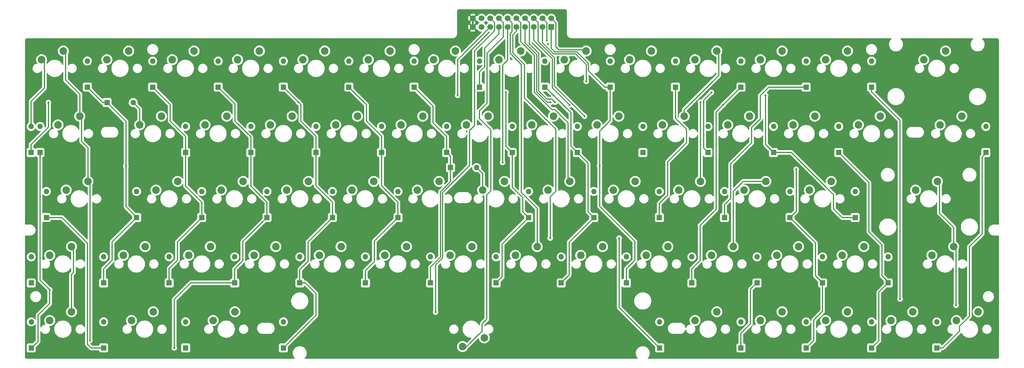
<source format=gbl>
G04 #@! TF.GenerationSoftware,KiCad,Pcbnew,(6.0.7)*
G04 #@! TF.CreationDate,2022-11-29T19:45:25-05:00*
G04 #@! TF.ProjectId,Part 7 - Keyboard Basic,50617274-2037-4202-9d20-4b6579626f61,rev?*
G04 #@! TF.SameCoordinates,Original*
G04 #@! TF.FileFunction,Copper,L2,Bot*
G04 #@! TF.FilePolarity,Positive*
%FSLAX46Y46*%
G04 Gerber Fmt 4.6, Leading zero omitted, Abs format (unit mm)*
G04 Created by KiCad (PCBNEW (6.0.7)) date 2022-11-29 19:45:25*
%MOMM*%
%LPD*%
G01*
G04 APERTURE LIST*
G04 Aperture macros list*
%AMRoundRect*
0 Rectangle with rounded corners*
0 $1 Rounding radius*
0 $2 $3 $4 $5 $6 $7 $8 $9 X,Y pos of 4 corners*
0 Add a 4 corners polygon primitive as box body*
4,1,4,$2,$3,$4,$5,$6,$7,$8,$9,$2,$3,0*
0 Add four circle primitives for the rounded corners*
1,1,$1+$1,$2,$3*
1,1,$1+$1,$4,$5*
1,1,$1+$1,$6,$7*
1,1,$1+$1,$8,$9*
0 Add four rect primitives between the rounded corners*
20,1,$1+$1,$2,$3,$4,$5,0*
20,1,$1+$1,$4,$5,$6,$7,0*
20,1,$1+$1,$6,$7,$8,$9,0*
20,1,$1+$1,$8,$9,$2,$3,0*%
G04 Aperture macros list end*
G04 #@! TA.AperFunction,ComponentPad*
%ADD10R,1.600000X1.600000*%
G04 #@! TD*
G04 #@! TA.AperFunction,ComponentPad*
%ADD11O,1.600000X1.600000*%
G04 #@! TD*
G04 #@! TA.AperFunction,ComponentPad*
%ADD12C,2.200000*%
G04 #@! TD*
G04 #@! TA.AperFunction,ComponentPad*
%ADD13RoundRect,0.250000X0.600000X-0.600000X0.600000X0.600000X-0.600000X0.600000X-0.600000X-0.600000X0*%
G04 #@! TD*
G04 #@! TA.AperFunction,ComponentPad*
%ADD14C,1.700000*%
G04 #@! TD*
G04 #@! TA.AperFunction,ViaPad*
%ADD15C,0.600000*%
G04 #@! TD*
G04 #@! TA.AperFunction,Conductor*
%ADD16C,0.330000*%
G04 #@! TD*
G04 #@! TA.AperFunction,Conductor*
%ADD17C,0.500000*%
G04 #@! TD*
G04 #@! TA.AperFunction,Conductor*
%ADD18C,0.333000*%
G04 #@! TD*
G04 APERTURE END LIST*
D10*
X137750000Y-122957107D03*
D11*
X137750000Y-115337107D03*
D12*
X87815000Y-55202107D03*
X81465000Y-57742107D03*
X197352500Y-93302107D03*
X191002500Y-95842107D03*
X278315000Y-55202107D03*
X271965000Y-57742107D03*
D10*
X247250000Y-65767107D03*
D11*
X247250000Y-58147107D03*
D10*
X247250000Y-141967107D03*
D11*
X247250000Y-134347107D03*
D12*
X211640000Y-74252107D03*
X205290000Y-76792107D03*
X52096250Y-112352107D03*
X45746250Y-114892107D03*
X202115000Y-55202107D03*
X195765000Y-57742107D03*
X92577000Y-112352200D03*
X86227000Y-114892200D03*
D10*
X190050000Y-65767107D03*
D11*
X190050000Y-58147107D03*
D10*
X194850000Y-122967107D03*
D11*
X194850000Y-115347107D03*
D10*
X180550000Y-84867107D03*
D11*
X180550000Y-77247107D03*
D10*
X94850000Y-65757107D03*
D11*
X94850000Y-58137107D03*
D10*
X256750000Y-84867107D03*
D11*
X256750000Y-77247107D03*
D10*
X113850000Y-141957107D03*
D11*
X113850000Y-134337107D03*
D12*
X52096250Y-131402107D03*
X45746250Y-133942107D03*
D10*
X271050000Y-122967107D03*
D11*
X271050000Y-115347107D03*
D12*
X244977000Y-112352200D03*
X238627000Y-114892200D03*
X216402500Y-93302107D03*
X210052500Y-95842107D03*
X230690000Y-74252300D03*
X224340000Y-76792300D03*
X97340000Y-74252107D03*
X90990000Y-76792107D03*
D10*
X161450000Y-84867107D03*
D11*
X161450000Y-77247107D03*
D10*
X251950000Y-122957107D03*
D11*
X251950000Y-115337107D03*
D10*
X99650000Y-122967107D03*
D11*
X99650000Y-115347107D03*
D12*
X106865000Y-55202107D03*
X100515000Y-57742107D03*
D10*
X42900000Y-84857107D03*
D11*
X42900000Y-77237107D03*
D10*
X40350000Y-122967107D03*
D11*
X40350000Y-115347107D03*
D10*
X62440000Y-70257107D03*
D11*
X70060000Y-70257107D03*
D10*
X61450000Y-122957107D03*
D11*
X61450000Y-115337107D03*
D10*
X113850000Y-65767107D03*
D11*
X113850000Y-58147107D03*
D10*
X40350000Y-141967107D03*
D11*
X40350000Y-134347107D03*
D12*
X149727000Y-112352200D03*
X143377000Y-114892200D03*
D10*
X185350000Y-103867107D03*
D11*
X185350000Y-96247107D03*
D12*
X144965000Y-55202107D03*
X138615000Y-57742107D03*
D10*
X142450000Y-84867107D03*
D11*
X142450000Y-77247107D03*
D12*
X154490000Y-74252107D03*
X148140000Y-76792107D03*
D10*
X128150000Y-103857107D03*
D11*
X128150000Y-96237107D03*
D10*
X56700000Y-65757107D03*
D11*
X56700000Y-58137107D03*
D12*
X235452500Y-93302107D03*
X229102500Y-95842107D03*
D10*
X85350000Y-141957107D03*
D11*
X85350000Y-134337107D03*
D10*
X85350000Y-84867107D03*
D11*
X85350000Y-77247107D03*
D10*
X290150000Y-122957107D03*
D11*
X290150000Y-115337107D03*
D10*
X261550000Y-103867107D03*
D11*
X261550000Y-96247107D03*
D10*
X285350000Y-65767107D03*
D11*
X285350000Y-58147107D03*
D10*
X123350000Y-84867107D03*
D11*
X123350000Y-77247107D03*
D12*
X249740000Y-74252000D03*
X243390000Y-76792000D03*
D10*
X199550000Y-84867107D03*
D11*
X199550000Y-77247107D03*
D10*
X104350000Y-84867107D03*
D11*
X104350000Y-77247107D03*
D10*
X118650000Y-122957107D03*
D11*
X118650000Y-115337107D03*
D10*
X280550000Y-103867107D03*
D11*
X280550000Y-96247107D03*
D12*
X49715000Y-55202107D03*
X43365000Y-57742107D03*
D10*
X285350000Y-141967107D03*
D11*
X285350000Y-134347107D03*
D12*
X311652500Y-74252000D03*
X305302500Y-76792000D03*
X297365000Y-131402200D03*
X291015000Y-133942200D03*
X283077000Y-112352200D03*
X276727000Y-114892200D03*
X164015000Y-55202107D03*
X157665000Y-57742107D03*
X192590000Y-74252107D03*
X186240000Y-76792107D03*
D10*
X61450000Y-141957107D03*
D11*
X61450000Y-134337107D03*
D12*
X159252500Y-93302107D03*
X152902500Y-95842107D03*
D10*
X237650000Y-84867107D03*
D11*
X237650000Y-77247107D03*
D12*
X221165000Y-55202107D03*
X214815000Y-57742107D03*
X102102500Y-93302107D03*
X95752500Y-95842107D03*
X254502500Y-93302107D03*
X248152500Y-95842107D03*
D10*
X223550000Y-141967107D03*
D11*
X223550000Y-134347107D03*
D10*
X175850000Y-122967107D03*
D11*
X175850000Y-115347107D03*
D10*
X209150000Y-65767107D03*
D11*
X209150000Y-58147107D03*
D12*
X278315000Y-131402200D03*
X271965000Y-133942200D03*
D10*
X213850000Y-122957107D03*
D11*
X213850000Y-115337107D03*
D12*
X73527000Y-112352200D03*
X67177000Y-114892200D03*
D10*
X80550000Y-122967107D03*
D11*
X80550000Y-115347107D03*
D10*
X90050000Y-103867107D03*
D11*
X90050000Y-96247107D03*
D10*
X151950000Y-65757107D03*
D11*
X151950000Y-58137107D03*
D12*
X183065000Y-55202107D03*
X176715000Y-57742107D03*
X173540000Y-74252107D03*
X167190000Y-76792107D03*
X259265000Y-55202107D03*
X252915000Y-57742107D03*
D10*
X266250000Y-65767107D03*
D11*
X266250000Y-58147107D03*
D10*
X232950000Y-122967107D03*
D11*
X232950000Y-115347107D03*
D10*
X75750000Y-65767107D03*
D11*
X75750000Y-58147107D03*
D12*
X166078500Y-141562000D03*
X172428500Y-139022000D03*
D10*
X44750000Y-103857107D03*
D11*
X44750000Y-96237107D03*
D12*
X206877000Y-112352200D03*
X200527000Y-114892200D03*
X304508750Y-93302107D03*
X298158750Y-95842107D03*
X111627000Y-112352200D03*
X105277000Y-114892200D03*
X56858750Y-93302107D03*
X50508750Y-95842107D03*
D10*
X242450000Y-103857107D03*
D11*
X242450000Y-96237107D03*
D12*
X225927000Y-112352200D03*
X219577000Y-114892200D03*
D10*
X204350000Y-103867107D03*
D11*
X204350000Y-96247107D03*
D12*
X240215000Y-55202107D03*
X233865000Y-57742107D03*
D10*
X162560000Y-89257107D03*
D11*
X170180000Y-89257107D03*
D10*
X71050000Y-103867107D03*
D11*
X71050000Y-96247107D03*
D10*
X304350000Y-141967107D03*
D11*
X304350000Y-134347107D03*
D12*
X135440000Y-74252107D03*
X129090000Y-76792107D03*
X121152500Y-93302107D03*
X114802500Y-95842107D03*
X264027000Y-112352200D03*
X257677000Y-114892200D03*
X125915000Y-55202107D03*
X119565000Y-57742107D03*
D10*
X40300000Y-84857107D03*
D11*
X40300000Y-77237107D03*
D12*
X309271300Y-112352200D03*
X302921300Y-114892200D03*
D10*
X147250000Y-103867107D03*
D11*
X147250000Y-96247107D03*
D10*
X109050000Y-103857107D03*
D11*
X109050000Y-96237107D03*
D12*
X168777000Y-112352200D03*
X162427000Y-114892200D03*
D10*
X156750000Y-122967107D03*
D11*
X156750000Y-115347107D03*
D10*
X228150000Y-65767107D03*
D11*
X228150000Y-58147107D03*
D12*
X287840000Y-74252000D03*
X281490000Y-76792000D03*
D10*
X132950000Y-65757107D03*
D11*
X132950000Y-58137107D03*
D10*
X223450000Y-103867107D03*
D11*
X223450000Y-96247107D03*
D12*
X273552400Y-93302107D03*
X267202400Y-95842107D03*
X240215000Y-131402000D03*
X233865000Y-133942000D03*
X68765000Y-55202107D03*
X62415000Y-57742107D03*
X140202500Y-93302107D03*
X133852500Y-95842107D03*
X259265000Y-131402200D03*
X252915000Y-133942200D03*
X316415000Y-131402200D03*
X310065000Y-133942200D03*
X78290000Y-74252107D03*
X71940000Y-76792107D03*
X268790000Y-74252000D03*
X262440000Y-76792000D03*
X75908750Y-131402107D03*
X69558750Y-133942107D03*
D10*
X171050000Y-65767107D03*
D11*
X171050000Y-58147107D03*
D12*
X187827000Y-112352200D03*
X181477000Y-114892200D03*
X116390000Y-74252107D03*
X110040000Y-76792107D03*
X130677000Y-112352200D03*
X124327000Y-114892200D03*
X306890000Y-55202100D03*
X300540000Y-57742100D03*
X83052500Y-93302107D03*
X76702500Y-95842107D03*
D10*
X218650000Y-84867107D03*
D11*
X218650000Y-77247107D03*
D12*
X99721250Y-131402107D03*
X93371250Y-133942107D03*
D10*
X275750000Y-84867107D03*
D11*
X275750000Y-77247107D03*
D12*
X178302500Y-93302107D03*
X171952500Y-95842107D03*
D10*
X266250000Y-141967107D03*
D11*
X266250000Y-134347107D03*
D12*
X54477500Y-74252107D03*
X48127500Y-76792107D03*
D10*
X318650000Y-84867107D03*
D11*
X318650000Y-77247107D03*
D13*
X191955000Y-48199607D03*
D14*
X191955000Y-45659607D03*
X189415000Y-48199607D03*
X189415000Y-45659607D03*
X186875000Y-48199607D03*
X186875000Y-45659607D03*
X184335000Y-48199607D03*
X184335000Y-45659607D03*
X181795000Y-48199607D03*
X181795000Y-45659607D03*
X179255000Y-48199607D03*
X179255000Y-45659607D03*
X176715000Y-48199607D03*
X176715000Y-45659607D03*
X174175000Y-48199607D03*
X174175000Y-45659607D03*
X171635000Y-48199607D03*
X171635000Y-45659607D03*
X169095000Y-48199607D03*
X169095000Y-45659607D03*
D15*
X164650000Y-68157107D03*
X57466000Y-139771504D03*
X190650000Y-52157107D03*
X201650000Y-74257107D03*
X193050000Y-70157107D03*
X235450000Y-70157107D03*
X309950000Y-129482107D03*
X158225000Y-131482107D03*
X202150000Y-64057107D03*
X45742751Y-124949858D03*
X191750000Y-70157107D03*
X118245000Y-70162107D03*
X177750000Y-87757107D03*
X263350000Y-89757107D03*
X238650589Y-67304289D03*
X178750000Y-67257107D03*
X192650000Y-68157107D03*
X254450000Y-68157107D03*
X206050000Y-88757107D03*
X67950000Y-88857107D03*
X45350000Y-70257107D03*
X82050000Y-141957107D03*
X242055000Y-70962107D03*
X197250000Y-70957107D03*
X211750000Y-109857107D03*
X191650000Y-109857107D03*
X293650000Y-127657107D03*
D16*
X164650000Y-68157107D02*
X164650000Y-57724607D01*
D17*
X169095000Y-48199607D02*
X169095000Y-45659607D01*
D18*
X173150000Y-133557107D02*
X173150000Y-97257107D01*
X56858750Y-93302107D02*
X56858750Y-83465857D01*
X171750000Y-137057107D02*
X171750000Y-134957107D01*
X166078500Y-141562000D02*
X167245107Y-141562000D01*
X173250000Y-55857107D02*
X173250000Y-70457107D01*
X177981500Y-51125607D02*
X173250000Y-55857107D01*
X55050000Y-74824607D02*
X54477500Y-74252107D01*
X50350000Y-55837107D02*
X49715000Y-55202107D01*
X171050000Y-74957107D02*
X174350000Y-78257107D01*
X173250000Y-70457107D02*
X171050000Y-72657107D01*
X55050000Y-81657107D02*
X55050000Y-74824607D01*
X174350000Y-78257107D02*
X174350000Y-96057107D01*
X171750000Y-134957107D02*
X173150000Y-133557107D01*
X177981500Y-46926107D02*
X177981500Y-51125607D01*
X56858750Y-93302107D02*
X57466000Y-93909357D01*
X54477500Y-67784607D02*
X50350000Y-63657107D01*
X173150000Y-97257107D02*
X174350000Y-96057107D01*
X54477500Y-74252107D02*
X54477500Y-67784607D01*
X57466000Y-93909357D02*
X57466000Y-139771504D01*
X171050000Y-72657107D02*
X171050000Y-74957107D01*
X167245107Y-141562000D02*
X171750000Y-137057107D01*
X56858750Y-83465857D02*
X55050000Y-81657107D01*
X50350000Y-63657107D02*
X50350000Y-55837107D01*
X176715000Y-45659607D02*
X177981500Y-46926107D01*
D16*
X194150000Y-54857107D02*
X201770000Y-54857107D01*
X193250000Y-53957107D02*
X194150000Y-54857107D01*
X193250000Y-46954607D02*
X193250000Y-53957107D01*
X201770000Y-54857107D02*
X202115000Y-55202107D01*
X191955000Y-45659607D02*
X193250000Y-46954607D01*
X189415000Y-45659607D02*
X190680000Y-46924607D01*
D18*
X240750000Y-55737107D02*
X240215000Y-55202107D01*
X230690000Y-72417107D02*
X240750000Y-62357107D01*
D16*
X190680000Y-49065059D02*
X190650000Y-49095059D01*
X190680000Y-46924607D02*
X190680000Y-48937107D01*
X190650000Y-49257107D02*
X190650000Y-52157107D01*
D18*
X230690000Y-74252300D02*
X230690000Y-72417107D01*
D16*
X190650000Y-49095059D02*
X190650000Y-49257107D01*
D18*
X240750000Y-62357107D02*
X240750000Y-55737107D01*
D16*
X190680000Y-48937107D02*
X190680000Y-49065059D01*
X186875000Y-45659607D02*
X188140000Y-46924607D01*
X192850000Y-57157107D02*
X192850000Y-65457107D01*
X188140000Y-46924607D02*
X188140000Y-52447107D01*
X188140000Y-52447107D02*
X192850000Y-57157107D01*
X192850000Y-65457107D02*
X201650000Y-74257107D01*
X191750000Y-69257107D02*
X192150000Y-69257107D01*
D18*
X244977000Y-112352200D02*
X244977000Y-96230107D01*
D16*
X188270160Y-66857729D02*
X190669538Y-69257107D01*
X190669538Y-69257107D02*
X191750000Y-69257107D01*
X184335000Y-45659607D02*
X185600000Y-46924607D01*
X185600000Y-46924607D02*
X185600000Y-53207107D01*
D18*
X247905000Y-93302107D02*
X254502500Y-93302107D01*
D16*
X235450000Y-70157107D02*
X235452500Y-70159607D01*
X192150000Y-69257107D02*
X193050000Y-70157107D01*
X185600000Y-53207107D02*
X188270160Y-55877267D01*
X235452500Y-70159607D02*
X235452500Y-93302107D01*
X188270160Y-55877267D02*
X188270160Y-66857729D01*
D18*
X244977000Y-96230107D02*
X247905000Y-93302107D01*
X183060000Y-52467107D02*
X186986498Y-56393605D01*
X196850000Y-92799607D02*
X197352500Y-93302107D01*
D16*
X192066451Y-72318998D02*
X192988109Y-72318998D01*
D18*
X186986498Y-56393605D02*
X186986498Y-67239045D01*
X192988109Y-72318998D02*
X196850000Y-76180888D01*
X183061500Y-48935607D02*
X183060000Y-48937107D01*
D16*
X186986498Y-67239045D02*
X192066451Y-72318998D01*
D18*
X183060000Y-48937107D02*
X183060000Y-52467107D01*
X196850000Y-76180888D02*
X196850000Y-92799607D01*
X183061500Y-46926107D02*
X183061500Y-48935607D01*
X181795000Y-45659607D02*
X183061500Y-46926107D01*
X179255000Y-45659607D02*
X180521500Y-46926107D01*
X183250000Y-59157107D02*
X183250000Y-96557107D01*
X183250000Y-96557107D02*
X183300000Y-96607107D01*
X180521500Y-46926107D02*
X180521500Y-49561827D01*
X179967499Y-55874606D02*
X183250000Y-59157107D01*
X179967499Y-50115828D02*
X179967499Y-55874606D01*
X187827000Y-101134107D02*
X187827000Y-112352200D01*
X180521500Y-49561827D02*
X179967499Y-50115828D01*
X183300000Y-96607107D02*
X187827000Y-101134107D01*
X309950000Y-113030900D02*
X309271300Y-112352200D01*
X169550000Y-68607107D02*
X169550000Y-77032107D01*
X52096250Y-120460857D02*
X52650000Y-119907107D01*
X169550000Y-61938672D02*
X169550000Y-68607107D01*
X168150000Y-78432107D02*
X168150000Y-88657107D01*
X169550000Y-55157107D02*
X175445000Y-49262107D01*
X175445000Y-46929607D02*
X175445000Y-48547307D01*
X175445000Y-48547307D02*
X175445000Y-49262107D01*
X309950000Y-129482107D02*
X309950000Y-113030900D01*
X160225000Y-115682107D02*
X158225000Y-117682107D01*
X160225000Y-103757107D02*
X160225000Y-115682107D01*
X174175000Y-45659607D02*
X175445000Y-46929607D01*
X52096250Y-131402107D02*
X52096250Y-120460857D01*
X169550000Y-61938672D02*
X169550000Y-55157107D01*
X305150000Y-102607107D02*
X305150000Y-93943357D01*
X52650000Y-119907107D02*
X52650000Y-112905857D01*
X309271300Y-106728407D02*
X305150000Y-102607107D01*
X309271300Y-112352200D02*
X309271300Y-106728407D01*
X169550000Y-77032107D02*
X168150000Y-78432107D01*
X52650000Y-112905857D02*
X52096250Y-112352107D01*
X160225000Y-103757107D02*
X160225000Y-96582107D01*
X160225000Y-96582107D02*
X168150000Y-88657107D01*
X158225000Y-117682107D02*
X158225000Y-131482107D01*
X305150000Y-93943357D02*
X304508750Y-93302107D01*
X71940000Y-72137107D02*
X70060000Y-70257107D01*
X71940000Y-76792107D02*
X71940000Y-72137107D01*
D16*
X189415000Y-52822107D02*
X192650000Y-56057107D01*
D18*
X225850000Y-87557107D02*
X231350000Y-82057107D01*
X42350000Y-140057107D02*
X42350000Y-132357107D01*
X40350000Y-141967107D02*
X40440000Y-141967107D01*
X82950000Y-110967107D02*
X90050000Y-103867107D01*
X80850000Y-75657107D02*
X80850000Y-70867107D01*
X225850000Y-97357107D02*
X225850000Y-87557107D01*
X42900000Y-122107107D02*
X42950000Y-122157107D01*
X82950000Y-116357107D02*
X82950000Y-110967107D01*
D16*
X199050000Y-56057107D02*
X202150000Y-59157107D01*
D18*
X223450000Y-99757107D02*
X225850000Y-97357107D01*
X80550000Y-122967107D02*
X80550000Y-118757107D01*
X85350000Y-80157107D02*
X80850000Y-75657107D01*
X45742751Y-126964356D02*
X45742751Y-124949858D01*
X40440000Y-141967107D02*
X42350000Y-140057107D01*
X231350000Y-78057107D02*
X228150000Y-74857107D01*
X80550000Y-118757107D02*
X82950000Y-116357107D01*
X42900000Y-84857107D02*
X42900000Y-122107107D01*
X85350000Y-94657107D02*
X85350000Y-84867107D01*
X80850000Y-70867107D02*
X75750000Y-65767107D01*
X90050000Y-103867107D02*
X90050000Y-99357107D01*
X45742751Y-124949858D02*
X42950000Y-122157107D01*
X228150000Y-74857107D02*
X228150000Y-65767107D01*
D16*
X189415000Y-48199607D02*
X189415000Y-52822107D01*
X202150000Y-59157107D02*
X202150000Y-64057107D01*
D18*
X42350000Y-132357107D02*
X45742751Y-128964356D01*
X231350000Y-82057107D02*
X231350000Y-78057107D01*
X90050000Y-99357107D02*
X85350000Y-94657107D01*
X223450000Y-103867107D02*
X223450000Y-99757107D01*
D16*
X192650000Y-56057107D02*
X199050000Y-56057107D01*
D18*
X85350000Y-84867107D02*
X85350000Y-80157107D01*
X45742751Y-128964356D02*
X45742751Y-126964356D01*
X250350000Y-77557107D02*
X252850000Y-75057107D01*
X255340000Y-65767107D02*
X266250000Y-65767107D01*
X123350000Y-94557107D02*
X123350000Y-84867107D01*
X118245000Y-70162107D02*
X113850000Y-65767107D01*
X184335000Y-52842107D02*
X187668999Y-56176106D01*
X113850000Y-141957107D02*
X123350000Y-132457107D01*
X128150000Y-99357107D02*
X123350000Y-94557107D01*
X244250000Y-98257107D02*
X244250000Y-88157107D01*
X118950000Y-70867107D02*
X118245000Y-70162107D01*
D16*
X190750000Y-70157107D02*
X191750000Y-70157107D01*
D18*
X252850000Y-68257107D02*
X255340000Y-65767107D01*
D16*
X187690659Y-67097766D02*
X187690659Y-56197766D01*
D18*
X118650000Y-122957107D02*
X118650000Y-119057107D01*
X123350000Y-132457107D02*
X123350000Y-126057107D01*
D16*
X187690659Y-56197766D02*
X187668999Y-56176106D01*
X190750000Y-70157107D02*
X187690659Y-67097766D01*
D18*
X118950000Y-75657107D02*
X118950000Y-70867107D01*
X121050000Y-110957107D02*
X128150000Y-103857107D01*
X118650000Y-119057107D02*
X121050000Y-116657107D01*
X242450000Y-100057107D02*
X244250000Y-98257107D01*
X242450000Y-103857107D02*
X242450000Y-100057107D01*
X252850000Y-75057107D02*
X252850000Y-68257107D01*
X244250000Y-88157107D02*
X250350000Y-82057107D01*
X120250000Y-122957107D02*
X118650000Y-122957107D01*
X128150000Y-103857107D02*
X128150000Y-99357107D01*
X121050000Y-116657107D02*
X121050000Y-110957107D01*
X184335000Y-48199607D02*
X184335000Y-52842107D01*
X250350000Y-82057107D02*
X250350000Y-77557107D01*
X123350000Y-84867107D02*
X123350000Y-80057107D01*
X123350000Y-126057107D02*
X120250000Y-122957107D01*
X123350000Y-80057107D02*
X118950000Y-75657107D01*
X177850000Y-59257107D02*
X177750000Y-59357107D01*
X268950000Y-111257107D02*
X268950000Y-120857107D01*
X263350000Y-89757107D02*
X263350000Y-102067107D01*
X177750000Y-64957107D02*
X177750000Y-87757107D01*
X159642499Y-115440828D02*
X156750000Y-118333327D01*
X157450000Y-71257107D02*
X151950000Y-65757107D01*
X161450000Y-80157107D02*
X157450000Y-76157107D01*
X268450000Y-139767107D02*
X266250000Y-141967107D01*
X268950000Y-120857107D02*
X271050000Y-122957107D01*
X162560000Y-93423327D02*
X159642499Y-96340828D01*
X179255000Y-48199607D02*
X179255000Y-57852107D01*
X271050000Y-122967107D02*
X271050000Y-131257107D01*
X261550000Y-103867107D02*
X261560000Y-103867107D01*
X161450000Y-84867107D02*
X161450000Y-80157107D01*
X271050000Y-122957107D02*
X271050000Y-122967107D01*
X162560000Y-89257107D02*
X162560000Y-85977107D01*
X162560000Y-89257107D02*
X162560000Y-93423327D01*
X177750000Y-59357107D02*
X177750000Y-64957107D01*
X261560000Y-103867107D02*
X268950000Y-111257107D01*
X263350000Y-102067107D02*
X261550000Y-103867107D01*
X159642499Y-96340828D02*
X159642499Y-115440828D01*
X179255000Y-57852107D02*
X177850000Y-59257107D01*
X271050000Y-131257107D02*
X268450000Y-133857107D01*
X157450000Y-76157107D02*
X157450000Y-71257107D01*
X162560000Y-85977107D02*
X161450000Y-84867107D01*
X156750000Y-118333327D02*
X156750000Y-122967107D01*
X268450000Y-133857107D02*
X268450000Y-139767107D01*
X178750000Y-83067107D02*
X180550000Y-84867107D01*
X284550000Y-108057107D02*
X288350000Y-111857107D01*
X287450000Y-125657107D02*
X287450000Y-139867107D01*
X180550000Y-94957107D02*
X183650000Y-98057107D01*
X177650000Y-121167107D02*
X175850000Y-122967107D01*
X172550000Y-54357107D02*
X176715000Y-50192107D01*
X171050000Y-61262452D02*
X171050000Y-65767107D01*
X290150000Y-122657107D02*
X290150000Y-122957107D01*
X288350000Y-120857107D02*
X290150000Y-122657107D01*
X288350000Y-111857107D02*
X288350000Y-120857107D01*
X172550000Y-59762453D02*
X172550000Y-54357107D01*
X180550000Y-84867107D02*
X180550000Y-94957107D01*
X183650000Y-98057107D02*
X183650000Y-102167107D01*
X177650000Y-111557107D02*
X177650000Y-121167107D01*
X176715000Y-48199607D02*
X176715000Y-50192107D01*
X236366000Y-83583107D02*
X236366000Y-69588878D01*
X172452673Y-59859780D02*
X171050000Y-61262452D01*
X183650000Y-102167107D02*
X185350000Y-103867107D01*
X172452673Y-59859780D02*
X172550000Y-59762453D01*
X185350000Y-103867107D02*
X185340000Y-103867107D01*
X290150000Y-122957107D02*
X287450000Y-125657107D01*
X185340000Y-103867107D02*
X177650000Y-111557107D01*
X236366000Y-69588878D02*
X238650589Y-67304289D01*
X287450000Y-139867107D02*
X285350000Y-141967107D01*
X284550000Y-93667107D02*
X284550000Y-108057107D01*
X275750000Y-84867107D02*
X284550000Y-93667107D01*
X178750000Y-67257107D02*
X178750000Y-83067107D01*
X237650000Y-84867107D02*
X236366000Y-83583107D01*
X202650000Y-87957107D02*
X202650000Y-102167107D01*
X274250000Y-97157107D02*
X274250000Y-101357107D01*
X313850000Y-112357107D02*
X317550000Y-108657107D01*
X317550000Y-108657107D02*
X317550000Y-86157107D01*
X274250000Y-101357107D02*
X276760000Y-103867107D01*
D16*
X190260000Y-65767107D02*
X192650000Y-68157107D01*
D18*
X254450000Y-68157107D02*
X254450000Y-82567107D01*
X204340000Y-103867107D02*
X197150000Y-111057107D01*
X197650000Y-73157107D02*
X197650000Y-82967107D01*
X306040000Y-141967107D02*
X310950000Y-137057107D01*
X254450000Y-82567107D02*
X256750000Y-84867107D01*
X197150000Y-120667107D02*
X194850000Y-122967107D01*
X261960000Y-84867107D02*
X274250000Y-97157107D01*
X199550000Y-84867107D02*
X199560000Y-84867107D01*
X318650000Y-85057107D02*
X318650000Y-84867107D01*
X304350000Y-141967107D02*
X306040000Y-141967107D01*
X199560000Y-84867107D02*
X202650000Y-87957107D01*
D16*
X190050000Y-65767107D02*
X190260000Y-65767107D01*
D18*
X202650000Y-102167107D02*
X204350000Y-103867107D01*
X276760000Y-103867107D02*
X280550000Y-103867107D01*
X317550000Y-86157107D02*
X318650000Y-85057107D01*
D16*
X192650000Y-68157107D02*
X197650000Y-73157107D01*
D18*
X313850000Y-132757107D02*
X313850000Y-112357107D01*
X204350000Y-103867107D02*
X204340000Y-103867107D01*
X197650000Y-82967107D02*
X199550000Y-84867107D01*
X164650000Y-57724607D02*
X174175000Y-48199607D01*
X310950000Y-137057107D02*
X310950000Y-135657107D01*
X256750000Y-84867107D02*
X261960000Y-84867107D01*
X310950000Y-135657107D02*
X313850000Y-132757107D01*
X197150000Y-111057107D02*
X197150000Y-120667107D01*
X62440000Y-70257107D02*
X61200000Y-70257107D01*
D16*
X202750000Y-58857107D02*
X202750000Y-60957107D01*
D18*
X62440000Y-70257107D02*
X62450000Y-70257107D01*
X213850000Y-118857107D02*
X216350000Y-116357107D01*
X216350000Y-116357107D02*
X216350000Y-110857107D01*
X45350000Y-74057107D02*
X45350000Y-70257107D01*
X63950000Y-110967107D02*
X71050000Y-103867107D01*
X45350000Y-77457107D02*
X45350000Y-74057107D01*
D16*
X191955000Y-54462107D02*
X192950000Y-55457107D01*
X199350000Y-55457107D02*
X202750000Y-58857107D01*
D18*
X209150000Y-75557107D02*
X209150000Y-65767107D01*
D16*
X192950000Y-55457107D02*
X199350000Y-55457107D01*
D18*
X216350000Y-110857107D02*
X206050000Y-100557107D01*
X61450000Y-118857107D02*
X63950000Y-116357107D01*
X62450000Y-70257107D02*
X67950000Y-75757107D01*
X61450000Y-122957107D02*
X61450000Y-118857107D01*
X67950000Y-100657107D02*
X71050000Y-103757107D01*
X63950000Y-116357107D02*
X63950000Y-110967107D01*
X213850000Y-122957107D02*
X213850000Y-118857107D01*
X67950000Y-75757107D02*
X67950000Y-88857107D01*
X67950000Y-88857107D02*
X67950000Y-100657107D01*
D16*
X191955000Y-48199607D02*
X191955000Y-54462107D01*
X207560000Y-65767107D02*
X209150000Y-65767107D01*
D18*
X206050000Y-78657107D02*
X209150000Y-75557107D01*
X61200000Y-70257107D02*
X56700000Y-65757107D01*
X40300000Y-82507107D02*
X45350000Y-77457107D01*
X71050000Y-103757107D02*
X71050000Y-103867107D01*
D16*
X202750000Y-60957107D02*
X207560000Y-65767107D01*
D18*
X40300000Y-84857107D02*
X40300000Y-82507107D01*
X206050000Y-100557107D02*
X206050000Y-78657107D01*
X44750000Y-103857107D02*
X49250000Y-103857107D01*
D16*
X186875000Y-52082107D02*
X187550000Y-52757107D01*
D18*
X86850000Y-122957107D02*
X86860000Y-122967107D01*
X99750000Y-75657107D02*
X99750000Y-70657107D01*
X104350000Y-94657107D02*
X104350000Y-84867107D01*
X235350000Y-116457107D02*
X235350000Y-106157107D01*
X86860000Y-122967107D02*
X99650000Y-122967107D01*
X109050000Y-99357107D02*
X104350000Y-94657107D01*
X242055000Y-70962107D02*
X247250000Y-65767107D01*
X240050000Y-101457107D02*
X240050000Y-72967107D01*
X104350000Y-84867107D02*
X104350000Y-80257107D01*
X99650000Y-122967107D02*
X99650000Y-118857107D01*
D16*
X192250000Y-65957107D02*
X197250000Y-70957107D01*
D18*
X56750000Y-111357107D02*
X56750000Y-140857107D01*
X235350000Y-106157107D02*
X240050000Y-101457107D01*
X56750000Y-140857107D02*
X57850000Y-141957107D01*
X99750000Y-70657107D02*
X94850000Y-65757107D01*
X109050000Y-103857107D02*
X109050000Y-99357107D01*
X99650000Y-118857107D02*
X102050000Y-116457107D01*
X102050000Y-110857107D02*
X109050000Y-103857107D01*
X82050000Y-141957107D02*
X82050000Y-127757107D01*
X232950000Y-118857107D02*
X235350000Y-116457107D01*
X104350000Y-80257107D02*
X99750000Y-75657107D01*
D16*
X192250000Y-57457107D02*
X192250000Y-65957107D01*
D18*
X240050000Y-72967107D02*
X242055000Y-70962107D01*
X102050000Y-116457107D02*
X102050000Y-110857107D01*
D16*
X187550000Y-52757107D02*
X192250000Y-57457107D01*
D18*
X49250000Y-103857107D02*
X56750000Y-111357107D01*
D16*
X186875000Y-48199607D02*
X186875000Y-52082107D01*
D18*
X82050000Y-127757107D02*
X86850000Y-122957107D01*
X232950000Y-122967107D02*
X232950000Y-118857107D01*
X57850000Y-141957107D02*
X61450000Y-141957107D01*
X147250000Y-103867107D02*
X147250000Y-99357107D01*
X251850000Y-122957107D02*
X251950000Y-122957107D01*
X180750000Y-50446688D02*
X180750000Y-55757107D01*
X223550000Y-141967107D02*
X223550000Y-141957107D01*
X140350000Y-110767107D02*
X147250000Y-103867107D01*
X181795000Y-49401688D02*
X180750000Y-50446688D01*
X285350000Y-67157107D02*
X293650000Y-75457107D01*
X138050000Y-75657107D02*
X138050000Y-70857107D01*
X293650000Y-76757107D02*
X293650000Y-127657107D01*
X180750000Y-55757107D02*
X184150000Y-59157107D01*
X285350000Y-65767107D02*
X285350000Y-67157107D01*
X137750000Y-122957107D02*
X137750000Y-119357107D01*
X142450000Y-80057107D02*
X138050000Y-75657107D01*
X140350000Y-116757107D02*
X140350000Y-110767107D01*
X184150000Y-68957107D02*
X193250000Y-78057107D01*
X250050000Y-124757107D02*
X251850000Y-122957107D01*
X247250000Y-137657107D02*
X250050000Y-134857107D01*
X193250000Y-96157107D02*
X191650000Y-97757107D01*
X138050000Y-70857107D02*
X132950000Y-65757107D01*
X184150000Y-59157107D02*
X184150000Y-68957107D01*
X247250000Y-141967107D02*
X247250000Y-137657107D01*
X142450000Y-94557107D02*
X142450000Y-84867107D01*
X211750000Y-130157107D02*
X211750000Y-109857107D01*
X250050000Y-134857107D02*
X250050000Y-124757107D01*
X142450000Y-84867107D02*
X142450000Y-80057107D01*
X193250000Y-78057107D02*
X193250000Y-96157107D01*
X137750000Y-119357107D02*
X140350000Y-116757107D01*
X223550000Y-141957107D02*
X211750000Y-130157107D01*
X147250000Y-99357107D02*
X142450000Y-94557107D01*
X293650000Y-75457107D02*
X293650000Y-76757107D01*
X181795000Y-48199607D02*
X181795000Y-49401688D01*
X191650000Y-97757107D02*
X191650000Y-109857107D01*
X171952500Y-91029607D02*
X170180000Y-89257107D01*
X171952500Y-95842107D02*
X171952500Y-91029607D01*
X40300000Y-69907107D02*
X40300000Y-77237107D01*
X44150000Y-58527107D02*
X44150000Y-66057107D01*
X44150000Y-66057107D02*
X40300000Y-69907107D01*
X43365000Y-57742107D02*
X44150000Y-58527107D01*
G04 #@! TA.AperFunction,Conductor*
G36*
X195970018Y-43010000D02*
G01*
X195984852Y-43012310D01*
X195984855Y-43012310D01*
X195993724Y-43013691D01*
X196002626Y-43012527D01*
X196002750Y-43012511D01*
X196033192Y-43012240D01*
X196040621Y-43013077D01*
X196095264Y-43019234D01*
X196122771Y-43025513D01*
X196199853Y-43052485D01*
X196225274Y-43064727D01*
X196294426Y-43108178D01*
X196316485Y-43125770D01*
X196374230Y-43183515D01*
X196391822Y-43205574D01*
X196435273Y-43274726D01*
X196447515Y-43300147D01*
X196474487Y-43377228D01*
X196480766Y-43404736D01*
X196487018Y-43460226D01*
X196486923Y-43475868D01*
X196487800Y-43475879D01*
X196487690Y-43484851D01*
X196486309Y-43493724D01*
X196487473Y-43502626D01*
X196487473Y-43502628D01*
X196490436Y-43525283D01*
X196491500Y-43541621D01*
X196491500Y-49950633D01*
X196490000Y-49970018D01*
X196487690Y-49984851D01*
X196487690Y-49984855D01*
X196486309Y-49993724D01*
X196487792Y-50005062D01*
X196488535Y-50012406D01*
X196503041Y-50215230D01*
X196548908Y-50426079D01*
X196550480Y-50430294D01*
X196550481Y-50430297D01*
X196572343Y-50488910D01*
X196624315Y-50628254D01*
X196727728Y-50817640D01*
X196857040Y-50990381D01*
X197009619Y-51142960D01*
X197182360Y-51272272D01*
X197371746Y-51375685D01*
X197380240Y-51378853D01*
X197569703Y-51449519D01*
X197569706Y-51449520D01*
X197573921Y-51451092D01*
X197578311Y-51452047D01*
X197578318Y-51452049D01*
X197733229Y-51485747D01*
X197784770Y-51496959D01*
X197959535Y-51509459D01*
X197971446Y-51510884D01*
X197982648Y-51512769D01*
X197982655Y-51512770D01*
X197987448Y-51513576D01*
X197993761Y-51513653D01*
X197995141Y-51513670D01*
X197995144Y-51513670D01*
X198000000Y-51513729D01*
X198027608Y-51509775D01*
X198045475Y-51508503D01*
X291041900Y-51513833D01*
X291110020Y-51533839D01*
X291156510Y-51587497D01*
X291166609Y-51657772D01*
X291137113Y-51722351D01*
X291129420Y-51730469D01*
X290938297Y-51915035D01*
X290938284Y-51915049D01*
X290935125Y-51918100D01*
X290932418Y-51921565D01*
X290932416Y-51921567D01*
X290855775Y-52019663D01*
X290760035Y-52142204D01*
X290757832Y-52146020D01*
X290688089Y-52266819D01*
X290617839Y-52388495D01*
X290616189Y-52392579D01*
X290616186Y-52392585D01*
X290546226Y-52565743D01*
X290511304Y-52652179D01*
X290510240Y-52656448D01*
X290510239Y-52656450D01*
X290493063Y-52725339D01*
X290442503Y-52928124D01*
X290442044Y-52932492D01*
X290442043Y-52932497D01*
X290431020Y-53037379D01*
X290412776Y-53210959D01*
X290412929Y-53215347D01*
X290412929Y-53215353D01*
X290421298Y-53454990D01*
X290422701Y-53495178D01*
X290423463Y-53499501D01*
X290423464Y-53499508D01*
X290442614Y-53608110D01*
X290472085Y-53775250D01*
X290473440Y-53779421D01*
X290473442Y-53779428D01*
X290530324Y-53954492D01*
X290559967Y-54045723D01*
X290561895Y-54049676D01*
X290561897Y-54049681D01*
X290584212Y-54095433D01*
X290684637Y-54301333D01*
X290687092Y-54304972D01*
X290687095Y-54304978D01*
X290763451Y-54418180D01*
X290843667Y-54537105D01*
X291033963Y-54748450D01*
X291251820Y-54931254D01*
X291492998Y-55081959D01*
X291752804Y-55197631D01*
X292026179Y-55276021D01*
X292030533Y-55276633D01*
X292030538Y-55276634D01*
X292200770Y-55300558D01*
X292307804Y-55315600D01*
X292521018Y-55315600D01*
X292523204Y-55315447D01*
X292523208Y-55315447D01*
X292729315Y-55301035D01*
X292729320Y-55301034D01*
X292733700Y-55300728D01*
X293011877Y-55241599D01*
X293016006Y-55240096D01*
X293016010Y-55240095D01*
X293120401Y-55202100D01*
X305276526Y-55202100D01*
X305296391Y-55454503D01*
X305297545Y-55459310D01*
X305297546Y-55459316D01*
X305303721Y-55485035D01*
X305355495Y-55700691D01*
X305357388Y-55705262D01*
X305357389Y-55705264D01*
X305440109Y-55904967D01*
X305452384Y-55934602D01*
X305584672Y-56150476D01*
X305749102Y-56342998D01*
X305941624Y-56507428D01*
X306157498Y-56639716D01*
X306162068Y-56641609D01*
X306162072Y-56641611D01*
X306386836Y-56734711D01*
X306391409Y-56736605D01*
X306476032Y-56756921D01*
X306632784Y-56794554D01*
X306632790Y-56794555D01*
X306637597Y-56795709D01*
X306890000Y-56815574D01*
X307142403Y-56795709D01*
X307147210Y-56794555D01*
X307147216Y-56794554D01*
X307303968Y-56756921D01*
X307388591Y-56736605D01*
X307393164Y-56734711D01*
X307617928Y-56641611D01*
X307617932Y-56641609D01*
X307622502Y-56639716D01*
X307838376Y-56507428D01*
X308030898Y-56342998D01*
X308195328Y-56150476D01*
X308327616Y-55934602D01*
X308339892Y-55904967D01*
X308422611Y-55705264D01*
X308422612Y-55705262D01*
X308424505Y-55700691D01*
X308476279Y-55485035D01*
X308482454Y-55459316D01*
X308482455Y-55459310D01*
X308483609Y-55454503D01*
X308503474Y-55202100D01*
X308483609Y-54949697D01*
X308479742Y-54933586D01*
X308425660Y-54708321D01*
X308424505Y-54703509D01*
X308408980Y-54666028D01*
X308329511Y-54474172D01*
X308329509Y-54474168D01*
X308327616Y-54469598D01*
X308195328Y-54253724D01*
X308030898Y-54061202D01*
X308012775Y-54045723D01*
X307905957Y-53954492D01*
X307838376Y-53896772D01*
X307622502Y-53764484D01*
X307617932Y-53762591D01*
X307617928Y-53762589D01*
X307393164Y-53669489D01*
X307393162Y-53669488D01*
X307388591Y-53667595D01*
X307257304Y-53636076D01*
X307147216Y-53609646D01*
X307147210Y-53609645D01*
X307142403Y-53608491D01*
X306890000Y-53588626D01*
X306637597Y-53608491D01*
X306632790Y-53609645D01*
X306632784Y-53609646D01*
X306522696Y-53636076D01*
X306391409Y-53667595D01*
X306386838Y-53669488D01*
X306386836Y-53669489D01*
X306162072Y-53762589D01*
X306162068Y-53762591D01*
X306157498Y-53764484D01*
X305941624Y-53896772D01*
X305874043Y-53954492D01*
X305767226Y-54045723D01*
X305749102Y-54061202D01*
X305584672Y-54253724D01*
X305452384Y-54469598D01*
X305450491Y-54474168D01*
X305450489Y-54474172D01*
X305371020Y-54666028D01*
X305355495Y-54703509D01*
X305354340Y-54708321D01*
X305300259Y-54933586D01*
X305296391Y-54949697D01*
X305276526Y-55202100D01*
X293120401Y-55202100D01*
X293274974Y-55145840D01*
X293274978Y-55145838D01*
X293279119Y-55144331D01*
X293283009Y-55142263D01*
X293283015Y-55142260D01*
X293526330Y-55012887D01*
X293526336Y-55012883D01*
X293530222Y-55010817D01*
X293533782Y-55008230D01*
X293533786Y-55008228D01*
X293756738Y-54846245D01*
X293756741Y-54846242D01*
X293760301Y-54843656D01*
X293763468Y-54840598D01*
X293961710Y-54649157D01*
X293961714Y-54649153D01*
X293964875Y-54646100D01*
X294139965Y-54421996D01*
X294209630Y-54301333D01*
X294279956Y-54179525D01*
X294279959Y-54179520D01*
X294282161Y-54175705D01*
X294283811Y-54171621D01*
X294283814Y-54171615D01*
X294387047Y-53916102D01*
X294388696Y-53912021D01*
X294391698Y-53899983D01*
X294456432Y-53640347D01*
X294457497Y-53636076D01*
X294459191Y-53619965D01*
X294486765Y-53357610D01*
X294486765Y-53357607D01*
X294487224Y-53353241D01*
X294486136Y-53322077D01*
X294477453Y-53073419D01*
X294477452Y-53073413D01*
X294477299Y-53069022D01*
X294457821Y-52958553D01*
X294430077Y-52801211D01*
X294427915Y-52788950D01*
X294426560Y-52784779D01*
X294426558Y-52784772D01*
X294341394Y-52522666D01*
X294340033Y-52518477D01*
X294320356Y-52478132D01*
X294274773Y-52384675D01*
X294215363Y-52262867D01*
X294212908Y-52259228D01*
X294212905Y-52259222D01*
X294105801Y-52100435D01*
X294056333Y-52027095D01*
X294051973Y-52022252D01*
X293955441Y-51915043D01*
X293866037Y-51815750D01*
X293771608Y-51736515D01*
X293732282Y-51677406D01*
X293731156Y-51606419D01*
X293768587Y-51546091D01*
X293832691Y-51515577D01*
X293852607Y-51513994D01*
X314586680Y-51515182D01*
X314840488Y-51515197D01*
X314908608Y-51535203D01*
X314955098Y-51588861D01*
X314965197Y-51659136D01*
X314935701Y-51723715D01*
X314928008Y-51731834D01*
X314738290Y-51915043D01*
X314738286Y-51915047D01*
X314735125Y-51918100D01*
X314732418Y-51921565D01*
X314732416Y-51921567D01*
X314655775Y-52019663D01*
X314560035Y-52142204D01*
X314557832Y-52146020D01*
X314488089Y-52266819D01*
X314417839Y-52388495D01*
X314416189Y-52392579D01*
X314416186Y-52392585D01*
X314346226Y-52565743D01*
X314311304Y-52652179D01*
X314310240Y-52656448D01*
X314310239Y-52656450D01*
X314293063Y-52725339D01*
X314242503Y-52928124D01*
X314242044Y-52932492D01*
X314242043Y-52932497D01*
X314231020Y-53037379D01*
X314212776Y-53210959D01*
X314212929Y-53215347D01*
X314212929Y-53215353D01*
X314221298Y-53454990D01*
X314222701Y-53495178D01*
X314223463Y-53499501D01*
X314223464Y-53499508D01*
X314242614Y-53608110D01*
X314272085Y-53775250D01*
X314273440Y-53779421D01*
X314273442Y-53779428D01*
X314330324Y-53954492D01*
X314359967Y-54045723D01*
X314361895Y-54049676D01*
X314361897Y-54049681D01*
X314384212Y-54095433D01*
X314484637Y-54301333D01*
X314487092Y-54304972D01*
X314487095Y-54304978D01*
X314563451Y-54418180D01*
X314643667Y-54537105D01*
X314833963Y-54748450D01*
X315051820Y-54931254D01*
X315292998Y-55081959D01*
X315552804Y-55197631D01*
X315826179Y-55276021D01*
X315830533Y-55276633D01*
X315830538Y-55276634D01*
X316000770Y-55300558D01*
X316107804Y-55315600D01*
X316321018Y-55315600D01*
X316323204Y-55315447D01*
X316323208Y-55315447D01*
X316529315Y-55301035D01*
X316529320Y-55301034D01*
X316533700Y-55300728D01*
X316811877Y-55241599D01*
X316816006Y-55240096D01*
X316816010Y-55240095D01*
X317074974Y-55145840D01*
X317074978Y-55145838D01*
X317079119Y-55144331D01*
X317083009Y-55142263D01*
X317083015Y-55142260D01*
X317326330Y-55012887D01*
X317326336Y-55012883D01*
X317330222Y-55010817D01*
X317333782Y-55008230D01*
X317333786Y-55008228D01*
X317556738Y-54846245D01*
X317556741Y-54846242D01*
X317560301Y-54843656D01*
X317563468Y-54840598D01*
X317761710Y-54649157D01*
X317761714Y-54649153D01*
X317764875Y-54646100D01*
X317939965Y-54421996D01*
X318009630Y-54301333D01*
X318079956Y-54179525D01*
X318079959Y-54179520D01*
X318082161Y-54175705D01*
X318083811Y-54171621D01*
X318083814Y-54171615D01*
X318187047Y-53916102D01*
X318188696Y-53912021D01*
X318191698Y-53899983D01*
X318256432Y-53640347D01*
X318257497Y-53636076D01*
X318259191Y-53619965D01*
X318286765Y-53357610D01*
X318286765Y-53357607D01*
X318287224Y-53353241D01*
X318286136Y-53322077D01*
X318277453Y-53073419D01*
X318277452Y-53073413D01*
X318277299Y-53069022D01*
X318257821Y-52958553D01*
X318230077Y-52801211D01*
X318227915Y-52788950D01*
X318226560Y-52784779D01*
X318226558Y-52784772D01*
X318141394Y-52522666D01*
X318140033Y-52518477D01*
X318120356Y-52478132D01*
X318074773Y-52384675D01*
X318015363Y-52262867D01*
X318012908Y-52259228D01*
X318012905Y-52259222D01*
X317905801Y-52100435D01*
X317856333Y-52027095D01*
X317851973Y-52022252D01*
X317755441Y-51915043D01*
X317666037Y-51815750D01*
X317573235Y-51737879D01*
X317533908Y-51678770D01*
X317532782Y-51607782D01*
X317570213Y-51547455D01*
X317634318Y-51516941D01*
X317654233Y-51515358D01*
X319564866Y-51515467D01*
X321950630Y-51515604D01*
X321969994Y-51517103D01*
X321993724Y-51520798D01*
X322002626Y-51519634D01*
X322002631Y-51519634D01*
X322002750Y-51519618D01*
X322033187Y-51519347D01*
X322095261Y-51526341D01*
X322122769Y-51532620D01*
X322199853Y-51559593D01*
X322225274Y-51571835D01*
X322250200Y-51587497D01*
X322280315Y-51606419D01*
X322294420Y-51615282D01*
X322316479Y-51632874D01*
X322374228Y-51690623D01*
X322391815Y-51712675D01*
X322435269Y-51781832D01*
X322447508Y-51807248D01*
X322474482Y-51884336D01*
X322480761Y-51911845D01*
X322487017Y-51967376D01*
X322487800Y-51983025D01*
X322487691Y-51991956D01*
X322486309Y-52000827D01*
X322487473Y-52009730D01*
X322487473Y-52009736D01*
X322490436Y-52032397D01*
X322491500Y-52048733D01*
X322491500Y-105772607D01*
X322471498Y-105840728D01*
X322417842Y-105887221D01*
X322365500Y-105898607D01*
X321053250Y-105898607D01*
X321032345Y-105896861D01*
X321017344Y-105894337D01*
X321017341Y-105894337D01*
X321012552Y-105893531D01*
X321006313Y-105893455D01*
X321004860Y-105893437D01*
X321004857Y-105893437D01*
X321000000Y-105893378D01*
X320993882Y-105894254D01*
X320985446Y-105895174D01*
X320948163Y-105897968D01*
X320764297Y-105911746D01*
X320764292Y-105911747D01*
X320759592Y-105912099D01*
X320754993Y-105913149D01*
X320754991Y-105913149D01*
X320529155Y-105964695D01*
X320524555Y-105965745D01*
X320520167Y-105967467D01*
X320520161Y-105967469D01*
X320304530Y-106052098D01*
X320304527Y-106052099D01*
X320300138Y-106053822D01*
X320296028Y-106056195D01*
X320095435Y-106172007D01*
X320095431Y-106172010D01*
X320091355Y-106174363D01*
X320087678Y-106177295D01*
X320087674Y-106177298D01*
X319952617Y-106285003D01*
X319902870Y-106324675D01*
X319899667Y-106328127D01*
X319899666Y-106328128D01*
X319750499Y-106488892D01*
X319738893Y-106501400D01*
X319736237Y-106505296D01*
X319736232Y-106505302D01*
X319610883Y-106689156D01*
X319603086Y-106700592D01*
X319601042Y-106704837D01*
X319601040Y-106704840D01*
X319507833Y-106898388D01*
X319498485Y-106917799D01*
X319427425Y-107148170D01*
X319391493Y-107386559D01*
X319391493Y-107627641D01*
X319392195Y-107632296D01*
X319392195Y-107632301D01*
X319404939Y-107716846D01*
X319427425Y-107866030D01*
X319498485Y-108096401D01*
X319500529Y-108100645D01*
X319500531Y-108100650D01*
X319513957Y-108128530D01*
X319603086Y-108313609D01*
X319605741Y-108317503D01*
X319736229Y-108508892D01*
X319738893Y-108512800D01*
X319902870Y-108689525D01*
X319906548Y-108692458D01*
X319906550Y-108692460D01*
X320087674Y-108836902D01*
X320087678Y-108836905D01*
X320091355Y-108839837D01*
X320095431Y-108842190D01*
X320095435Y-108842193D01*
X320139024Y-108867359D01*
X320300138Y-108960378D01*
X320304527Y-108962101D01*
X320304530Y-108962102D01*
X320520161Y-109046731D01*
X320520167Y-109046733D01*
X320524555Y-109048455D01*
X320529154Y-109049505D01*
X320529155Y-109049505D01*
X320754991Y-109101051D01*
X320754993Y-109101051D01*
X320759592Y-109102101D01*
X320764292Y-109102453D01*
X320764297Y-109102454D01*
X320965532Y-109117534D01*
X320977011Y-109118927D01*
X320987448Y-109120683D01*
X320993991Y-109120763D01*
X320995140Y-109120777D01*
X320995143Y-109120777D01*
X321000000Y-109120836D01*
X321027624Y-109116880D01*
X321045486Y-109115607D01*
X322365500Y-109115607D01*
X322433621Y-109135609D01*
X322480114Y-109189265D01*
X322491500Y-109241607D01*
X322491500Y-144557737D01*
X322490000Y-144577124D01*
X322486309Y-144600827D01*
X322487473Y-144609729D01*
X322487473Y-144609731D01*
X322487488Y-144609847D01*
X322487759Y-144640296D01*
X322480764Y-144702368D01*
X322474486Y-144729874D01*
X322447513Y-144806957D01*
X322435272Y-144832376D01*
X322391824Y-144901524D01*
X322374231Y-144923585D01*
X322316481Y-144981334D01*
X322294422Y-144998925D01*
X322239892Y-145033189D01*
X322225277Y-145042372D01*
X322199856Y-145054614D01*
X322122768Y-145081588D01*
X322095263Y-145087866D01*
X322039720Y-145094124D01*
X322024080Y-145094907D01*
X322015153Y-145094798D01*
X322006276Y-145093416D01*
X321974714Y-145097543D01*
X321958379Y-145098607D01*
X220183654Y-145098607D01*
X220115533Y-145078605D01*
X220069040Y-145024949D01*
X220058936Y-144954675D01*
X220088430Y-144890095D01*
X220096127Y-144881970D01*
X220130210Y-144849057D01*
X220130214Y-144849053D01*
X220133375Y-144846000D01*
X220144020Y-144832376D01*
X220305753Y-144625367D01*
X220308465Y-144621896D01*
X220378130Y-144501233D01*
X220448456Y-144379425D01*
X220448459Y-144379420D01*
X220450661Y-144375605D01*
X220452311Y-144371521D01*
X220452314Y-144371515D01*
X220555547Y-144116002D01*
X220557196Y-144111921D01*
X220625997Y-143835976D01*
X220655724Y-143553141D01*
X220650909Y-143415253D01*
X220645953Y-143273319D01*
X220645952Y-143273313D01*
X220645799Y-143268922D01*
X220644024Y-143258852D01*
X220613628Y-143086469D01*
X220596415Y-142988850D01*
X220595060Y-142984679D01*
X220595058Y-142984672D01*
X220509894Y-142722566D01*
X220508533Y-142718377D01*
X220500984Y-142702898D01*
X220430519Y-142558425D01*
X220383863Y-142462767D01*
X220381408Y-142459128D01*
X220381405Y-142459122D01*
X220227292Y-142230641D01*
X220224833Y-142226995D01*
X220034537Y-142015650D01*
X219816680Y-141832846D01*
X219575502Y-141682141D01*
X219315696Y-141566469D01*
X219042321Y-141488079D01*
X219037967Y-141487467D01*
X219037962Y-141487466D01*
X218864333Y-141463065D01*
X218760696Y-141448500D01*
X218547482Y-141448500D01*
X218545296Y-141448653D01*
X218545292Y-141448653D01*
X218339185Y-141463065D01*
X218339180Y-141463066D01*
X218334800Y-141463372D01*
X218056623Y-141522501D01*
X218052494Y-141524004D01*
X218052490Y-141524005D01*
X217793526Y-141618260D01*
X217793522Y-141618262D01*
X217789381Y-141619769D01*
X217785491Y-141621837D01*
X217785485Y-141621840D01*
X217542170Y-141751213D01*
X217542164Y-141751217D01*
X217538278Y-141753283D01*
X217534718Y-141755870D01*
X217534714Y-141755872D01*
X217311762Y-141917855D01*
X217308199Y-141920444D01*
X217305035Y-141923500D01*
X217305032Y-141923502D01*
X217106790Y-142114943D01*
X217106786Y-142114947D01*
X217103625Y-142118000D01*
X217100918Y-142121465D01*
X217100916Y-142121467D01*
X217075142Y-142154456D01*
X216928535Y-142342104D01*
X216926332Y-142345920D01*
X216790629Y-142580965D01*
X216786339Y-142588395D01*
X216784689Y-142592479D01*
X216784686Y-142592485D01*
X216723431Y-142744097D01*
X216679804Y-142852079D01*
X216678740Y-142856348D01*
X216678739Y-142856350D01*
X216673485Y-142877423D01*
X216611003Y-143128024D01*
X216610544Y-143132392D01*
X216610543Y-143132397D01*
X216596493Y-143266078D01*
X216581276Y-143410859D01*
X216581429Y-143415247D01*
X216581429Y-143415253D01*
X216586245Y-143553141D01*
X216591201Y-143695078D01*
X216640585Y-143975150D01*
X216641940Y-143979321D01*
X216641942Y-143979328D01*
X216714601Y-144202949D01*
X216728467Y-144245623D01*
X216853137Y-144501233D01*
X216855592Y-144504872D01*
X216855595Y-144504878D01*
X216962699Y-144663665D01*
X217012167Y-144737005D01*
X217015111Y-144740274D01*
X217015112Y-144740276D01*
X217148391Y-144888297D01*
X217179108Y-144952304D01*
X217170344Y-145022758D01*
X217124881Y-145077289D01*
X217054755Y-145098607D01*
X120183654Y-145098607D01*
X120115533Y-145078605D01*
X120069040Y-145024949D01*
X120058936Y-144954675D01*
X120088430Y-144890095D01*
X120096127Y-144881970D01*
X120130210Y-144849057D01*
X120130214Y-144849053D01*
X120133375Y-144846000D01*
X120144020Y-144832376D01*
X120305753Y-144625367D01*
X120308465Y-144621896D01*
X120378130Y-144501233D01*
X120448456Y-144379425D01*
X120448459Y-144379420D01*
X120450661Y-144375605D01*
X120452311Y-144371521D01*
X120452314Y-144371515D01*
X120555547Y-144116002D01*
X120557196Y-144111921D01*
X120625997Y-143835976D01*
X120655724Y-143553141D01*
X120650909Y-143415253D01*
X120645953Y-143273319D01*
X120645952Y-143273313D01*
X120645799Y-143268922D01*
X120644024Y-143258852D01*
X120613628Y-143086469D01*
X120596415Y-142988850D01*
X120595060Y-142984679D01*
X120595058Y-142984672D01*
X120509894Y-142722566D01*
X120508533Y-142718377D01*
X120500984Y-142702898D01*
X120430519Y-142558425D01*
X120383863Y-142462767D01*
X120381408Y-142459128D01*
X120381405Y-142459122D01*
X120227292Y-142230641D01*
X120224833Y-142226995D01*
X120034537Y-142015650D01*
X119816680Y-141832846D01*
X119575502Y-141682141D01*
X119315696Y-141566469D01*
X119042321Y-141488079D01*
X119037967Y-141487467D01*
X119037962Y-141487466D01*
X118864333Y-141463065D01*
X118760696Y-141448500D01*
X118547482Y-141448500D01*
X118545296Y-141448653D01*
X118545292Y-141448653D01*
X118339185Y-141463065D01*
X118339180Y-141463066D01*
X118334800Y-141463372D01*
X118056623Y-141522501D01*
X118052494Y-141524004D01*
X118052490Y-141524005D01*
X117793526Y-141618260D01*
X117793522Y-141618262D01*
X117789381Y-141619769D01*
X117785491Y-141621837D01*
X117785485Y-141621840D01*
X117542170Y-141751213D01*
X117542164Y-141751217D01*
X117538278Y-141753283D01*
X117534718Y-141755870D01*
X117534714Y-141755872D01*
X117311762Y-141917855D01*
X117308199Y-141920444D01*
X117305035Y-141923500D01*
X117305032Y-141923502D01*
X117106790Y-142114943D01*
X117106786Y-142114947D01*
X117103625Y-142118000D01*
X117100918Y-142121465D01*
X117100916Y-142121467D01*
X117075142Y-142154456D01*
X116928535Y-142342104D01*
X116926332Y-142345920D01*
X116790629Y-142580965D01*
X116786339Y-142588395D01*
X116784689Y-142592479D01*
X116784686Y-142592485D01*
X116723431Y-142744097D01*
X116679804Y-142852079D01*
X116678740Y-142856348D01*
X116678739Y-142856350D01*
X116673485Y-142877423D01*
X116611003Y-143128024D01*
X116610544Y-143132392D01*
X116610543Y-143132397D01*
X116596493Y-143266078D01*
X116581276Y-143410859D01*
X116581429Y-143415247D01*
X116581429Y-143415253D01*
X116586245Y-143553141D01*
X116591201Y-143695078D01*
X116640585Y-143975150D01*
X116641940Y-143979321D01*
X116641942Y-143979328D01*
X116714601Y-144202949D01*
X116728467Y-144245623D01*
X116853137Y-144501233D01*
X116855592Y-144504872D01*
X116855595Y-144504878D01*
X116962699Y-144663665D01*
X117012167Y-144737005D01*
X117015111Y-144740274D01*
X117015112Y-144740276D01*
X117148391Y-144888297D01*
X117179108Y-144952304D01*
X117170344Y-145022758D01*
X117124881Y-145077289D01*
X117054755Y-145098607D01*
X39049367Y-145098607D01*
X39029982Y-145097107D01*
X39015148Y-145094797D01*
X39015145Y-145094797D01*
X39006276Y-145093416D01*
X38997374Y-145094580D01*
X38997250Y-145094596D01*
X38966808Y-145094867D01*
X38936732Y-145091478D01*
X38904734Y-145087873D01*
X38877232Y-145081596D01*
X38800139Y-145054620D01*
X38774723Y-145042380D01*
X38774711Y-145042372D01*
X38705571Y-144998929D01*
X38683512Y-144981337D01*
X38625767Y-144923592D01*
X38608175Y-144901533D01*
X38564722Y-144832378D01*
X38552480Y-144806958D01*
X38525507Y-144729875D01*
X38519228Y-144702368D01*
X38512978Y-144646903D01*
X38513277Y-144631236D01*
X38512200Y-144631223D01*
X38512309Y-144622254D01*
X38513691Y-144613379D01*
X38509564Y-144581820D01*
X38508500Y-144565482D01*
X38508500Y-126957107D01*
X40036526Y-126957107D01*
X40056391Y-127209510D01*
X40057545Y-127214317D01*
X40057546Y-127214323D01*
X40090549Y-127351788D01*
X40115495Y-127455698D01*
X40117388Y-127460269D01*
X40117389Y-127460271D01*
X40206691Y-127675864D01*
X40212384Y-127689609D01*
X40344672Y-127905483D01*
X40509102Y-128098005D01*
X40701624Y-128262435D01*
X40917498Y-128394723D01*
X40922068Y-128396616D01*
X40922072Y-128396618D01*
X41146836Y-128489718D01*
X41151409Y-128491612D01*
X41236032Y-128511928D01*
X41392784Y-128549561D01*
X41392790Y-128549562D01*
X41397597Y-128550716D01*
X41650000Y-128570581D01*
X41902403Y-128550716D01*
X41907210Y-128549562D01*
X41907216Y-128549561D01*
X42063968Y-128511928D01*
X42148591Y-128491612D01*
X42153164Y-128489718D01*
X42377928Y-128396618D01*
X42377932Y-128396616D01*
X42382502Y-128394723D01*
X42598376Y-128262435D01*
X42790898Y-128098005D01*
X42955328Y-127905483D01*
X43087616Y-127689609D01*
X43093310Y-127675864D01*
X43182611Y-127460271D01*
X43182612Y-127460269D01*
X43184505Y-127455698D01*
X43209451Y-127351788D01*
X43242454Y-127214323D01*
X43242455Y-127214317D01*
X43243609Y-127209510D01*
X43263474Y-126957107D01*
X43243609Y-126704704D01*
X43233203Y-126661357D01*
X43185660Y-126463328D01*
X43184505Y-126458516D01*
X43155666Y-126388892D01*
X43089511Y-126229179D01*
X43089509Y-126229175D01*
X43087616Y-126224605D01*
X42955328Y-126008731D01*
X42790898Y-125816209D01*
X42774221Y-125801965D01*
X42711456Y-125748359D01*
X42598376Y-125651779D01*
X42382502Y-125519491D01*
X42377932Y-125517598D01*
X42377928Y-125517596D01*
X42153164Y-125424496D01*
X42153162Y-125424495D01*
X42148591Y-125422602D01*
X42047936Y-125398437D01*
X41907216Y-125364653D01*
X41907210Y-125364652D01*
X41902403Y-125363498D01*
X41650000Y-125343633D01*
X41397597Y-125363498D01*
X41392790Y-125364652D01*
X41392784Y-125364653D01*
X41252064Y-125398437D01*
X41151409Y-125422602D01*
X41146838Y-125424495D01*
X41146836Y-125424496D01*
X40922072Y-125517596D01*
X40922068Y-125517598D01*
X40917498Y-125519491D01*
X40701624Y-125651779D01*
X40588544Y-125748359D01*
X40525780Y-125801965D01*
X40509102Y-125816209D01*
X40344672Y-126008731D01*
X40212384Y-126224605D01*
X40210491Y-126229175D01*
X40210489Y-126229179D01*
X40144334Y-126388892D01*
X40115495Y-126458516D01*
X40114340Y-126463328D01*
X40066798Y-126661357D01*
X40056391Y-126704704D01*
X40036526Y-126957107D01*
X38508500Y-126957107D01*
X38508500Y-123815241D01*
X39041500Y-123815241D01*
X39048255Y-123877423D01*
X39099385Y-124013812D01*
X39186739Y-124130368D01*
X39303295Y-124217722D01*
X39439684Y-124268852D01*
X39501866Y-124275607D01*
X41198134Y-124275607D01*
X41260316Y-124268852D01*
X41396705Y-124217722D01*
X41513261Y-124130368D01*
X41600615Y-124013812D01*
X41651745Y-123877423D01*
X41658500Y-123815241D01*
X41658500Y-122118973D01*
X41651745Y-122056791D01*
X41600615Y-121920402D01*
X41513261Y-121803846D01*
X41396705Y-121716492D01*
X41260316Y-121665362D01*
X41198134Y-121658607D01*
X39501866Y-121658607D01*
X39439684Y-121665362D01*
X39303295Y-121716492D01*
X39186739Y-121803846D01*
X39099385Y-121920402D01*
X39048255Y-122056791D01*
X39041500Y-122118973D01*
X39041500Y-123815241D01*
X38508500Y-123815241D01*
X38508500Y-115347107D01*
X39036502Y-115347107D01*
X39056457Y-115575194D01*
X39057881Y-115580507D01*
X39057881Y-115580509D01*
X39111614Y-115781040D01*
X39115716Y-115796350D01*
X39118039Y-115801331D01*
X39118039Y-115801332D01*
X39210151Y-115998869D01*
X39210154Y-115998874D01*
X39212477Y-116003856D01*
X39271956Y-116088800D01*
X39339529Y-116185304D01*
X39343802Y-116191407D01*
X39505700Y-116353305D01*
X39510208Y-116356462D01*
X39510211Y-116356464D01*
X39546775Y-116382066D01*
X39693251Y-116484630D01*
X39698233Y-116486953D01*
X39698238Y-116486956D01*
X39882363Y-116572814D01*
X39900757Y-116581391D01*
X39906065Y-116582813D01*
X39906067Y-116582814D01*
X40116598Y-116639226D01*
X40116600Y-116639226D01*
X40121913Y-116640650D01*
X40350000Y-116660605D01*
X40578087Y-116640650D01*
X40583400Y-116639226D01*
X40583402Y-116639226D01*
X40793933Y-116582814D01*
X40793935Y-116582813D01*
X40799243Y-116581391D01*
X40817637Y-116572814D01*
X41001762Y-116486956D01*
X41001767Y-116486953D01*
X41006749Y-116484630D01*
X41153225Y-116382066D01*
X41189789Y-116356464D01*
X41189792Y-116356462D01*
X41194300Y-116353305D01*
X41356198Y-116191407D01*
X41360472Y-116185304D01*
X41428044Y-116088800D01*
X41487523Y-116003856D01*
X41489846Y-115998874D01*
X41489849Y-115998869D01*
X41581961Y-115801332D01*
X41581961Y-115801331D01*
X41584284Y-115796350D01*
X41588387Y-115781040D01*
X41642119Y-115580509D01*
X41642119Y-115580507D01*
X41643543Y-115575194D01*
X41663498Y-115347107D01*
X41643543Y-115119020D01*
X41640870Y-115109044D01*
X41585707Y-114903174D01*
X41585706Y-114903172D01*
X41584284Y-114897864D01*
X41581643Y-114892200D01*
X41489849Y-114695345D01*
X41489846Y-114695340D01*
X41487523Y-114690358D01*
X41356198Y-114502807D01*
X41194300Y-114340909D01*
X41189792Y-114337752D01*
X41189789Y-114337750D01*
X41111611Y-114283009D01*
X41006749Y-114209584D01*
X41001767Y-114207261D01*
X41001762Y-114207258D01*
X40804225Y-114115146D01*
X40804224Y-114115146D01*
X40799243Y-114112823D01*
X40793935Y-114111401D01*
X40793933Y-114111400D01*
X40583402Y-114054988D01*
X40583400Y-114054988D01*
X40578087Y-114053564D01*
X40350000Y-114033609D01*
X40121913Y-114053564D01*
X40116600Y-114054988D01*
X40116598Y-114054988D01*
X39906067Y-114111400D01*
X39906065Y-114111401D01*
X39900757Y-114112823D01*
X39895776Y-114115146D01*
X39895775Y-114115146D01*
X39698238Y-114207258D01*
X39698233Y-114207261D01*
X39693251Y-114209584D01*
X39588389Y-114283009D01*
X39510211Y-114337750D01*
X39510208Y-114337752D01*
X39505700Y-114340909D01*
X39343802Y-114502807D01*
X39212477Y-114690358D01*
X39210154Y-114695340D01*
X39210151Y-114695345D01*
X39118357Y-114892200D01*
X39115716Y-114897864D01*
X39114294Y-114903172D01*
X39114293Y-114903174D01*
X39059130Y-115109044D01*
X39056457Y-115119020D01*
X39036502Y-115347107D01*
X38508500Y-115347107D01*
X38508500Y-109241607D01*
X38528502Y-109173486D01*
X38582158Y-109126993D01*
X38634500Y-109115607D01*
X39946750Y-109115607D01*
X39967655Y-109117353D01*
X39982656Y-109119877D01*
X39982659Y-109119877D01*
X39987448Y-109120683D01*
X39993763Y-109120760D01*
X39995142Y-109120777D01*
X39995145Y-109120777D01*
X40000000Y-109120836D01*
X40006538Y-109119900D01*
X40014960Y-109118982D01*
X40134040Y-109110058D01*
X40235701Y-109102440D01*
X40235706Y-109102439D01*
X40240406Y-109102087D01*
X40245005Y-109101037D01*
X40245007Y-109101037D01*
X40470841Y-109049492D01*
X40470842Y-109049492D01*
X40475441Y-109048442D01*
X40559837Y-109015319D01*
X40695463Y-108962089D01*
X40699856Y-108960365D01*
X40908637Y-108839826D01*
X40912314Y-108836894D01*
X40912318Y-108836891D01*
X41093441Y-108692450D01*
X41093443Y-108692448D01*
X41097121Y-108689515D01*
X41261097Y-108512791D01*
X41343989Y-108391211D01*
X41394246Y-108317498D01*
X41394247Y-108317496D01*
X41396902Y-108313602D01*
X41415902Y-108274149D01*
X41499456Y-108100645D01*
X41499457Y-108100643D01*
X41501502Y-108096396D01*
X41572562Y-107866027D01*
X41608493Y-107627640D01*
X41608493Y-107386560D01*
X41572562Y-107148173D01*
X41501502Y-106917804D01*
X41499456Y-106913555D01*
X41398948Y-106704847D01*
X41398944Y-106704840D01*
X41396902Y-106700599D01*
X41391599Y-106692821D01*
X41263755Y-106505307D01*
X41263751Y-106505302D01*
X41261097Y-106501409D01*
X41097121Y-106324685D01*
X41093428Y-106321740D01*
X40912318Y-106177309D01*
X40912314Y-106177306D01*
X40908637Y-106174374D01*
X40699856Y-106053835D01*
X40587649Y-106009797D01*
X40479834Y-105967482D01*
X40479832Y-105967481D01*
X40475441Y-105965758D01*
X40422927Y-105953772D01*
X40245007Y-105913163D01*
X40245005Y-105913163D01*
X40240406Y-105912113D01*
X40235706Y-105911761D01*
X40235701Y-105911760D01*
X40034468Y-105896680D01*
X40022989Y-105895287D01*
X40012552Y-105893531D01*
X40006009Y-105893451D01*
X40004860Y-105893437D01*
X40004857Y-105893437D01*
X40000000Y-105893378D01*
X39976943Y-105896680D01*
X39972376Y-105897334D01*
X39954514Y-105898607D01*
X38634500Y-105898607D01*
X38566379Y-105878605D01*
X38519886Y-105824949D01*
X38508500Y-105772607D01*
X38508500Y-77237107D01*
X38986502Y-77237107D01*
X39006457Y-77465194D01*
X39007881Y-77470507D01*
X39007881Y-77470509D01*
X39053015Y-77638948D01*
X39065716Y-77686350D01*
X39068039Y-77691331D01*
X39068039Y-77691332D01*
X39160151Y-77888869D01*
X39160154Y-77888874D01*
X39162477Y-77893856D01*
X39228664Y-77988380D01*
X39290222Y-78076294D01*
X39293802Y-78081407D01*
X39455700Y-78243305D01*
X39460208Y-78246462D01*
X39460211Y-78246464D01*
X39508930Y-78280577D01*
X39643251Y-78374630D01*
X39648233Y-78376953D01*
X39648238Y-78376956D01*
X39825398Y-78459566D01*
X39850757Y-78471391D01*
X39856065Y-78472813D01*
X39856067Y-78472814D01*
X40066598Y-78529226D01*
X40066600Y-78529226D01*
X40071913Y-78530650D01*
X40300000Y-78550605D01*
X40528087Y-78530650D01*
X40533400Y-78529226D01*
X40533402Y-78529226D01*
X40743933Y-78472814D01*
X40743935Y-78472813D01*
X40749243Y-78471391D01*
X40774602Y-78459566D01*
X40951762Y-78376956D01*
X40951767Y-78376953D01*
X40956749Y-78374630D01*
X41091070Y-78280577D01*
X41139789Y-78246464D01*
X41139792Y-78246462D01*
X41144300Y-78243305D01*
X41306198Y-78081407D01*
X41309779Y-78076294D01*
X41371336Y-77988380D01*
X41437523Y-77893856D01*
X41485805Y-77790314D01*
X41532722Y-77737029D01*
X41600999Y-77717568D01*
X41668959Y-77738110D01*
X41714195Y-77790314D01*
X41762477Y-77893856D01*
X41828664Y-77988380D01*
X41890222Y-78076294D01*
X41893802Y-78081407D01*
X42055700Y-78243305D01*
X42060208Y-78246462D01*
X42060211Y-78246464D01*
X42108930Y-78280577D01*
X42243251Y-78374630D01*
X42248233Y-78376953D01*
X42248238Y-78376956D01*
X42425398Y-78459566D01*
X42450757Y-78471391D01*
X42456065Y-78472813D01*
X42456067Y-78472814D01*
X42666598Y-78529226D01*
X42666600Y-78529226D01*
X42671913Y-78530650D01*
X42900000Y-78550605D01*
X42995577Y-78542243D01*
X43065182Y-78556232D01*
X43116174Y-78605632D01*
X43132365Y-78674757D01*
X43108613Y-78741663D01*
X43095654Y-78756859D01*
X39842339Y-82010174D01*
X39836074Y-82016027D01*
X39794693Y-82052126D01*
X39759762Y-82101827D01*
X39755882Y-82107051D01*
X39718388Y-82154870D01*
X39715265Y-82161787D01*
X39712240Y-82166782D01*
X39707896Y-82174399D01*
X39705120Y-82179576D01*
X39700751Y-82185792D01*
X39697992Y-82192868D01*
X39697990Y-82192872D01*
X39678698Y-82242355D01*
X39676147Y-82248426D01*
X39651157Y-82303772D01*
X39649774Y-82311231D01*
X39648032Y-82316790D01*
X39645618Y-82325266D01*
X39644165Y-82330927D01*
X39641404Y-82338008D01*
X39640412Y-82345543D01*
X39633477Y-82398217D01*
X39632446Y-82404726D01*
X39621384Y-82464412D01*
X39621821Y-82471993D01*
X39621821Y-82471994D01*
X39624791Y-82523504D01*
X39625000Y-82530757D01*
X39625000Y-83422607D01*
X39604998Y-83490728D01*
X39551342Y-83537221D01*
X39499000Y-83548607D01*
X39451866Y-83548607D01*
X39389684Y-83555362D01*
X39253295Y-83606492D01*
X39136739Y-83693846D01*
X39049385Y-83810402D01*
X38998255Y-83946791D01*
X38991500Y-84008973D01*
X38991500Y-85705241D01*
X38998255Y-85767423D01*
X39049385Y-85903812D01*
X39136739Y-86020368D01*
X39253295Y-86107722D01*
X39389684Y-86158852D01*
X39451866Y-86165607D01*
X41148134Y-86165607D01*
X41210316Y-86158852D01*
X41346705Y-86107722D01*
X41463261Y-86020368D01*
X41499176Y-85972447D01*
X41556033Y-85929934D01*
X41626851Y-85924908D01*
X41689145Y-85958968D01*
X41700817Y-85972437D01*
X41736739Y-86020368D01*
X41853295Y-86107722D01*
X41989684Y-86158852D01*
X42051866Y-86165607D01*
X42099000Y-86165607D01*
X42167121Y-86185609D01*
X42213614Y-86239265D01*
X42225000Y-86291607D01*
X42225000Y-122079350D01*
X42224708Y-122087920D01*
X42222823Y-122115576D01*
X42220974Y-122142693D01*
X42222279Y-122150170D01*
X42222279Y-122150171D01*
X42231413Y-122202505D01*
X42232371Y-122208989D01*
X42239669Y-122269300D01*
X42242354Y-122276406D01*
X42243749Y-122282085D01*
X42246062Y-122290540D01*
X42247758Y-122296157D01*
X42249063Y-122303636D01*
X42252114Y-122310587D01*
X42252116Y-122310593D01*
X42273467Y-122359231D01*
X42275955Y-122365327D01*
X42284374Y-122387606D01*
X42294724Y-122414996D01*
X42297419Y-122422129D01*
X42301723Y-122428391D01*
X42304456Y-122433618D01*
X42308682Y-122441211D01*
X42311676Y-122446273D01*
X42314731Y-122453234D01*
X42351709Y-122501425D01*
X42355574Y-122506745D01*
X42389956Y-122556771D01*
X42395626Y-122561823D01*
X42395628Y-122561825D01*
X42434145Y-122596143D01*
X42439396Y-122601098D01*
X42441213Y-122602914D01*
X42441237Y-122602939D01*
X44920667Y-125082368D01*
X44951130Y-125131690D01*
X45004169Y-125291131D01*
X45007816Y-125297153D01*
X45007817Y-125297155D01*
X45018729Y-125315172D01*
X45031217Y-125335792D01*
X45049527Y-125366026D01*
X45067751Y-125431297D01*
X45067751Y-128632572D01*
X45047749Y-128700693D01*
X45030846Y-128721667D01*
X41892339Y-131860174D01*
X41886074Y-131866027D01*
X41844693Y-131902126D01*
X41809762Y-131951827D01*
X41805882Y-131957051D01*
X41768388Y-132004870D01*
X41765265Y-132011787D01*
X41762240Y-132016782D01*
X41757896Y-132024399D01*
X41755120Y-132029576D01*
X41750751Y-132035792D01*
X41747992Y-132042868D01*
X41747990Y-132042872D01*
X41728698Y-132092355D01*
X41726147Y-132098426D01*
X41701157Y-132153772D01*
X41699774Y-132161231D01*
X41698032Y-132166790D01*
X41695618Y-132175266D01*
X41694165Y-132180927D01*
X41691404Y-132188008D01*
X41689237Y-132204471D01*
X41683477Y-132248217D01*
X41682446Y-132254726D01*
X41671384Y-132314412D01*
X41671821Y-132321993D01*
X41671821Y-132321994D01*
X41674791Y-132373504D01*
X41675000Y-132380757D01*
X41675000Y-133558482D01*
X41654998Y-133626603D01*
X41601342Y-133673096D01*
X41531068Y-133683200D01*
X41466488Y-133653706D01*
X41445787Y-133630753D01*
X41359357Y-133507318D01*
X41359355Y-133507315D01*
X41356198Y-133502807D01*
X41194300Y-133340909D01*
X41189792Y-133337752D01*
X41189789Y-133337750D01*
X41103760Y-133277512D01*
X41006749Y-133209584D01*
X41001767Y-133207261D01*
X41001762Y-133207258D01*
X40804225Y-133115146D01*
X40804224Y-133115146D01*
X40799243Y-133112823D01*
X40793935Y-133111401D01*
X40793933Y-133111400D01*
X40583402Y-133054988D01*
X40583400Y-133054988D01*
X40578087Y-133053564D01*
X40350000Y-133033609D01*
X40121913Y-133053564D01*
X40116600Y-133054988D01*
X40116598Y-133054988D01*
X39906067Y-133111400D01*
X39906065Y-133111401D01*
X39900757Y-133112823D01*
X39895776Y-133115146D01*
X39895775Y-133115146D01*
X39698238Y-133207258D01*
X39698233Y-133207261D01*
X39693251Y-133209584D01*
X39596240Y-133277512D01*
X39510211Y-133337750D01*
X39510208Y-133337752D01*
X39505700Y-133340909D01*
X39343802Y-133502807D01*
X39340645Y-133507315D01*
X39340643Y-133507318D01*
X39319800Y-133537085D01*
X39212477Y-133690358D01*
X39210154Y-133695340D01*
X39210151Y-133695345D01*
X39147469Y-133829768D01*
X39115716Y-133897864D01*
X39114294Y-133903172D01*
X39114293Y-133903174D01*
X39057881Y-134113705D01*
X39056457Y-134119020D01*
X39036502Y-134347107D01*
X39056457Y-134575194D01*
X39057881Y-134580507D01*
X39057881Y-134580509D01*
X39112780Y-134785391D01*
X39115716Y-134796350D01*
X39118039Y-134801331D01*
X39118039Y-134801332D01*
X39210151Y-134998869D01*
X39210154Y-134998874D01*
X39212477Y-135003856D01*
X39265193Y-135079142D01*
X39339529Y-135185304D01*
X39343802Y-135191407D01*
X39505700Y-135353305D01*
X39510208Y-135356462D01*
X39510211Y-135356464D01*
X39545982Y-135381511D01*
X39693251Y-135484630D01*
X39698233Y-135486953D01*
X39698238Y-135486956D01*
X39895149Y-135578776D01*
X39900757Y-135581391D01*
X39906065Y-135582813D01*
X39906067Y-135582814D01*
X40116598Y-135639226D01*
X40116600Y-135639226D01*
X40121913Y-135640650D01*
X40350000Y-135660605D01*
X40578087Y-135640650D01*
X40583400Y-135639226D01*
X40583402Y-135639226D01*
X40793933Y-135582814D01*
X40793935Y-135582813D01*
X40799243Y-135581391D01*
X40804851Y-135578776D01*
X41001762Y-135486956D01*
X41001767Y-135486953D01*
X41006749Y-135484630D01*
X41154018Y-135381511D01*
X41189789Y-135356464D01*
X41189792Y-135356462D01*
X41194300Y-135353305D01*
X41356198Y-135191407D01*
X41360472Y-135185304D01*
X41443374Y-135066907D01*
X41445787Y-135063461D01*
X41501244Y-135019133D01*
X41571864Y-135011824D01*
X41635224Y-135043855D01*
X41671209Y-135105056D01*
X41675000Y-135135732D01*
X41675000Y-139725323D01*
X41654998Y-139793444D01*
X41638095Y-139814418D01*
X40830811Y-140621702D01*
X40768499Y-140655728D01*
X40741716Y-140658607D01*
X39501866Y-140658607D01*
X39439684Y-140665362D01*
X39303295Y-140716492D01*
X39186739Y-140803846D01*
X39099385Y-140920402D01*
X39048255Y-141056791D01*
X39041500Y-141118973D01*
X39041500Y-142815241D01*
X39048255Y-142877423D01*
X39099385Y-143013812D01*
X39186739Y-143130368D01*
X39303295Y-143217722D01*
X39439684Y-143268852D01*
X39501866Y-143275607D01*
X41198134Y-143275607D01*
X41260316Y-143268852D01*
X41396705Y-143217722D01*
X41513261Y-143130368D01*
X41600615Y-143013812D01*
X41651745Y-142877423D01*
X41658500Y-142815241D01*
X41658500Y-141755392D01*
X41678502Y-141687271D01*
X41695405Y-141666297D01*
X42807661Y-140554040D01*
X42813927Y-140548186D01*
X42849580Y-140517084D01*
X42855307Y-140512088D01*
X42890238Y-140462387D01*
X42894118Y-140457163D01*
X42931612Y-140409344D01*
X42934735Y-140402427D01*
X42937760Y-140397432D01*
X42942104Y-140389815D01*
X42944880Y-140384638D01*
X42949249Y-140378422D01*
X42952008Y-140371346D01*
X42952010Y-140371342D01*
X42971302Y-140321859D01*
X42973858Y-140315777D01*
X42981278Y-140299345D01*
X42998843Y-140260442D01*
X43000226Y-140252983D01*
X43001968Y-140247424D01*
X43004382Y-140238948D01*
X43005835Y-140233287D01*
X43008596Y-140226206D01*
X43016524Y-140165992D01*
X43017555Y-140159483D01*
X43023888Y-140125315D01*
X43028616Y-140099802D01*
X43025209Y-140040710D01*
X43025000Y-140033457D01*
X43025000Y-137159780D01*
X43045002Y-137091659D01*
X43098658Y-137045166D01*
X43168932Y-137035062D01*
X43233512Y-137064556D01*
X43258719Y-137094414D01*
X43374627Y-137285424D01*
X43378124Y-137289454D01*
X43522135Y-137455412D01*
X43525727Y-137459552D01*
X43540113Y-137471348D01*
X43699877Y-137602347D01*
X43699883Y-137602351D01*
X43704005Y-137605731D01*
X43708641Y-137608370D01*
X43708644Y-137608372D01*
X43719255Y-137614412D01*
X43904364Y-137719782D01*
X44121075Y-137798444D01*
X44126324Y-137799393D01*
X44126327Y-137799394D01*
X44343858Y-137838730D01*
X44343865Y-137838731D01*
X44347942Y-137839468D01*
X44365664Y-137840304D01*
X44370606Y-137840537D01*
X44370613Y-137840537D01*
X44372094Y-137840607D01*
X44534140Y-137840607D01*
X44601059Y-137834929D01*
X44700659Y-137826478D01*
X44700663Y-137826477D01*
X44705970Y-137826027D01*
X44711125Y-137824689D01*
X44711131Y-137824688D01*
X44923953Y-137769450D01*
X44923957Y-137769449D01*
X44929122Y-137768108D01*
X44933988Y-137765916D01*
X44933991Y-137765915D01*
X45134452Y-137675614D01*
X45139325Y-137673419D01*
X45330569Y-137544666D01*
X45364720Y-137512088D01*
X45435618Y-137444454D01*
X45497385Y-137385531D01*
X45635004Y-137200565D01*
X45652564Y-137166028D01*
X45706007Y-137060912D01*
X45739490Y-136995056D01*
X45752495Y-136953175D01*
X45806274Y-136779978D01*
X45807857Y-136774880D01*
X45812359Y-136740912D01*
X45825743Y-136639928D01*
X47047750Y-136639928D01*
X47087310Y-136953082D01*
X47165807Y-137258809D01*
X47167260Y-137262478D01*
X47167260Y-137262479D01*
X47280203Y-137547739D01*
X47282003Y-137552286D01*
X47283909Y-137555754D01*
X47283910Y-137555755D01*
X47419969Y-137803243D01*
X47434066Y-137828886D01*
X47472003Y-137881102D01*
X47614940Y-138077838D01*
X47619596Y-138084247D01*
X47835668Y-138314340D01*
X47838719Y-138316864D01*
X47838720Y-138316865D01*
X47957271Y-138414939D01*
X48078875Y-138515539D01*
X48314425Y-138665024D01*
X48341866Y-138682438D01*
X48345381Y-138684669D01*
X48348960Y-138686353D01*
X48348967Y-138686357D01*
X48627394Y-138817374D01*
X48627398Y-138817376D01*
X48630984Y-138819063D01*
X48931178Y-138916602D01*
X49241230Y-138975748D01*
X49477412Y-138990607D01*
X49635088Y-138990607D01*
X49871270Y-138975748D01*
X50181322Y-138916602D01*
X50481516Y-138819063D01*
X50485102Y-138817376D01*
X50485106Y-138817374D01*
X50763533Y-138686357D01*
X50763540Y-138686353D01*
X50767119Y-138684669D01*
X50770635Y-138682438D01*
X50798075Y-138665024D01*
X51033625Y-138515539D01*
X51155229Y-138414939D01*
X51273780Y-138316865D01*
X51273781Y-138316864D01*
X51276832Y-138314340D01*
X51492904Y-138084247D01*
X51497561Y-138077838D01*
X51640497Y-137881102D01*
X51678434Y-137828886D01*
X51692532Y-137803243D01*
X51828590Y-137555755D01*
X51828591Y-137555754D01*
X51830497Y-137552286D01*
X51832298Y-137547739D01*
X51945240Y-137262479D01*
X51945240Y-137262478D01*
X51946693Y-137258809D01*
X52025190Y-136953082D01*
X52064750Y-136639928D01*
X52064750Y-136324286D01*
X52025190Y-136011132D01*
X51946693Y-135705405D01*
X51937961Y-135683350D01*
X51831952Y-135415602D01*
X51831950Y-135415597D01*
X51830497Y-135411928D01*
X51811422Y-135377230D01*
X51680343Y-135138800D01*
X51680341Y-135138797D01*
X51678434Y-135135328D01*
X51497405Y-134886162D01*
X51495232Y-134883171D01*
X51495231Y-134883169D01*
X51492904Y-134879967D01*
X51295852Y-134670128D01*
X51279547Y-134652765D01*
X51279546Y-134652764D01*
X51276832Y-134649874D01*
X51273651Y-134647242D01*
X51047525Y-134460174D01*
X51033625Y-134448675D01*
X50798075Y-134299190D01*
X50770466Y-134281669D01*
X50770465Y-134281669D01*
X50767119Y-134279545D01*
X50763540Y-134277861D01*
X50763533Y-134277857D01*
X50485106Y-134146840D01*
X50485102Y-134146838D01*
X50481516Y-134145151D01*
X50477414Y-134143818D01*
X50191755Y-134051002D01*
X50181322Y-134047612D01*
X49871270Y-133988466D01*
X49635088Y-133973607D01*
X49477412Y-133973607D01*
X49241230Y-133988466D01*
X48931178Y-134047612D01*
X48920745Y-134051002D01*
X48635087Y-134143818D01*
X48630984Y-134145151D01*
X48627398Y-134146838D01*
X48627394Y-134146840D01*
X48348967Y-134277857D01*
X48348960Y-134277861D01*
X48345381Y-134279545D01*
X48342035Y-134281669D01*
X48342034Y-134281669D01*
X48314425Y-134299190D01*
X48078875Y-134448675D01*
X48064975Y-134460174D01*
X47838850Y-134647242D01*
X47835668Y-134649874D01*
X47832954Y-134652764D01*
X47832953Y-134652765D01*
X47816648Y-134670128D01*
X47619596Y-134879967D01*
X47617269Y-134883169D01*
X47617268Y-134883171D01*
X47615095Y-134886162D01*
X47434066Y-135135328D01*
X47432159Y-135138797D01*
X47432157Y-135138800D01*
X47301078Y-135377230D01*
X47282003Y-135411928D01*
X47280550Y-135415597D01*
X47280548Y-135415602D01*
X47174539Y-135683350D01*
X47165807Y-135705405D01*
X47087310Y-136011132D01*
X47047750Y-136324286D01*
X47047750Y-136639928D01*
X45825743Y-136639928D01*
X45837448Y-136551618D01*
X45837448Y-136551613D01*
X45838148Y-136546333D01*
X45829499Y-136315949D01*
X45782157Y-136090316D01*
X45744071Y-135993876D01*
X45699435Y-135880851D01*
X45699434Y-135880849D01*
X45697474Y-135875886D01*
X45694031Y-135870211D01*
X45641616Y-135783835D01*
X45618511Y-135745760D01*
X45600273Y-135677148D01*
X45622024Y-135609566D01*
X45676860Y-135564471D01*
X45736111Y-135554784D01*
X45741311Y-135555193D01*
X45741320Y-135555193D01*
X45746250Y-135555581D01*
X45752540Y-135555086D01*
X45757736Y-135554677D01*
X45998653Y-135535716D01*
X46003460Y-135534562D01*
X46003466Y-135534561D01*
X46160218Y-135496928D01*
X46244841Y-135476612D01*
X46267057Y-135467410D01*
X46474178Y-135381618D01*
X46474182Y-135381616D01*
X46478752Y-135379723D01*
X46694626Y-135247435D01*
X46887148Y-135083005D01*
X47051578Y-134890483D01*
X47183866Y-134674609D01*
X47186418Y-134668450D01*
X47278861Y-134445271D01*
X47278862Y-134445269D01*
X47280755Y-134440698D01*
X47319827Y-134277950D01*
X47338704Y-134199323D01*
X47338705Y-134199317D01*
X47339859Y-134194510D01*
X47359724Y-133942107D01*
X47339859Y-133689704D01*
X47337616Y-133680358D01*
X47282741Y-133451788D01*
X47280755Y-133443516D01*
X47278861Y-133438943D01*
X47185761Y-133214179D01*
X47185759Y-133214175D01*
X47183866Y-133209605D01*
X47051578Y-132993731D01*
X46887148Y-132801209D01*
X46694626Y-132636779D01*
X46478752Y-132504491D01*
X46474182Y-132502598D01*
X46474178Y-132502596D01*
X46249414Y-132409496D01*
X46249412Y-132409495D01*
X46244841Y-132407602D01*
X46117911Y-132377129D01*
X46003466Y-132349653D01*
X46003460Y-132349652D01*
X45998653Y-132348498D01*
X45746250Y-132328633D01*
X45493847Y-132348498D01*
X45489040Y-132349652D01*
X45489034Y-132349653D01*
X45374589Y-132377129D01*
X45247659Y-132407602D01*
X45243088Y-132409495D01*
X45243086Y-132409496D01*
X45018322Y-132502596D01*
X45018318Y-132502598D01*
X45013748Y-132504491D01*
X44797874Y-132636779D01*
X44605352Y-132801209D01*
X44440922Y-132993731D01*
X44308634Y-133209605D01*
X44306741Y-133214175D01*
X44306739Y-133214179D01*
X44213639Y-133438943D01*
X44211745Y-133443516D01*
X44209759Y-133451788D01*
X44154885Y-133680358D01*
X44152641Y-133689704D01*
X44132776Y-133942107D01*
X44152641Y-134194510D01*
X44153795Y-134199317D01*
X44153796Y-134199323D01*
X44172673Y-134277950D01*
X44211745Y-134440698D01*
X44213638Y-134445269D01*
X44213639Y-134445271D01*
X44306083Y-134668450D01*
X44308634Y-134674609D01*
X44440922Y-134890483D01*
X44444129Y-134894238D01*
X44444132Y-134894242D01*
X44452671Y-134904239D01*
X44465563Y-134919333D01*
X44465654Y-134919440D01*
X44494685Y-134984229D01*
X44484080Y-135054429D01*
X44437206Y-135107752D01*
X44380497Y-135126820D01*
X44335600Y-135130629D01*
X44251841Y-135137736D01*
X44251837Y-135137737D01*
X44246530Y-135138187D01*
X44241375Y-135139525D01*
X44241369Y-135139526D01*
X44028547Y-135194764D01*
X44028543Y-135194765D01*
X44023378Y-135196106D01*
X44018512Y-135198298D01*
X44018509Y-135198299D01*
X43915891Y-135244525D01*
X43813175Y-135290795D01*
X43621931Y-135419548D01*
X43618074Y-135423227D01*
X43618072Y-135423229D01*
X43601540Y-135439000D01*
X43455115Y-135578683D01*
X43317496Y-135763649D01*
X43315080Y-135768400D01*
X43315078Y-135768404D01*
X43263317Y-135870211D01*
X43214614Y-135921869D01*
X43145714Y-135938995D01*
X43078492Y-135916153D01*
X43034291Y-135860594D01*
X43025000Y-135813106D01*
X43025000Y-132688892D01*
X43045002Y-132620771D01*
X43061905Y-132599797D01*
X46200412Y-129461289D01*
X46206678Y-129455435D01*
X46242333Y-129424331D01*
X46248058Y-129419337D01*
X46282964Y-129369671D01*
X46286897Y-129364375D01*
X46319677Y-129322570D01*
X46319679Y-129322567D01*
X46324363Y-129316593D01*
X46327489Y-129309669D01*
X46330523Y-129304659D01*
X46334855Y-129297064D01*
X46337631Y-129291887D01*
X46342000Y-129285671D01*
X46344759Y-129278595D01*
X46344761Y-129278591D01*
X46364053Y-129229108D01*
X46366609Y-129223026D01*
X46388471Y-129174608D01*
X46388471Y-129174607D01*
X46391594Y-129167691D01*
X46392977Y-129160232D01*
X46394719Y-129154673D01*
X46397133Y-129146197D01*
X46398586Y-129140536D01*
X46401347Y-129133455D01*
X46409275Y-129073241D01*
X46410306Y-129066732D01*
X46418528Y-129022372D01*
X46421367Y-129007051D01*
X46417960Y-128947965D01*
X46417751Y-128940713D01*
X46417751Y-125433015D01*
X46438803Y-125363288D01*
X46462493Y-125327631D01*
X46466394Y-125321760D01*
X46525552Y-125166028D01*
X46528306Y-125158778D01*
X46528307Y-125158776D01*
X46530806Y-125152196D01*
X46547038Y-125036702D01*
X46555499Y-124976497D01*
X46555499Y-124976494D01*
X46556050Y-124972575D01*
X46556367Y-124949858D01*
X46536148Y-124769603D01*
X46519569Y-124721994D01*
X46478815Y-124604964D01*
X46478813Y-124604961D01*
X46476496Y-124598306D01*
X46380377Y-124444482D01*
X46375415Y-124439485D01*
X46257529Y-124320773D01*
X46257525Y-124320770D01*
X46252566Y-124315776D01*
X46231666Y-124302512D01*
X46173512Y-124265607D01*
X46099417Y-124218585D01*
X45933418Y-124159476D01*
X45933417Y-124159475D01*
X45928541Y-124157739D01*
X45928832Y-124156923D01*
X45873756Y-124126269D01*
X43611905Y-121864418D01*
X43577879Y-121802106D01*
X43575000Y-121775323D01*
X43575000Y-118699004D01*
X43595002Y-118630883D01*
X43648658Y-118584390D01*
X43718932Y-118574286D01*
X43763332Y-118589502D01*
X43817672Y-118620434D01*
X43904364Y-118669782D01*
X44121075Y-118748444D01*
X44126324Y-118749393D01*
X44126327Y-118749394D01*
X44343858Y-118788730D01*
X44343865Y-118788731D01*
X44347942Y-118789468D01*
X44365664Y-118790304D01*
X44370606Y-118790537D01*
X44370613Y-118790537D01*
X44372094Y-118790607D01*
X44534140Y-118790607D01*
X44601059Y-118784929D01*
X44700659Y-118776478D01*
X44700663Y-118776477D01*
X44705970Y-118776027D01*
X44711125Y-118774689D01*
X44711131Y-118774688D01*
X44923953Y-118719450D01*
X44923957Y-118719449D01*
X44929122Y-118718108D01*
X44933988Y-118715916D01*
X44933991Y-118715915D01*
X45134452Y-118625614D01*
X45139325Y-118623419D01*
X45330569Y-118494666D01*
X45343497Y-118482334D01*
X45421180Y-118408227D01*
X45497385Y-118335531D01*
X45635004Y-118150565D01*
X45638846Y-118143010D01*
X45711655Y-117999804D01*
X45739490Y-117945056D01*
X45752495Y-117903175D01*
X45806274Y-117729978D01*
X45807857Y-117724880D01*
X45825222Y-117593860D01*
X45837448Y-117501618D01*
X45837448Y-117501613D01*
X45838148Y-117496333D01*
X45829499Y-117265949D01*
X45782157Y-117040316D01*
X45762235Y-116989870D01*
X45699435Y-116830851D01*
X45699434Y-116830849D01*
X45697474Y-116825886D01*
X45693412Y-116819191D01*
X45657325Y-116759723D01*
X45618511Y-116695760D01*
X45600273Y-116627148D01*
X45622024Y-116559566D01*
X45676860Y-116514471D01*
X45736111Y-116504784D01*
X45741311Y-116505193D01*
X45741320Y-116505193D01*
X45746250Y-116505581D01*
X45998653Y-116485716D01*
X46003460Y-116484562D01*
X46003466Y-116484561D01*
X46216329Y-116433457D01*
X46244841Y-116426612D01*
X46274280Y-116414418D01*
X46474178Y-116331618D01*
X46474182Y-116331616D01*
X46478752Y-116329723D01*
X46694626Y-116197435D01*
X46887148Y-116033005D01*
X47051578Y-115840483D01*
X47183866Y-115624609D01*
X47195158Y-115597349D01*
X47278861Y-115395271D01*
X47278862Y-115395269D01*
X47280755Y-115390698D01*
X47319827Y-115227950D01*
X47338704Y-115149323D01*
X47338705Y-115149317D01*
X47339859Y-115144510D01*
X47359724Y-114892107D01*
X47339859Y-114639704D01*
X47305676Y-114497318D01*
X47290002Y-114432033D01*
X47280755Y-114393516D01*
X47277451Y-114385540D01*
X47185761Y-114164179D01*
X47185759Y-114164175D01*
X47183866Y-114159605D01*
X47051578Y-113943731D01*
X46887148Y-113751209D01*
X46694626Y-113586779D01*
X46478752Y-113454491D01*
X46474182Y-113452598D01*
X46474178Y-113452596D01*
X46249414Y-113359496D01*
X46249412Y-113359495D01*
X46244841Y-113357602D01*
X46160218Y-113337286D01*
X46003466Y-113299653D01*
X46003460Y-113299652D01*
X45998653Y-113298498D01*
X45746250Y-113278633D01*
X45493847Y-113298498D01*
X45489040Y-113299652D01*
X45489034Y-113299653D01*
X45332282Y-113337286D01*
X45247659Y-113357602D01*
X45243088Y-113359495D01*
X45243086Y-113359496D01*
X45018322Y-113452596D01*
X45018318Y-113452598D01*
X45013748Y-113454491D01*
X44797874Y-113586779D01*
X44605352Y-113751209D01*
X44440922Y-113943731D01*
X44308634Y-114159605D01*
X44306741Y-114164175D01*
X44306739Y-114164179D01*
X44215049Y-114385540D01*
X44211745Y-114393516D01*
X44202498Y-114432033D01*
X44186825Y-114497318D01*
X44152641Y-114639704D01*
X44132776Y-114892107D01*
X44152641Y-115144510D01*
X44153795Y-115149317D01*
X44153796Y-115149323D01*
X44172673Y-115227950D01*
X44211745Y-115390698D01*
X44213638Y-115395269D01*
X44213639Y-115395271D01*
X44297343Y-115597349D01*
X44308634Y-115624609D01*
X44440922Y-115840483D01*
X44444129Y-115844238D01*
X44444132Y-115844242D01*
X44450080Y-115851206D01*
X44464310Y-115867866D01*
X44465654Y-115869440D01*
X44494685Y-115934229D01*
X44484080Y-116004429D01*
X44437206Y-116057752D01*
X44380497Y-116076820D01*
X44335600Y-116080629D01*
X44251841Y-116087736D01*
X44251837Y-116087737D01*
X44246530Y-116088187D01*
X44241375Y-116089525D01*
X44241369Y-116089526D01*
X44028547Y-116144764D01*
X44028543Y-116144765D01*
X44023378Y-116146106D01*
X44018512Y-116148298D01*
X44018509Y-116148299D01*
X43915891Y-116194525D01*
X43813175Y-116240795D01*
X43786522Y-116258739D01*
X43771367Y-116268942D01*
X43703689Y-116290393D01*
X43635157Y-116271850D01*
X43587530Y-116219198D01*
X43575000Y-116164422D01*
X43575000Y-105241425D01*
X43595002Y-105173304D01*
X43648658Y-105126811D01*
X43718932Y-105116707D01*
X43745229Y-105123443D01*
X43832282Y-105156078D01*
X43832288Y-105156080D01*
X43839684Y-105158852D01*
X43901866Y-105165607D01*
X45598134Y-105165607D01*
X45660316Y-105158852D01*
X45796705Y-105107722D01*
X45913261Y-105020368D01*
X46000615Y-104903812D01*
X46051745Y-104767423D01*
X46058500Y-104705241D01*
X46058500Y-104658107D01*
X46078502Y-104589986D01*
X46132158Y-104543493D01*
X46184500Y-104532107D01*
X48918215Y-104532107D01*
X48986336Y-104552109D01*
X49007310Y-104569012D01*
X56038095Y-111599796D01*
X56072121Y-111662108D01*
X56075000Y-111688891D01*
X56075000Y-116733835D01*
X56054998Y-116801956D01*
X56001342Y-116848449D01*
X55931068Y-116858553D01*
X55866488Y-116829059D01*
X55841281Y-116799200D01*
X55740644Y-116633355D01*
X55740639Y-116633348D01*
X55737873Y-116628790D01*
X55697977Y-116582814D01*
X55590273Y-116458695D01*
X55590271Y-116458693D01*
X55586773Y-116454662D01*
X55528967Y-116407264D01*
X55412623Y-116311867D01*
X55412617Y-116311863D01*
X55408495Y-116308483D01*
X55403859Y-116305844D01*
X55403856Y-116305842D01*
X55213575Y-116197528D01*
X55208136Y-116194432D01*
X54991425Y-116115770D01*
X54986176Y-116114821D01*
X54986173Y-116114820D01*
X54768642Y-116075484D01*
X54768635Y-116075483D01*
X54764558Y-116074746D01*
X54746836Y-116073910D01*
X54741894Y-116073677D01*
X54741887Y-116073677D01*
X54740406Y-116073607D01*
X54578360Y-116073607D01*
X54532327Y-116077513D01*
X54411841Y-116087736D01*
X54411837Y-116087737D01*
X54406530Y-116088187D01*
X54401375Y-116089525D01*
X54401369Y-116089526D01*
X54188547Y-116144764D01*
X54188543Y-116144765D01*
X54183378Y-116146106D01*
X54178512Y-116148298D01*
X54178509Y-116148299D01*
X54075891Y-116194525D01*
X53973175Y-116240795D01*
X53781931Y-116369548D01*
X53778074Y-116373227D01*
X53778072Y-116373229D01*
X53742389Y-116407269D01*
X53615115Y-116528683D01*
X53611932Y-116532961D01*
X53552089Y-116613393D01*
X53495379Y-116656106D01*
X53424578Y-116661379D01*
X53362166Y-116627537D01*
X53327959Y-116565324D01*
X53325000Y-116538180D01*
X53325000Y-113436628D01*
X53345002Y-113368507D01*
X53355189Y-113354797D01*
X53398368Y-113304242D01*
X53398371Y-113304238D01*
X53401578Y-113300483D01*
X53533866Y-113084609D01*
X53630755Y-112850698D01*
X53669601Y-112688892D01*
X53688704Y-112609323D01*
X53688705Y-112609317D01*
X53689859Y-112604510D01*
X53709724Y-112352107D01*
X53689859Y-112099704D01*
X53674516Y-112035792D01*
X53632353Y-111860174D01*
X53630755Y-111853516D01*
X53628861Y-111848943D01*
X53535761Y-111624179D01*
X53535759Y-111624175D01*
X53533866Y-111619605D01*
X53401578Y-111403731D01*
X53237148Y-111211209D01*
X53044626Y-111046779D01*
X52828752Y-110914491D01*
X52824182Y-110912598D01*
X52824178Y-110912596D01*
X52599414Y-110819496D01*
X52599412Y-110819495D01*
X52594841Y-110817602D01*
X52483023Y-110790757D01*
X52353466Y-110759653D01*
X52353460Y-110759652D01*
X52348653Y-110758498D01*
X52096250Y-110738633D01*
X51843847Y-110758498D01*
X51839040Y-110759652D01*
X51839034Y-110759653D01*
X51709477Y-110790757D01*
X51597659Y-110817602D01*
X51593088Y-110819495D01*
X51593086Y-110819496D01*
X51368322Y-110912596D01*
X51368318Y-110912598D01*
X51363748Y-110914491D01*
X51147874Y-111046779D01*
X50955352Y-111211209D01*
X50790922Y-111403731D01*
X50658634Y-111619605D01*
X50656741Y-111624175D01*
X50656739Y-111624179D01*
X50563639Y-111848943D01*
X50561745Y-111853516D01*
X50560147Y-111860174D01*
X50517985Y-112035792D01*
X50502641Y-112099704D01*
X50482776Y-112352107D01*
X50502641Y-112604510D01*
X50503795Y-112609317D01*
X50503796Y-112609323D01*
X50522899Y-112688892D01*
X50561745Y-112850698D01*
X50658634Y-113084609D01*
X50790922Y-113300483D01*
X50955352Y-113493005D01*
X51147874Y-113657435D01*
X51363748Y-113789723D01*
X51368318Y-113791616D01*
X51368322Y-113791618D01*
X51593086Y-113884718D01*
X51597659Y-113886612D01*
X51682282Y-113906928D01*
X51839034Y-113944561D01*
X51839040Y-113944562D01*
X51843847Y-113945716D01*
X51848782Y-113946104D01*
X51848792Y-113946106D01*
X51858889Y-113946901D01*
X51925230Y-113972188D01*
X51967368Y-114029327D01*
X51975000Y-114072512D01*
X51975000Y-116134042D01*
X51954998Y-116202163D01*
X51901342Y-116248656D01*
X51831068Y-116258760D01*
X51766488Y-116229266D01*
X51738586Y-116194743D01*
X51680343Y-116088800D01*
X51680341Y-116088797D01*
X51678434Y-116085328D01*
X51520439Y-115867866D01*
X51495232Y-115833171D01*
X51495231Y-115833169D01*
X51492904Y-115829967D01*
X51295852Y-115620128D01*
X51279547Y-115602765D01*
X51279546Y-115602764D01*
X51276832Y-115599874D01*
X51033625Y-115398675D01*
X50798075Y-115249190D01*
X50770466Y-115231669D01*
X50770465Y-115231669D01*
X50767119Y-115229545D01*
X50763540Y-115227861D01*
X50763533Y-115227857D01*
X50485106Y-115096840D01*
X50485102Y-115096838D01*
X50481516Y-115095151D01*
X50181322Y-114997612D01*
X49871270Y-114938466D01*
X49635088Y-114923607D01*
X49477412Y-114923607D01*
X49241230Y-114938466D01*
X48931178Y-114997612D01*
X48630984Y-115095151D01*
X48627398Y-115096838D01*
X48627394Y-115096840D01*
X48348967Y-115227857D01*
X48348960Y-115227861D01*
X48345381Y-115229545D01*
X48342035Y-115231669D01*
X48342034Y-115231669D01*
X48314425Y-115249190D01*
X48078875Y-115398675D01*
X47835668Y-115599874D01*
X47832954Y-115602764D01*
X47832953Y-115602765D01*
X47816648Y-115620128D01*
X47619596Y-115829967D01*
X47617269Y-115833169D01*
X47617268Y-115833171D01*
X47592061Y-115867866D01*
X47434066Y-116085328D01*
X47432159Y-116088797D01*
X47432157Y-116088800D01*
X47285007Y-116356464D01*
X47282003Y-116361928D01*
X47280550Y-116365597D01*
X47280548Y-116365602D01*
X47168073Y-116649681D01*
X47165807Y-116655405D01*
X47087310Y-116961132D01*
X47047750Y-117274286D01*
X47047750Y-117589928D01*
X47087310Y-117903082D01*
X47165807Y-118208809D01*
X47167260Y-118212478D01*
X47167260Y-118212479D01*
X47280203Y-118497739D01*
X47282003Y-118502286D01*
X47283909Y-118505754D01*
X47283910Y-118505755D01*
X47420787Y-118754731D01*
X47434066Y-118778886D01*
X47619596Y-119034247D01*
X47764818Y-119188892D01*
X47826645Y-119254731D01*
X47835668Y-119264340D01*
X47838719Y-119266864D01*
X47838720Y-119266865D01*
X47878528Y-119299797D01*
X48078875Y-119465539D01*
X48345381Y-119634669D01*
X48348960Y-119636353D01*
X48348967Y-119636357D01*
X48627394Y-119767374D01*
X48627398Y-119767376D01*
X48630984Y-119769063D01*
X48931178Y-119866602D01*
X49241230Y-119925748D01*
X49477412Y-119940607D01*
X49635088Y-119940607D01*
X49871270Y-119925748D01*
X50181322Y-119866602D01*
X50481516Y-119769063D01*
X50485102Y-119767376D01*
X50485106Y-119767374D01*
X50763533Y-119636357D01*
X50763540Y-119636353D01*
X50767119Y-119634669D01*
X51033625Y-119465539D01*
X51233972Y-119299797D01*
X51273780Y-119266865D01*
X51273781Y-119266864D01*
X51276832Y-119264340D01*
X51285856Y-119254731D01*
X51347682Y-119188892D01*
X51492904Y-119034247D01*
X51678434Y-118778886D01*
X51681393Y-118773504D01*
X51738586Y-118669471D01*
X51788931Y-118619412D01*
X51858348Y-118604519D01*
X51924797Y-118629520D01*
X51967181Y-118686477D01*
X51975000Y-118730172D01*
X51975000Y-119575323D01*
X51954998Y-119643444D01*
X51938095Y-119664418D01*
X51638589Y-119963924D01*
X51632324Y-119969777D01*
X51590943Y-120005876D01*
X51556012Y-120055577D01*
X51552132Y-120060801D01*
X51514638Y-120108620D01*
X51511515Y-120115537D01*
X51508490Y-120120532D01*
X51504146Y-120128149D01*
X51501370Y-120133326D01*
X51497001Y-120139542D01*
X51494242Y-120146618D01*
X51494240Y-120146622D01*
X51474948Y-120196105D01*
X51472397Y-120202176D01*
X51447407Y-120257522D01*
X51446024Y-120264981D01*
X51444282Y-120270540D01*
X51441868Y-120279016D01*
X51440415Y-120284677D01*
X51437654Y-120291758D01*
X51436662Y-120299293D01*
X51429727Y-120351967D01*
X51428696Y-120358476D01*
X51417634Y-120418162D01*
X51418071Y-120425743D01*
X51418071Y-120425744D01*
X51421041Y-120477254D01*
X51421250Y-120484507D01*
X51421250Y-129858690D01*
X51401248Y-129926811D01*
X51361085Y-129966123D01*
X51147874Y-130096779D01*
X50955352Y-130261209D01*
X50952144Y-130264965D01*
X50941389Y-130277558D01*
X50790922Y-130453731D01*
X50658634Y-130669605D01*
X50656741Y-130674175D01*
X50656739Y-130674179D01*
X50563639Y-130898943D01*
X50561745Y-130903516D01*
X50556510Y-130925323D01*
X50505640Y-131137213D01*
X50502641Y-131149704D01*
X50482776Y-131402107D01*
X50502641Y-131654510D01*
X50503795Y-131659317D01*
X50503796Y-131659323D01*
X50514972Y-131705874D01*
X50561745Y-131900698D01*
X50563638Y-131905269D01*
X50563639Y-131905271D01*
X50654788Y-132125323D01*
X50658634Y-132134609D01*
X50790922Y-132350483D01*
X50955352Y-132543005D01*
X51147874Y-132707435D01*
X51363748Y-132839723D01*
X51368318Y-132841616D01*
X51368322Y-132841618D01*
X51592828Y-132934611D01*
X51597659Y-132936612D01*
X51682282Y-132956928D01*
X51839034Y-132994561D01*
X51839040Y-132994562D01*
X51843847Y-132995716D01*
X52085270Y-133014717D01*
X52089961Y-133015086D01*
X52096250Y-133015581D01*
X52102540Y-133015086D01*
X52107230Y-133014717D01*
X52348653Y-132995716D01*
X52353460Y-132994562D01*
X52353466Y-132994561D01*
X52510218Y-132956928D01*
X52594841Y-132936612D01*
X52599672Y-132934611D01*
X52824178Y-132841618D01*
X52824182Y-132841616D01*
X52828752Y-132839723D01*
X53044626Y-132707435D01*
X53237148Y-132543005D01*
X53401578Y-132350483D01*
X53533866Y-132134609D01*
X53537713Y-132125323D01*
X53628861Y-131905271D01*
X53628862Y-131905269D01*
X53630755Y-131900698D01*
X53677528Y-131705874D01*
X53688704Y-131659323D01*
X53688705Y-131659317D01*
X53689859Y-131654510D01*
X53709724Y-131402107D01*
X53689859Y-131149704D01*
X53686861Y-131137213D01*
X53635990Y-130925323D01*
X53630755Y-130903516D01*
X53628861Y-130898943D01*
X53535761Y-130674179D01*
X53535759Y-130674175D01*
X53533866Y-130669605D01*
X53401578Y-130453731D01*
X53251111Y-130277558D01*
X53240356Y-130264965D01*
X53237148Y-130261209D01*
X53044626Y-130096779D01*
X52831415Y-129966123D01*
X52783784Y-129913475D01*
X52771250Y-129858690D01*
X52771250Y-120792643D01*
X52791252Y-120724522D01*
X52808154Y-120703548D01*
X53107669Y-120404032D01*
X53113936Y-120398178D01*
X53149580Y-120367084D01*
X53155307Y-120362088D01*
X53190238Y-120312387D01*
X53194118Y-120307163D01*
X53231612Y-120259344D01*
X53234735Y-120252427D01*
X53237760Y-120247432D01*
X53242104Y-120239815D01*
X53244880Y-120234638D01*
X53249249Y-120228422D01*
X53252008Y-120221346D01*
X53252010Y-120221342D01*
X53271302Y-120171859D01*
X53273858Y-120165777D01*
X53295720Y-120117359D01*
X53295720Y-120117358D01*
X53298843Y-120110442D01*
X53300226Y-120102983D01*
X53301968Y-120097424D01*
X53304382Y-120088948D01*
X53305835Y-120083287D01*
X53308596Y-120076206D01*
X53316524Y-120015992D01*
X53317555Y-120009483D01*
X53318224Y-120005876D01*
X53328616Y-119949802D01*
X53325209Y-119890710D01*
X53325000Y-119883457D01*
X53325000Y-118331302D01*
X53345002Y-118263181D01*
X53398658Y-118216688D01*
X53468932Y-118206584D01*
X53533512Y-118236078D01*
X53546166Y-118248722D01*
X53679283Y-118402126D01*
X53685727Y-118409552D01*
X53689858Y-118412939D01*
X53859877Y-118552347D01*
X53859883Y-118552351D01*
X53864005Y-118555731D01*
X53868641Y-118558370D01*
X53868644Y-118558372D01*
X53977672Y-118620434D01*
X54064364Y-118669782D01*
X54281075Y-118748444D01*
X54286324Y-118749393D01*
X54286327Y-118749394D01*
X54503858Y-118788730D01*
X54503865Y-118788731D01*
X54507942Y-118789468D01*
X54525664Y-118790304D01*
X54530606Y-118790537D01*
X54530613Y-118790537D01*
X54532094Y-118790607D01*
X54694140Y-118790607D01*
X54761059Y-118784929D01*
X54860659Y-118776478D01*
X54860663Y-118776477D01*
X54865970Y-118776027D01*
X54871125Y-118774689D01*
X54871131Y-118774688D01*
X55083953Y-118719450D01*
X55083957Y-118719449D01*
X55089122Y-118718108D01*
X55093988Y-118715916D01*
X55093991Y-118715915D01*
X55294452Y-118625614D01*
X55299325Y-118623419D01*
X55490569Y-118494666D01*
X55503497Y-118482334D01*
X55581180Y-118408227D01*
X55657385Y-118335531D01*
X55795004Y-118150565D01*
X55798846Y-118143010D01*
X55836683Y-118068589D01*
X55885386Y-118016931D01*
X55954286Y-117999804D01*
X56021508Y-118022646D01*
X56065709Y-118078205D01*
X56075000Y-118125693D01*
X56075000Y-135783835D01*
X56054998Y-135851956D01*
X56001342Y-135898449D01*
X55931068Y-135908553D01*
X55866488Y-135879059D01*
X55841281Y-135849200D01*
X55740644Y-135683355D01*
X55740639Y-135683348D01*
X55737873Y-135678790D01*
X55696515Y-135631129D01*
X55590273Y-135508695D01*
X55590271Y-135508693D01*
X55586773Y-135504662D01*
X55506800Y-135439088D01*
X55412623Y-135361867D01*
X55412617Y-135361863D01*
X55408495Y-135358483D01*
X55403859Y-135355844D01*
X55403856Y-135355842D01*
X55213575Y-135247528D01*
X55208136Y-135244432D01*
X54991425Y-135165770D01*
X54986176Y-135164821D01*
X54986173Y-135164820D01*
X54768642Y-135125484D01*
X54768635Y-135125483D01*
X54764558Y-135124746D01*
X54746836Y-135123910D01*
X54741894Y-135123677D01*
X54741887Y-135123677D01*
X54740406Y-135123607D01*
X54578360Y-135123607D01*
X54511441Y-135129285D01*
X54411841Y-135137736D01*
X54411837Y-135137737D01*
X54406530Y-135138187D01*
X54401375Y-135139525D01*
X54401369Y-135139526D01*
X54188547Y-135194764D01*
X54188543Y-135194765D01*
X54183378Y-135196106D01*
X54178512Y-135198298D01*
X54178509Y-135198299D01*
X54075891Y-135244525D01*
X53973175Y-135290795D01*
X53781931Y-135419548D01*
X53778074Y-135423227D01*
X53778072Y-135423229D01*
X53761540Y-135439000D01*
X53615115Y-135578683D01*
X53477496Y-135763649D01*
X53475080Y-135768400D01*
X53475078Y-135768404D01*
X53430267Y-135856542D01*
X53373010Y-135969158D01*
X53371428Y-135974252D01*
X53371427Y-135974255D01*
X53312695Y-136163401D01*
X53304643Y-136189334D01*
X53303942Y-136194623D01*
X53275067Y-136412489D01*
X53274352Y-136417881D01*
X53274552Y-136423210D01*
X53274552Y-136423212D01*
X53278378Y-136525109D01*
X53283001Y-136648265D01*
X53330343Y-136873898D01*
X53332301Y-136878857D01*
X53332302Y-136878859D01*
X53404234Y-137061000D01*
X53415026Y-137088328D01*
X53417793Y-137092887D01*
X53417794Y-137092890D01*
X53468040Y-137175693D01*
X53534627Y-137285424D01*
X53538124Y-137289454D01*
X53682135Y-137455412D01*
X53685727Y-137459552D01*
X53700113Y-137471348D01*
X53859877Y-137602347D01*
X53859883Y-137602351D01*
X53864005Y-137605731D01*
X53868641Y-137608370D01*
X53868644Y-137608372D01*
X53879255Y-137614412D01*
X54064364Y-137719782D01*
X54281075Y-137798444D01*
X54286324Y-137799393D01*
X54286327Y-137799394D01*
X54503858Y-137838730D01*
X54503865Y-137838731D01*
X54507942Y-137839468D01*
X54525664Y-137840304D01*
X54530606Y-137840537D01*
X54530613Y-137840537D01*
X54532094Y-137840607D01*
X54694140Y-137840607D01*
X54761059Y-137834929D01*
X54860659Y-137826478D01*
X54860663Y-137826477D01*
X54865970Y-137826027D01*
X54871125Y-137824689D01*
X54871131Y-137824688D01*
X55083953Y-137769450D01*
X55083957Y-137769449D01*
X55089122Y-137768108D01*
X55093988Y-137765916D01*
X55093991Y-137765915D01*
X55294452Y-137675614D01*
X55299325Y-137673419D01*
X55490569Y-137544666D01*
X55524720Y-137512088D01*
X55595618Y-137444454D01*
X55657385Y-137385531D01*
X55795004Y-137200565D01*
X55812564Y-137166028D01*
X55836683Y-137118589D01*
X55885386Y-137066931D01*
X55954286Y-137049804D01*
X56021508Y-137072646D01*
X56065709Y-137128205D01*
X56075000Y-137175693D01*
X56075000Y-140829350D01*
X56074708Y-140837920D01*
X56070974Y-140892693D01*
X56072279Y-140900170D01*
X56072279Y-140900171D01*
X56081413Y-140952505D01*
X56082371Y-140958989D01*
X56089669Y-141019300D01*
X56092354Y-141026406D01*
X56093749Y-141032085D01*
X56096062Y-141040540D01*
X56097758Y-141046157D01*
X56099063Y-141053636D01*
X56102114Y-141060587D01*
X56102116Y-141060593D01*
X56123467Y-141109231D01*
X56125955Y-141115327D01*
X56127333Y-141118973D01*
X56141365Y-141156107D01*
X56147419Y-141172129D01*
X56151723Y-141178391D01*
X56154456Y-141183618D01*
X56158682Y-141191211D01*
X56161676Y-141196273D01*
X56164731Y-141203234D01*
X56201709Y-141251425D01*
X56205574Y-141256745D01*
X56229878Y-141292107D01*
X56239956Y-141306771D01*
X56245626Y-141311823D01*
X56245627Y-141311824D01*
X56284145Y-141346142D01*
X56289421Y-141351123D01*
X57353068Y-142414770D01*
X57358921Y-142421035D01*
X57395019Y-142462414D01*
X57444720Y-142497345D01*
X57449944Y-142501225D01*
X57497763Y-142538719D01*
X57504680Y-142541842D01*
X57509675Y-142544867D01*
X57517292Y-142549211D01*
X57522469Y-142551987D01*
X57528685Y-142556356D01*
X57535761Y-142559115D01*
X57535765Y-142559117D01*
X57585248Y-142578409D01*
X57591319Y-142580960D01*
X57646665Y-142605950D01*
X57654124Y-142607333D01*
X57659683Y-142609075D01*
X57668159Y-142611489D01*
X57673820Y-142612942D01*
X57680901Y-142615703D01*
X57741115Y-142623631D01*
X57747619Y-142624661D01*
X57807305Y-142635723D01*
X57814886Y-142635286D01*
X57814887Y-142635286D01*
X57866397Y-142632316D01*
X57873650Y-142632107D01*
X60015500Y-142632107D01*
X60083621Y-142652109D01*
X60130114Y-142705765D01*
X60141500Y-142758107D01*
X60141500Y-142805241D01*
X60148255Y-142867423D01*
X60199385Y-143003812D01*
X60286739Y-143120368D01*
X60403295Y-143207722D01*
X60539684Y-143258852D01*
X60601866Y-143265607D01*
X62298134Y-143265607D01*
X62360316Y-143258852D01*
X62496705Y-143207722D01*
X62613261Y-143120368D01*
X62700615Y-143003812D01*
X62751745Y-142867423D01*
X62758500Y-142805241D01*
X84041500Y-142805241D01*
X84048255Y-142867423D01*
X84099385Y-143003812D01*
X84186739Y-143120368D01*
X84303295Y-143207722D01*
X84439684Y-143258852D01*
X84501866Y-143265607D01*
X86198134Y-143265607D01*
X86260316Y-143258852D01*
X86396705Y-143207722D01*
X86513261Y-143120368D01*
X86600615Y-143003812D01*
X86651745Y-142867423D01*
X86658500Y-142805241D01*
X112541500Y-142805241D01*
X112548255Y-142867423D01*
X112599385Y-143003812D01*
X112686739Y-143120368D01*
X112803295Y-143207722D01*
X112939684Y-143258852D01*
X113001866Y-143265607D01*
X114698134Y-143265607D01*
X114760316Y-143258852D01*
X114896705Y-143207722D01*
X115013261Y-143120368D01*
X115100615Y-143003812D01*
X115151745Y-142867423D01*
X115158500Y-142805241D01*
X115158500Y-141655392D01*
X115178502Y-141587271D01*
X115195405Y-141566297D01*
X120343927Y-136417774D01*
X162176602Y-136417774D01*
X162185251Y-136648158D01*
X162232593Y-136873791D01*
X162234551Y-136878750D01*
X162234552Y-136878752D01*
X162309718Y-137069082D01*
X162317276Y-137088221D01*
X162320043Y-137092780D01*
X162320044Y-137092783D01*
X162409545Y-137240276D01*
X162436877Y-137285317D01*
X162440374Y-137289347D01*
X162574969Y-137444454D01*
X162587977Y-137459445D01*
X162592108Y-137462832D01*
X162762127Y-137602240D01*
X162762133Y-137602244D01*
X162766255Y-137605624D01*
X162770891Y-137608263D01*
X162770894Y-137608265D01*
X162879922Y-137670327D01*
X162966614Y-137719675D01*
X163183325Y-137798337D01*
X163188574Y-137799286D01*
X163188577Y-137799287D01*
X163406108Y-137838623D01*
X163406115Y-137838624D01*
X163410192Y-137839361D01*
X163427914Y-137840197D01*
X163432856Y-137840430D01*
X163432863Y-137840430D01*
X163434344Y-137840500D01*
X163596390Y-137840500D01*
X163663309Y-137834822D01*
X163762909Y-137826371D01*
X163762913Y-137826370D01*
X163768220Y-137825920D01*
X163773375Y-137824582D01*
X163773381Y-137824581D01*
X163986203Y-137769343D01*
X163986207Y-137769342D01*
X163991372Y-137768001D01*
X163996238Y-137765809D01*
X163996241Y-137765808D01*
X164143129Y-137699640D01*
X164201575Y-137673312D01*
X164392819Y-137544559D01*
X164426405Y-137512520D01*
X164481750Y-137459723D01*
X164559635Y-137385424D01*
X164697254Y-137200458D01*
X164709846Y-137175693D01*
X164764049Y-137069082D01*
X164801740Y-136994949D01*
X164813521Y-136957010D01*
X164868524Y-136779871D01*
X164870107Y-136774773D01*
X164884515Y-136666065D01*
X164899698Y-136551511D01*
X164899698Y-136551506D01*
X164900398Y-136546226D01*
X164891749Y-136315842D01*
X164844407Y-136090209D01*
X164802373Y-135983772D01*
X164761685Y-135880744D01*
X164761684Y-135880742D01*
X164759724Y-135875779D01*
X164756346Y-135870211D01*
X164642890Y-135683243D01*
X164640123Y-135678683D01*
X164615236Y-135650003D01*
X164492523Y-135508588D01*
X164492521Y-135508586D01*
X164489023Y-135504555D01*
X164414245Y-135443241D01*
X164314873Y-135361760D01*
X164314867Y-135361756D01*
X164310745Y-135358376D01*
X164306109Y-135355737D01*
X164306106Y-135355735D01*
X164115849Y-135247435D01*
X164110386Y-135244325D01*
X163893675Y-135165663D01*
X163888426Y-135164714D01*
X163888423Y-135164713D01*
X163670892Y-135125377D01*
X163670885Y-135125376D01*
X163666808Y-135124639D01*
X163649086Y-135123803D01*
X163644144Y-135123570D01*
X163644137Y-135123570D01*
X163642656Y-135123500D01*
X163480610Y-135123500D01*
X163413691Y-135129178D01*
X163314091Y-135137629D01*
X163314087Y-135137630D01*
X163308780Y-135138080D01*
X163303625Y-135139418D01*
X163303619Y-135139419D01*
X163090797Y-135194657D01*
X163090793Y-135194658D01*
X163085628Y-135195999D01*
X163080762Y-135198191D01*
X163080759Y-135198192D01*
X162971237Y-135247528D01*
X162875425Y-135290688D01*
X162684181Y-135419441D01*
X162680324Y-135423120D01*
X162680322Y-135423122D01*
X162613407Y-135486956D01*
X162517365Y-135578576D01*
X162514182Y-135582854D01*
X162470824Y-135641129D01*
X162379746Y-135763542D01*
X162377330Y-135768293D01*
X162377328Y-135768297D01*
X162354546Y-135813106D01*
X162275260Y-135969051D01*
X162273678Y-135974145D01*
X162273677Y-135974148D01*
X162235985Y-136095535D01*
X162206893Y-136189227D01*
X162206192Y-136194516D01*
X162180087Y-136391483D01*
X162176602Y-136417774D01*
X120343927Y-136417774D01*
X123807661Y-132954040D01*
X123813927Y-132948186D01*
X123814801Y-132947424D01*
X123855307Y-132912088D01*
X123890238Y-132862387D01*
X123894118Y-132857163D01*
X123931612Y-132809344D01*
X123934735Y-132802427D01*
X123937760Y-132797432D01*
X123942104Y-132789815D01*
X123944880Y-132784638D01*
X123949249Y-132778422D01*
X123952008Y-132771346D01*
X123952010Y-132771342D01*
X123971302Y-132721859D01*
X123973858Y-132715777D01*
X123979033Y-132704317D01*
X123998843Y-132660442D01*
X124000226Y-132652983D01*
X124001968Y-132647424D01*
X124004382Y-132638948D01*
X124005835Y-132633287D01*
X124008596Y-132626206D01*
X124016524Y-132565992D01*
X124017555Y-132559483D01*
X124020015Y-132546213D01*
X124028616Y-132499802D01*
X124025209Y-132440710D01*
X124025000Y-132433457D01*
X124025000Y-126084864D01*
X124025292Y-126076294D01*
X124028510Y-126029097D01*
X124028510Y-126029093D01*
X124029026Y-126021521D01*
X124018586Y-125961704D01*
X124017629Y-125955225D01*
X124010331Y-125894914D01*
X124007646Y-125887808D01*
X124006251Y-125882129D01*
X124003938Y-125873674D01*
X124002242Y-125868057D01*
X124000937Y-125860578D01*
X123997886Y-125853627D01*
X123997884Y-125853621D01*
X123976533Y-125804983D01*
X123974040Y-125798875D01*
X123955267Y-125749192D01*
X123955265Y-125749189D01*
X123952581Y-125742085D01*
X123948277Y-125735823D01*
X123945544Y-125730596D01*
X123941318Y-125723003D01*
X123938324Y-125717941D01*
X123935269Y-125710980D01*
X123898291Y-125662789D01*
X123894426Y-125657469D01*
X123864346Y-125613702D01*
X123864344Y-125613700D01*
X123860044Y-125607443D01*
X123815854Y-125568071D01*
X123810579Y-125563091D01*
X120746933Y-122499446D01*
X120741079Y-122493180D01*
X120709977Y-122457527D01*
X120704981Y-122451800D01*
X120655280Y-122416869D01*
X120650056Y-122412989D01*
X120602237Y-122375495D01*
X120595320Y-122372372D01*
X120590325Y-122369347D01*
X120582708Y-122365003D01*
X120577531Y-122362227D01*
X120571315Y-122357858D01*
X120564239Y-122355099D01*
X120564235Y-122355097D01*
X120514752Y-122335805D01*
X120508681Y-122333254D01*
X120453335Y-122308264D01*
X120445876Y-122306881D01*
X120440317Y-122305139D01*
X120431841Y-122302725D01*
X120426180Y-122301272D01*
X120419099Y-122298511D01*
X120358885Y-122290583D01*
X120352381Y-122289553D01*
X120292695Y-122278491D01*
X120285114Y-122278928D01*
X120285113Y-122278928D01*
X120233603Y-122281898D01*
X120226350Y-122282107D01*
X120084500Y-122282107D01*
X120016379Y-122262105D01*
X119969886Y-122208449D01*
X119958500Y-122156107D01*
X119958500Y-122108973D01*
X119951745Y-122046791D01*
X119900615Y-121910402D01*
X119813261Y-121793846D01*
X119696705Y-121706492D01*
X119560316Y-121655362D01*
X119498134Y-121648607D01*
X119451000Y-121648607D01*
X119382879Y-121628605D01*
X119336386Y-121574949D01*
X119325000Y-121522607D01*
X119325000Y-119388892D01*
X119345002Y-119320771D01*
X119361905Y-119299797D01*
X121493585Y-117168116D01*
X121555897Y-117134091D01*
X121626712Y-117139155D01*
X121683548Y-117181702D01*
X121708359Y-117248222D01*
X121707588Y-117273766D01*
X121695102Y-117367974D01*
X121703751Y-117598358D01*
X121751093Y-117823991D01*
X121753051Y-117828950D01*
X121753052Y-117828952D01*
X121828143Y-118019092D01*
X121835776Y-118038421D01*
X121838543Y-118042980D01*
X121838544Y-118042983D01*
X121952606Y-118230951D01*
X121955377Y-118235517D01*
X121958874Y-118239547D01*
X122102897Y-118405519D01*
X122106477Y-118409645D01*
X122110608Y-118413032D01*
X122280627Y-118552440D01*
X122280633Y-118552444D01*
X122284755Y-118555824D01*
X122289391Y-118558463D01*
X122289394Y-118558465D01*
X122407522Y-118625707D01*
X122485114Y-118669875D01*
X122701825Y-118748537D01*
X122707074Y-118749486D01*
X122707077Y-118749487D01*
X122924608Y-118788823D01*
X122924615Y-118788824D01*
X122928692Y-118789561D01*
X122946101Y-118790382D01*
X122951356Y-118790630D01*
X122951363Y-118790630D01*
X122952844Y-118790700D01*
X123114890Y-118790700D01*
X123181809Y-118785022D01*
X123281409Y-118776571D01*
X123281413Y-118776570D01*
X123286720Y-118776120D01*
X123291875Y-118774782D01*
X123291881Y-118774781D01*
X123504703Y-118719543D01*
X123504707Y-118719542D01*
X123509872Y-118718201D01*
X123514738Y-118716009D01*
X123514741Y-118716008D01*
X123703712Y-118630883D01*
X123720075Y-118623512D01*
X123911319Y-118494759D01*
X123950813Y-118457084D01*
X124018192Y-118392807D01*
X124078135Y-118335624D01*
X124215754Y-118150658D01*
X124219643Y-118143010D01*
X124278634Y-118026982D01*
X124320240Y-117945149D01*
X124325563Y-117928008D01*
X124387024Y-117730071D01*
X124388607Y-117724973D01*
X124404696Y-117603581D01*
X124406493Y-117590021D01*
X125628500Y-117590021D01*
X125668060Y-117903175D01*
X125746557Y-118208902D01*
X125748010Y-118212571D01*
X125748010Y-118212572D01*
X125861262Y-118498612D01*
X125862753Y-118502379D01*
X125864659Y-118505847D01*
X125864660Y-118505848D01*
X125998603Y-118749487D01*
X126014816Y-118778979D01*
X126104287Y-118902126D01*
X126197951Y-119031043D01*
X126200346Y-119034340D01*
X126416418Y-119264433D01*
X126419469Y-119266957D01*
X126419470Y-119266958D01*
X126467806Y-119306945D01*
X126659625Y-119465632D01*
X126832470Y-119575323D01*
X126922638Y-119632545D01*
X126926131Y-119634762D01*
X126929710Y-119636446D01*
X126929717Y-119636450D01*
X127208144Y-119767467D01*
X127208148Y-119767469D01*
X127211734Y-119769156D01*
X127511928Y-119866695D01*
X127821980Y-119925841D01*
X128058162Y-119940700D01*
X128215838Y-119940700D01*
X128452020Y-119925841D01*
X128762072Y-119866695D01*
X129062266Y-119769156D01*
X129065852Y-119767469D01*
X129065856Y-119767467D01*
X129344283Y-119636450D01*
X129344290Y-119636446D01*
X129347869Y-119634762D01*
X129351363Y-119632545D01*
X129441530Y-119575323D01*
X129614375Y-119465632D01*
X129806194Y-119306945D01*
X129854530Y-119266958D01*
X129854531Y-119266957D01*
X129857582Y-119264433D01*
X130073654Y-119034340D01*
X130076050Y-119031043D01*
X130169713Y-118902126D01*
X130259184Y-118778979D01*
X130275398Y-118749487D01*
X130409340Y-118505848D01*
X130409341Y-118505847D01*
X130411247Y-118502379D01*
X130412739Y-118498612D01*
X130525990Y-118212572D01*
X130525990Y-118212571D01*
X130527443Y-118208902D01*
X130605940Y-117903175D01*
X130645500Y-117590021D01*
X130645500Y-117367974D01*
X131855102Y-117367974D01*
X131863751Y-117598358D01*
X131911093Y-117823991D01*
X131913051Y-117828950D01*
X131913052Y-117828952D01*
X131988143Y-118019092D01*
X131995776Y-118038421D01*
X131998543Y-118042980D01*
X131998544Y-118042983D01*
X132112606Y-118230951D01*
X132115377Y-118235517D01*
X132118874Y-118239547D01*
X132262897Y-118405519D01*
X132266477Y-118409645D01*
X132270608Y-118413032D01*
X132440627Y-118552440D01*
X132440633Y-118552444D01*
X132444755Y-118555824D01*
X132449391Y-118558463D01*
X132449394Y-118558465D01*
X132567522Y-118625707D01*
X132645114Y-118669875D01*
X132861825Y-118748537D01*
X132867074Y-118749486D01*
X132867077Y-118749487D01*
X133084608Y-118788823D01*
X133084615Y-118788824D01*
X133088692Y-118789561D01*
X133106101Y-118790382D01*
X133111356Y-118790630D01*
X133111363Y-118790630D01*
X133112844Y-118790700D01*
X133274890Y-118790700D01*
X133341809Y-118785022D01*
X133441409Y-118776571D01*
X133441413Y-118776570D01*
X133446720Y-118776120D01*
X133451875Y-118774782D01*
X133451881Y-118774781D01*
X133664703Y-118719543D01*
X133664707Y-118719542D01*
X133669872Y-118718201D01*
X133674738Y-118716009D01*
X133674741Y-118716008D01*
X133863712Y-118630883D01*
X133880075Y-118623512D01*
X134071319Y-118494759D01*
X134110813Y-118457084D01*
X134178192Y-118392807D01*
X134238135Y-118335624D01*
X134375754Y-118150658D01*
X134379643Y-118143010D01*
X134438634Y-118026982D01*
X134480240Y-117945149D01*
X134485563Y-117928008D01*
X134547024Y-117730071D01*
X134548607Y-117724973D01*
X134564696Y-117603581D01*
X134578198Y-117501711D01*
X134578198Y-117501706D01*
X134578898Y-117496426D01*
X134578695Y-117491002D01*
X134571340Y-117295093D01*
X134570249Y-117266042D01*
X134522907Y-117040409D01*
X134511248Y-117010887D01*
X134440185Y-116830944D01*
X134440184Y-116830942D01*
X134438224Y-116825979D01*
X134435400Y-116821324D01*
X134337872Y-116660605D01*
X134318623Y-116628883D01*
X134268121Y-116570684D01*
X134171023Y-116458788D01*
X134171021Y-116458786D01*
X134167523Y-116454755D01*
X134080831Y-116383672D01*
X133993373Y-116311960D01*
X133993367Y-116311956D01*
X133989245Y-116308576D01*
X133984609Y-116305937D01*
X133984606Y-116305935D01*
X133798534Y-116200017D01*
X133788886Y-116194525D01*
X133572175Y-116115863D01*
X133566926Y-116114914D01*
X133566923Y-116114913D01*
X133349392Y-116075577D01*
X133349385Y-116075576D01*
X133345308Y-116074839D01*
X133327586Y-116074003D01*
X133322644Y-116073770D01*
X133322637Y-116073770D01*
X133321156Y-116073700D01*
X133159110Y-116073700D01*
X133114173Y-116077513D01*
X132992591Y-116087829D01*
X132992587Y-116087830D01*
X132987280Y-116088280D01*
X132982125Y-116089618D01*
X132982119Y-116089619D01*
X132769297Y-116144857D01*
X132769293Y-116144858D01*
X132764128Y-116146199D01*
X132759262Y-116148391D01*
X132759259Y-116148392D01*
X132650181Y-116197528D01*
X132553925Y-116240888D01*
X132362681Y-116369641D01*
X132358824Y-116373320D01*
X132358822Y-116373322D01*
X132315743Y-116414418D01*
X132195865Y-116528776D01*
X132192686Y-116533049D01*
X132192682Y-116533054D01*
X132172887Y-116559659D01*
X132058246Y-116713742D01*
X132055830Y-116718493D01*
X132055828Y-116718497D01*
X132030700Y-116767921D01*
X131953760Y-116919251D01*
X131952178Y-116924345D01*
X131952177Y-116924348D01*
X131913574Y-117048671D01*
X131885393Y-117139427D01*
X131884692Y-117144716D01*
X131867918Y-117271280D01*
X131855102Y-117367974D01*
X130645500Y-117367974D01*
X130645500Y-117274379D01*
X130605940Y-116961225D01*
X130527443Y-116655498D01*
X130521564Y-116640650D01*
X130412702Y-116365695D01*
X130412700Y-116365690D01*
X130411247Y-116362021D01*
X130404313Y-116349408D01*
X130261093Y-116088893D01*
X130261091Y-116088890D01*
X130259184Y-116085421D01*
X130095759Y-115860485D01*
X130075982Y-115833264D01*
X130075981Y-115833262D01*
X130073654Y-115830060D01*
X129880722Y-115624609D01*
X129860297Y-115602858D01*
X129860296Y-115602857D01*
X129857582Y-115599967D01*
X129854418Y-115597349D01*
X129735978Y-115499367D01*
X129614375Y-115398768D01*
X129517213Y-115337107D01*
X136436502Y-115337107D01*
X136456457Y-115565194D01*
X136457881Y-115570507D01*
X136457881Y-115570509D01*
X136471177Y-115620128D01*
X136515716Y-115786350D01*
X136518039Y-115791331D01*
X136518039Y-115791332D01*
X136610151Y-115988869D01*
X136610154Y-115988874D01*
X136612477Y-115993856D01*
X136678594Y-116088280D01*
X136720685Y-116148392D01*
X136743802Y-116181407D01*
X136905700Y-116343305D01*
X136910208Y-116346462D01*
X136910211Y-116346464D01*
X136954554Y-116377513D01*
X137093251Y-116474630D01*
X137098233Y-116476953D01*
X137098238Y-116476956D01*
X137294722Y-116568577D01*
X137300757Y-116571391D01*
X137306065Y-116572813D01*
X137306067Y-116572814D01*
X137516598Y-116629226D01*
X137516600Y-116629226D01*
X137521913Y-116630650D01*
X137750000Y-116650605D01*
X137978087Y-116630650D01*
X137983400Y-116629226D01*
X137983402Y-116629226D01*
X138193933Y-116572814D01*
X138193935Y-116572813D01*
X138199243Y-116571391D01*
X138205278Y-116568577D01*
X138401762Y-116476956D01*
X138401767Y-116476953D01*
X138406749Y-116474630D01*
X138545446Y-116377513D01*
X138589789Y-116346464D01*
X138589792Y-116346462D01*
X138594300Y-116343305D01*
X138756198Y-116181407D01*
X138779316Y-116148392D01*
X138821406Y-116088280D01*
X138887523Y-115993856D01*
X138889846Y-115988874D01*
X138889849Y-115988869D01*
X138981961Y-115791332D01*
X138981961Y-115791331D01*
X138984284Y-115786350D01*
X139028824Y-115620128D01*
X139042119Y-115570509D01*
X139042119Y-115570507D01*
X139043543Y-115565194D01*
X139063498Y-115337107D01*
X139043543Y-115109020D01*
X139040304Y-115096933D01*
X138985707Y-114893174D01*
X138985706Y-114893172D01*
X138984284Y-114887864D01*
X138939468Y-114791755D01*
X138889849Y-114685345D01*
X138889846Y-114685340D01*
X138887523Y-114680358D01*
X138763200Y-114502807D01*
X138759357Y-114497318D01*
X138759355Y-114497315D01*
X138756198Y-114492807D01*
X138594300Y-114330909D01*
X138589792Y-114327752D01*
X138589789Y-114327750D01*
X138421030Y-114209584D01*
X138406749Y-114199584D01*
X138401767Y-114197261D01*
X138401762Y-114197258D01*
X138204225Y-114105146D01*
X138204224Y-114105146D01*
X138199243Y-114102823D01*
X138193935Y-114101401D01*
X138193933Y-114101400D01*
X137983402Y-114044988D01*
X137983400Y-114044988D01*
X137978087Y-114043564D01*
X137750000Y-114023609D01*
X137521913Y-114043564D01*
X137516600Y-114044988D01*
X137516598Y-114044988D01*
X137306067Y-114101400D01*
X137306065Y-114101401D01*
X137300757Y-114102823D01*
X137295776Y-114105146D01*
X137295775Y-114105146D01*
X137098238Y-114197258D01*
X137098233Y-114197261D01*
X137093251Y-114199584D01*
X137078970Y-114209584D01*
X136910211Y-114327750D01*
X136910208Y-114327752D01*
X136905700Y-114330909D01*
X136743802Y-114492807D01*
X136740645Y-114497315D01*
X136740643Y-114497318D01*
X136736800Y-114502807D01*
X136612477Y-114680358D01*
X136610154Y-114685340D01*
X136610151Y-114685345D01*
X136560532Y-114791755D01*
X136515716Y-114887864D01*
X136514294Y-114893172D01*
X136514293Y-114893174D01*
X136459696Y-115096933D01*
X136456457Y-115109020D01*
X136436502Y-115337107D01*
X129517213Y-115337107D01*
X129347869Y-115229638D01*
X129344290Y-115227954D01*
X129344283Y-115227950D01*
X129065856Y-115096933D01*
X129065852Y-115096931D01*
X129062266Y-115095244D01*
X128762072Y-114997705D01*
X128452020Y-114938559D01*
X128215838Y-114923700D01*
X128058162Y-114923700D01*
X127821980Y-114938559D01*
X127511928Y-114997705D01*
X127211734Y-115095244D01*
X127208148Y-115096931D01*
X127208144Y-115096933D01*
X126929717Y-115227950D01*
X126929710Y-115227954D01*
X126926131Y-115229638D01*
X126659625Y-115398768D01*
X126538022Y-115499367D01*
X126419583Y-115597349D01*
X126416418Y-115599967D01*
X126413704Y-115602857D01*
X126413703Y-115602858D01*
X126393278Y-115624609D01*
X126200346Y-115830060D01*
X126198019Y-115833262D01*
X126198018Y-115833264D01*
X126178241Y-115860485D01*
X126014816Y-116085421D01*
X126012909Y-116088890D01*
X126012907Y-116088893D01*
X125869687Y-116349408D01*
X125862753Y-116362021D01*
X125861300Y-116365690D01*
X125861298Y-116365695D01*
X125752436Y-116640650D01*
X125746557Y-116655498D01*
X125668060Y-116961225D01*
X125628500Y-117274379D01*
X125628500Y-117590021D01*
X124406493Y-117590021D01*
X124418198Y-117501711D01*
X124418198Y-117501706D01*
X124418898Y-117496426D01*
X124418695Y-117491002D01*
X124411340Y-117295093D01*
X124410249Y-117266042D01*
X124362907Y-117040409D01*
X124351248Y-117010887D01*
X124280185Y-116830944D01*
X124280184Y-116830942D01*
X124278224Y-116825979D01*
X124275400Y-116821324D01*
X124236445Y-116757130D01*
X124199261Y-116695853D01*
X124181023Y-116627241D01*
X124202774Y-116559659D01*
X124257610Y-116514564D01*
X124316861Y-116504877D01*
X124322061Y-116505286D01*
X124322070Y-116505286D01*
X124327000Y-116505674D01*
X124579403Y-116485809D01*
X124584210Y-116484655D01*
X124584216Y-116484654D01*
X124767255Y-116440710D01*
X124825591Y-116426705D01*
X124830164Y-116424811D01*
X125054928Y-116331711D01*
X125054932Y-116331709D01*
X125059502Y-116329816D01*
X125275376Y-116197528D01*
X125467898Y-116033098D01*
X125632328Y-115840576D01*
X125764616Y-115624702D01*
X125766550Y-115620035D01*
X125859611Y-115395364D01*
X125859612Y-115395362D01*
X125861505Y-115390791D01*
X125899684Y-115231762D01*
X125919454Y-115149416D01*
X125919455Y-115149410D01*
X125920609Y-115144603D01*
X125940474Y-114892200D01*
X125920609Y-114639797D01*
X125919432Y-114634891D01*
X125869155Y-114425475D01*
X125861505Y-114393609D01*
X125839676Y-114340909D01*
X125766511Y-114164272D01*
X125766509Y-114164268D01*
X125764616Y-114159698D01*
X125632328Y-113943824D01*
X125467898Y-113751302D01*
X125275376Y-113586872D01*
X125059502Y-113454584D01*
X125054932Y-113452691D01*
X125054928Y-113452689D01*
X124830164Y-113359589D01*
X124830162Y-113359588D01*
X124825591Y-113357695D01*
X124740968Y-113337379D01*
X124584216Y-113299746D01*
X124584210Y-113299745D01*
X124579403Y-113298591D01*
X124327000Y-113278726D01*
X124074597Y-113298591D01*
X124069790Y-113299745D01*
X124069784Y-113299746D01*
X123913032Y-113337379D01*
X123828409Y-113357695D01*
X123823838Y-113359588D01*
X123823836Y-113359589D01*
X123599072Y-113452689D01*
X123599068Y-113452691D01*
X123594498Y-113454584D01*
X123378624Y-113586872D01*
X123186102Y-113751302D01*
X123021672Y-113943824D01*
X122889384Y-114159698D01*
X122887491Y-114164268D01*
X122887489Y-114164272D01*
X122814324Y-114340909D01*
X122792495Y-114393609D01*
X122784845Y-114425475D01*
X122734569Y-114634891D01*
X122733391Y-114639797D01*
X122713526Y-114892200D01*
X122733391Y-115144603D01*
X122734545Y-115149410D01*
X122734546Y-115149416D01*
X122754316Y-115231762D01*
X122792495Y-115390791D01*
X122794388Y-115395362D01*
X122794389Y-115395364D01*
X122887451Y-115620035D01*
X122889384Y-115624702D01*
X123021672Y-115840576D01*
X123024879Y-115844331D01*
X123024882Y-115844335D01*
X123030135Y-115850485D01*
X123046325Y-115869440D01*
X123046404Y-115869533D01*
X123075435Y-115934322D01*
X123064830Y-116004522D01*
X123017956Y-116057845D01*
X122961247Y-116076913D01*
X122916350Y-116080722D01*
X122832591Y-116087829D01*
X122832587Y-116087830D01*
X122827280Y-116088280D01*
X122822125Y-116089618D01*
X122822119Y-116089619D01*
X122609297Y-116144857D01*
X122609293Y-116144858D01*
X122604128Y-116146199D01*
X122599262Y-116148391D01*
X122599259Y-116148392D01*
X122490181Y-116197528D01*
X122393925Y-116240888D01*
X122202681Y-116369641D01*
X122198824Y-116373320D01*
X122198822Y-116373322D01*
X122155743Y-116414418D01*
X122035865Y-116528776D01*
X121957991Y-116633443D01*
X121952089Y-116641375D01*
X121895379Y-116684088D01*
X121824578Y-116689361D01*
X121762166Y-116655519D01*
X121727959Y-116593306D01*
X121725000Y-116566162D01*
X121725000Y-112352200D01*
X129063526Y-112352200D01*
X129083391Y-112604603D01*
X129084545Y-112609410D01*
X129084546Y-112609416D01*
X129091097Y-112636702D01*
X129142495Y-112850791D01*
X129144388Y-112855362D01*
X129144389Y-112855364D01*
X129237451Y-113080035D01*
X129239384Y-113084702D01*
X129371672Y-113300576D01*
X129536102Y-113493098D01*
X129728624Y-113657528D01*
X129944498Y-113789816D01*
X129949068Y-113791709D01*
X129949072Y-113791711D01*
X130173836Y-113884811D01*
X130178409Y-113886705D01*
X130263032Y-113907021D01*
X130419784Y-113944654D01*
X130419790Y-113944655D01*
X130424597Y-113945809D01*
X130677000Y-113965674D01*
X130929403Y-113945809D01*
X130934210Y-113944655D01*
X130934216Y-113944654D01*
X131090968Y-113907021D01*
X131175591Y-113886705D01*
X131180164Y-113884811D01*
X131404928Y-113791711D01*
X131404932Y-113791709D01*
X131409502Y-113789816D01*
X131625376Y-113657528D01*
X131817898Y-113493098D01*
X131982328Y-113300576D01*
X132114616Y-113084702D01*
X132116550Y-113080035D01*
X132209611Y-112855364D01*
X132209612Y-112855362D01*
X132211505Y-112850791D01*
X132262903Y-112636702D01*
X132269454Y-112609416D01*
X132269455Y-112609410D01*
X132270609Y-112604603D01*
X132290474Y-112352200D01*
X132270609Y-112099797D01*
X132269432Y-112094891D01*
X132221953Y-111897130D01*
X132211505Y-111853609D01*
X132195116Y-111814043D01*
X132116511Y-111624272D01*
X132116509Y-111624268D01*
X132114616Y-111619698D01*
X131982328Y-111403824D01*
X131817898Y-111211302D01*
X131625376Y-111046872D01*
X131409502Y-110914584D01*
X131404932Y-110912691D01*
X131404928Y-110912689D01*
X131180164Y-110819589D01*
X131180162Y-110819588D01*
X131175591Y-110817695D01*
X131090968Y-110797379D01*
X130934216Y-110759746D01*
X130934210Y-110759745D01*
X130929403Y-110758591D01*
X130677000Y-110738726D01*
X130424597Y-110758591D01*
X130419790Y-110759745D01*
X130419784Y-110759746D01*
X130263032Y-110797379D01*
X130178409Y-110817695D01*
X130173838Y-110819588D01*
X130173836Y-110819589D01*
X129949072Y-110912689D01*
X129949068Y-110912691D01*
X129944498Y-110914584D01*
X129728624Y-111046872D01*
X129536102Y-111211302D01*
X129371672Y-111403824D01*
X129239384Y-111619698D01*
X129237491Y-111624268D01*
X129237489Y-111624272D01*
X129158884Y-111814043D01*
X129142495Y-111853609D01*
X129132047Y-111897130D01*
X129084569Y-112094891D01*
X129083391Y-112099797D01*
X129063526Y-112352200D01*
X121725000Y-112352200D01*
X121725000Y-111288892D01*
X121745002Y-111220771D01*
X121761905Y-111199797D01*
X127759189Y-105202512D01*
X127821501Y-105168486D01*
X127848284Y-105165607D01*
X128998134Y-105165607D01*
X129060316Y-105158852D01*
X129196705Y-105107722D01*
X129313261Y-105020368D01*
X129400615Y-104903812D01*
X129451745Y-104767423D01*
X129458500Y-104705241D01*
X129458500Y-103008973D01*
X129451745Y-102946791D01*
X129400615Y-102810402D01*
X129313261Y-102693846D01*
X129196705Y-102606492D01*
X129060316Y-102555362D01*
X128998134Y-102548607D01*
X128951000Y-102548607D01*
X128882879Y-102528605D01*
X128836386Y-102474949D01*
X128825000Y-102422607D01*
X128825000Y-99384864D01*
X128825292Y-99376294D01*
X128828510Y-99329097D01*
X128828510Y-99329093D01*
X128829026Y-99321521D01*
X128818586Y-99261704D01*
X128817629Y-99255225D01*
X128810331Y-99194914D01*
X128807646Y-99187808D01*
X128806251Y-99182129D01*
X128803938Y-99173674D01*
X128802242Y-99168057D01*
X128800937Y-99160578D01*
X128797885Y-99153625D01*
X128797884Y-99153621D01*
X128776533Y-99104983D01*
X128774040Y-99098875D01*
X128771033Y-99090915D01*
X128761715Y-99066257D01*
X128755267Y-99049192D01*
X128755265Y-99049188D01*
X128752581Y-99042085D01*
X128748277Y-99035823D01*
X128745544Y-99030596D01*
X128741318Y-99023003D01*
X128738324Y-99017941D01*
X128735269Y-99010980D01*
X128698291Y-98962789D01*
X128694426Y-98957469D01*
X128664346Y-98913702D01*
X128664344Y-98913700D01*
X128660044Y-98907443D01*
X128654369Y-98902386D01*
X128615855Y-98868072D01*
X128610579Y-98863091D01*
X128065369Y-98317881D01*
X131220602Y-98317881D01*
X131220802Y-98323210D01*
X131220802Y-98323212D01*
X131222262Y-98362109D01*
X131229251Y-98548265D01*
X131276593Y-98773898D01*
X131278551Y-98778857D01*
X131278552Y-98778859D01*
X131351198Y-98962808D01*
X131361276Y-98988328D01*
X131364043Y-98992887D01*
X131364044Y-98992890D01*
X131431982Y-99104847D01*
X131480877Y-99185424D01*
X131484374Y-99189454D01*
X131625240Y-99351788D01*
X131631977Y-99359552D01*
X131652395Y-99376294D01*
X131806127Y-99502347D01*
X131806133Y-99502351D01*
X131810255Y-99505731D01*
X131814891Y-99508370D01*
X131814894Y-99508372D01*
X131954795Y-99588008D01*
X132010614Y-99619782D01*
X132227325Y-99698444D01*
X132232574Y-99699393D01*
X132232577Y-99699394D01*
X132450108Y-99738730D01*
X132450115Y-99738731D01*
X132454192Y-99739468D01*
X132471914Y-99740304D01*
X132476856Y-99740537D01*
X132476863Y-99740537D01*
X132478344Y-99740607D01*
X132640390Y-99740607D01*
X132707309Y-99734929D01*
X132806909Y-99726478D01*
X132806913Y-99726477D01*
X132812220Y-99726027D01*
X132817375Y-99724689D01*
X132817381Y-99724688D01*
X133030203Y-99669450D01*
X133030207Y-99669449D01*
X133035372Y-99668108D01*
X133040238Y-99665916D01*
X133040241Y-99665915D01*
X133217948Y-99585864D01*
X133245575Y-99573419D01*
X133436819Y-99444666D01*
X133446122Y-99435792D01*
X133545729Y-99340771D01*
X133603635Y-99285531D01*
X133633078Y-99245959D01*
X133738068Y-99104847D01*
X133741254Y-99100565D01*
X133746161Y-99090915D01*
X133812628Y-98960183D01*
X133845740Y-98895056D01*
X133854122Y-98868064D01*
X133912524Y-98679978D01*
X133914107Y-98674880D01*
X133929633Y-98557739D01*
X133931994Y-98539928D01*
X135154000Y-98539928D01*
X135193560Y-98853082D01*
X135272057Y-99158809D01*
X135273510Y-99162478D01*
X135273510Y-99162479D01*
X135384526Y-99442872D01*
X135388253Y-99452286D01*
X135390159Y-99455754D01*
X135390160Y-99455755D01*
X135533662Y-99716782D01*
X135540316Y-99728886D01*
X135725846Y-99984247D01*
X135941918Y-100214340D01*
X136185125Y-100415539D01*
X136451631Y-100584669D01*
X136455210Y-100586353D01*
X136455217Y-100586357D01*
X136733644Y-100717374D01*
X136733648Y-100717376D01*
X136737234Y-100719063D01*
X136741006Y-100720289D01*
X136741007Y-100720289D01*
X136784609Y-100734456D01*
X137037428Y-100816602D01*
X137347480Y-100875748D01*
X137583662Y-100890607D01*
X137741338Y-100890607D01*
X137977520Y-100875748D01*
X138287572Y-100816602D01*
X138540391Y-100734456D01*
X138583993Y-100720289D01*
X138583994Y-100720289D01*
X138587766Y-100719063D01*
X138591352Y-100717376D01*
X138591356Y-100717374D01*
X138869783Y-100586357D01*
X138869790Y-100586353D01*
X138873369Y-100584669D01*
X139139875Y-100415539D01*
X139383082Y-100214340D01*
X139599154Y-99984247D01*
X139784684Y-99728886D01*
X139791339Y-99716782D01*
X139934840Y-99455755D01*
X139934841Y-99455754D01*
X139936747Y-99452286D01*
X139940475Y-99442872D01*
X140051490Y-99162479D01*
X140051490Y-99162478D01*
X140052943Y-99158809D01*
X140131440Y-98853082D01*
X140171000Y-98539928D01*
X140171000Y-98317881D01*
X141380602Y-98317881D01*
X141380802Y-98323210D01*
X141380802Y-98323212D01*
X141382262Y-98362109D01*
X141389251Y-98548265D01*
X141436593Y-98773898D01*
X141438551Y-98778857D01*
X141438552Y-98778859D01*
X141511198Y-98962808D01*
X141521276Y-98988328D01*
X141524043Y-98992887D01*
X141524044Y-98992890D01*
X141591982Y-99104847D01*
X141640877Y-99185424D01*
X141644374Y-99189454D01*
X141785240Y-99351788D01*
X141791977Y-99359552D01*
X141812395Y-99376294D01*
X141966127Y-99502347D01*
X141966133Y-99502351D01*
X141970255Y-99505731D01*
X141974891Y-99508370D01*
X141974894Y-99508372D01*
X142114795Y-99588008D01*
X142170614Y-99619782D01*
X142387325Y-99698444D01*
X142392574Y-99699393D01*
X142392577Y-99699394D01*
X142610108Y-99738730D01*
X142610115Y-99738731D01*
X142614192Y-99739468D01*
X142631914Y-99740304D01*
X142636856Y-99740537D01*
X142636863Y-99740537D01*
X142638344Y-99740607D01*
X142800390Y-99740607D01*
X142867309Y-99734929D01*
X142966909Y-99726478D01*
X142966913Y-99726477D01*
X142972220Y-99726027D01*
X142977375Y-99724689D01*
X142977381Y-99724688D01*
X143190203Y-99669450D01*
X143190207Y-99669449D01*
X143195372Y-99668108D01*
X143200238Y-99665916D01*
X143200241Y-99665915D01*
X143377948Y-99585864D01*
X143405575Y-99573419D01*
X143596819Y-99444666D01*
X143606122Y-99435792D01*
X143705729Y-99340771D01*
X143763635Y-99285531D01*
X143793078Y-99245959D01*
X143898068Y-99104847D01*
X143901254Y-99100565D01*
X143906161Y-99090915D01*
X143972628Y-98960183D01*
X144005740Y-98895056D01*
X144014122Y-98868064D01*
X144072524Y-98679978D01*
X144074107Y-98674880D01*
X144089633Y-98557739D01*
X144103698Y-98451618D01*
X144103698Y-98451613D01*
X144104398Y-98446333D01*
X144095749Y-98215949D01*
X144085370Y-98166480D01*
X144049502Y-97995535D01*
X144048407Y-97990316D01*
X144025977Y-97933520D01*
X143965685Y-97780851D01*
X143965683Y-97780847D01*
X143963724Y-97775886D01*
X143959037Y-97768161D01*
X143858046Y-97601735D01*
X143844123Y-97578790D01*
X143828343Y-97560605D01*
X143696523Y-97408695D01*
X143696521Y-97408693D01*
X143693023Y-97404662D01*
X143638348Y-97359831D01*
X143518873Y-97261867D01*
X143518867Y-97261863D01*
X143514745Y-97258483D01*
X143510109Y-97255844D01*
X143510106Y-97255842D01*
X143323639Y-97149699D01*
X143314386Y-97144432D01*
X143097675Y-97065770D01*
X143092426Y-97064821D01*
X143092423Y-97064820D01*
X142874892Y-97025484D01*
X142874885Y-97025483D01*
X142870808Y-97024746D01*
X142853086Y-97023910D01*
X142848144Y-97023677D01*
X142848137Y-97023677D01*
X142846656Y-97023607D01*
X142684610Y-97023607D01*
X142617691Y-97029285D01*
X142518091Y-97037736D01*
X142518087Y-97037737D01*
X142512780Y-97038187D01*
X142507625Y-97039525D01*
X142507619Y-97039526D01*
X142294797Y-97094764D01*
X142294793Y-97094765D01*
X142289628Y-97096106D01*
X142284762Y-97098298D01*
X142284759Y-97098299D01*
X142176480Y-97147075D01*
X142079425Y-97190795D01*
X141888181Y-97319548D01*
X141884324Y-97323227D01*
X141884322Y-97323229D01*
X141838744Y-97366709D01*
X141721365Y-97478683D01*
X141718182Y-97482961D01*
X141709508Y-97494619D01*
X141583746Y-97663649D01*
X141581330Y-97668400D01*
X141581328Y-97668404D01*
X141534900Y-97759723D01*
X141479260Y-97869158D01*
X141477678Y-97874252D01*
X141477677Y-97874255D01*
X141434155Y-98014418D01*
X141410893Y-98089334D01*
X141410192Y-98094623D01*
X141382999Y-98299797D01*
X141380602Y-98317881D01*
X140171000Y-98317881D01*
X140171000Y-98224286D01*
X140131440Y-97911132D01*
X140052943Y-97605405D01*
X140040810Y-97574760D01*
X139938202Y-97315602D01*
X139938200Y-97315597D01*
X139936747Y-97311928D01*
X139919042Y-97279723D01*
X139786593Y-97038800D01*
X139786591Y-97038797D01*
X139784684Y-97035328D01*
X139599154Y-96779967D01*
X139406310Y-96574609D01*
X139385797Y-96552765D01*
X139385796Y-96552764D01*
X139383082Y-96549874D01*
X139315805Y-96494217D01*
X139253007Y-96442266D01*
X139139875Y-96348675D01*
X138873369Y-96179545D01*
X138869790Y-96177861D01*
X138869783Y-96177857D01*
X138591356Y-96046840D01*
X138591352Y-96046838D01*
X138587766Y-96045151D01*
X138530651Y-96026593D01*
X138291348Y-95948839D01*
X138291350Y-95948839D01*
X138287572Y-95947612D01*
X137977520Y-95888466D01*
X137741338Y-95873607D01*
X137583662Y-95873607D01*
X137347480Y-95888466D01*
X137037428Y-95947612D01*
X137033650Y-95948839D01*
X137033652Y-95948839D01*
X136794350Y-96026593D01*
X136737234Y-96045151D01*
X136733648Y-96046838D01*
X136733644Y-96046840D01*
X136455217Y-96177857D01*
X136455210Y-96177861D01*
X136451631Y-96179545D01*
X136185125Y-96348675D01*
X136071993Y-96442266D01*
X136009196Y-96494217D01*
X135941918Y-96549874D01*
X135939204Y-96552764D01*
X135939203Y-96552765D01*
X135918690Y-96574609D01*
X135725846Y-96779967D01*
X135540316Y-97035328D01*
X135538409Y-97038797D01*
X135538407Y-97038800D01*
X135405958Y-97279723D01*
X135388253Y-97311928D01*
X135386800Y-97315597D01*
X135386798Y-97315602D01*
X135284190Y-97574760D01*
X135272057Y-97605405D01*
X135193560Y-97911132D01*
X135154000Y-98224286D01*
X135154000Y-98539928D01*
X133931994Y-98539928D01*
X133943698Y-98451618D01*
X133943698Y-98451613D01*
X133944398Y-98446333D01*
X133935749Y-98215949D01*
X133925370Y-98166480D01*
X133889502Y-97995535D01*
X133888407Y-97990316D01*
X133865977Y-97933520D01*
X133805685Y-97780851D01*
X133805683Y-97780847D01*
X133803724Y-97775886D01*
X133799037Y-97768161D01*
X133767297Y-97715856D01*
X133724761Y-97645760D01*
X133706523Y-97577148D01*
X133728274Y-97509566D01*
X133783110Y-97464471D01*
X133842361Y-97454784D01*
X133847561Y-97455193D01*
X133847570Y-97455193D01*
X133852500Y-97455581D01*
X134104903Y-97435716D01*
X134109710Y-97434562D01*
X134109716Y-97434561D01*
X134282696Y-97393032D01*
X134351091Y-97376612D01*
X134368138Y-97369551D01*
X134580428Y-97281618D01*
X134580432Y-97281616D01*
X134585002Y-97279723D01*
X134800876Y-97147435D01*
X134970630Y-97002451D01*
X134989642Y-96986213D01*
X134993398Y-96983005D01*
X135157828Y-96790483D01*
X135290116Y-96574609D01*
X135295384Y-96561893D01*
X135385111Y-96345271D01*
X135385112Y-96345269D01*
X135387005Y-96340698D01*
X135425762Y-96179264D01*
X135444954Y-96099323D01*
X135444955Y-96099317D01*
X135446109Y-96094510D01*
X135465974Y-95842107D01*
X135446109Y-95589704D01*
X135443866Y-95580358D01*
X135397903Y-95388910D01*
X135387005Y-95343516D01*
X135385111Y-95338943D01*
X135292011Y-95114179D01*
X135292009Y-95114175D01*
X135290116Y-95109605D01*
X135157828Y-94893731D01*
X134993398Y-94701209D01*
X134800876Y-94536779D01*
X134585002Y-94404491D01*
X134580432Y-94402598D01*
X134580428Y-94402596D01*
X134355664Y-94309496D01*
X134355662Y-94309495D01*
X134351091Y-94307602D01*
X134266468Y-94287286D01*
X134109716Y-94249653D01*
X134109710Y-94249652D01*
X134104903Y-94248498D01*
X133852500Y-94228633D01*
X133600097Y-94248498D01*
X133595290Y-94249652D01*
X133595284Y-94249653D01*
X133438532Y-94287286D01*
X133353909Y-94307602D01*
X133349338Y-94309495D01*
X133349336Y-94309496D01*
X133124572Y-94402596D01*
X133124568Y-94402598D01*
X133119998Y-94404491D01*
X132904124Y-94536779D01*
X132711602Y-94701209D01*
X132547172Y-94893731D01*
X132414884Y-95109605D01*
X132412991Y-95114175D01*
X132412989Y-95114179D01*
X132319889Y-95338943D01*
X132317995Y-95343516D01*
X132307097Y-95388910D01*
X132261135Y-95580358D01*
X132258891Y-95589704D01*
X132239026Y-95842107D01*
X132258891Y-96094510D01*
X132260045Y-96099317D01*
X132260046Y-96099323D01*
X132279238Y-96179264D01*
X132317995Y-96340698D01*
X132319888Y-96345269D01*
X132319889Y-96345271D01*
X132409617Y-96561893D01*
X132414884Y-96574609D01*
X132547172Y-96790483D01*
X132550379Y-96794238D01*
X132550382Y-96794242D01*
X132559530Y-96804952D01*
X132566819Y-96813486D01*
X132571904Y-96819440D01*
X132600935Y-96884229D01*
X132590330Y-96954429D01*
X132543456Y-97007752D01*
X132486747Y-97026820D01*
X132445955Y-97030281D01*
X132358091Y-97037736D01*
X132358087Y-97037737D01*
X132352780Y-97038187D01*
X132347625Y-97039525D01*
X132347619Y-97039526D01*
X132134797Y-97094764D01*
X132134793Y-97094765D01*
X132129628Y-97096106D01*
X132124762Y-97098298D01*
X132124759Y-97098299D01*
X132016480Y-97147075D01*
X131919425Y-97190795D01*
X131728181Y-97319548D01*
X131724324Y-97323227D01*
X131724322Y-97323229D01*
X131678744Y-97366709D01*
X131561365Y-97478683D01*
X131558182Y-97482961D01*
X131549508Y-97494619D01*
X131423746Y-97663649D01*
X131421330Y-97668400D01*
X131421328Y-97668404D01*
X131374900Y-97759723D01*
X131319260Y-97869158D01*
X131317678Y-97874252D01*
X131317677Y-97874255D01*
X131274155Y-98014418D01*
X131250893Y-98089334D01*
X131250192Y-98094623D01*
X131222999Y-98299797D01*
X131220602Y-98317881D01*
X128065369Y-98317881D01*
X127273647Y-97526159D01*
X127239621Y-97463847D01*
X127244686Y-97393032D01*
X127287233Y-97336196D01*
X127353753Y-97311385D01*
X127423127Y-97326476D01*
X127435011Y-97333849D01*
X127493251Y-97374630D01*
X127498233Y-97376953D01*
X127498238Y-97376956D01*
X127685917Y-97464471D01*
X127700757Y-97471391D01*
X127706065Y-97472813D01*
X127706067Y-97472814D01*
X127916598Y-97529226D01*
X127916600Y-97529226D01*
X127921913Y-97530650D01*
X128150000Y-97550605D01*
X128378087Y-97530650D01*
X128383400Y-97529226D01*
X128383402Y-97529226D01*
X128593933Y-97472814D01*
X128593935Y-97472813D01*
X128599243Y-97471391D01*
X128614083Y-97464471D01*
X128801762Y-97376956D01*
X128801767Y-97376953D01*
X128806749Y-97374630D01*
X128946299Y-97276916D01*
X128989789Y-97246464D01*
X128989792Y-97246462D01*
X128994300Y-97243305D01*
X129156198Y-97081407D01*
X129167813Y-97064820D01*
X129234175Y-96970044D01*
X129287523Y-96893856D01*
X129289846Y-96888874D01*
X129289849Y-96888869D01*
X129381961Y-96691332D01*
X129381961Y-96691331D01*
X129384284Y-96686350D01*
X129390519Y-96663083D01*
X129442119Y-96470509D01*
X129442119Y-96470507D01*
X129443543Y-96465194D01*
X129463498Y-96237107D01*
X129443543Y-96009020D01*
X129435577Y-95979289D01*
X129385707Y-95793174D01*
X129385706Y-95793172D01*
X129384284Y-95787864D01*
X129339468Y-95691755D01*
X129289849Y-95585345D01*
X129289846Y-95585340D01*
X129287523Y-95580358D01*
X129214098Y-95475496D01*
X129159357Y-95397318D01*
X129159355Y-95397315D01*
X129156198Y-95392807D01*
X128994300Y-95230909D01*
X128989792Y-95227752D01*
X128989789Y-95227750D01*
X128873672Y-95146444D01*
X128806749Y-95099584D01*
X128801767Y-95097261D01*
X128801762Y-95097258D01*
X128604225Y-95005146D01*
X128604224Y-95005146D01*
X128599243Y-95002823D01*
X128593935Y-95001401D01*
X128593933Y-95001400D01*
X128383402Y-94944988D01*
X128383400Y-94944988D01*
X128378087Y-94943564D01*
X128150000Y-94923609D01*
X127921913Y-94943564D01*
X127916600Y-94944988D01*
X127916598Y-94944988D01*
X127706067Y-95001400D01*
X127706065Y-95001401D01*
X127700757Y-95002823D01*
X127695776Y-95005146D01*
X127695775Y-95005146D01*
X127498238Y-95097258D01*
X127498233Y-95097261D01*
X127493251Y-95099584D01*
X127426328Y-95146444D01*
X127310211Y-95227750D01*
X127310208Y-95227752D01*
X127305700Y-95230909D01*
X127143802Y-95392807D01*
X127140645Y-95397315D01*
X127140643Y-95397318D01*
X127085902Y-95475496D01*
X127012477Y-95580358D01*
X127010154Y-95585340D01*
X127010151Y-95585345D01*
X126960532Y-95691755D01*
X126915716Y-95787864D01*
X126914294Y-95793172D01*
X126914293Y-95793174D01*
X126864423Y-95979289D01*
X126856457Y-96009020D01*
X126836502Y-96237107D01*
X126856457Y-96465194D01*
X126857881Y-96470507D01*
X126857881Y-96470509D01*
X126909482Y-96663083D01*
X126915716Y-96686350D01*
X126918039Y-96691331D01*
X126918039Y-96691332D01*
X127010151Y-96888869D01*
X127010154Y-96888874D01*
X127012477Y-96893856D01*
X127015633Y-96898364D01*
X127015637Y-96898370D01*
X127053256Y-96952096D01*
X127075944Y-97019370D01*
X127058659Y-97088230D01*
X127006889Y-97136814D01*
X126937071Y-97149696D01*
X126871371Y-97122787D01*
X126860954Y-97113466D01*
X124061905Y-94314418D01*
X124027879Y-94252106D01*
X124025000Y-94225323D01*
X124025000Y-86301607D01*
X124045002Y-86233486D01*
X124098658Y-86186993D01*
X124151000Y-86175607D01*
X124198134Y-86175607D01*
X124260316Y-86168852D01*
X124396705Y-86117722D01*
X124513261Y-86030368D01*
X124600615Y-85913812D01*
X124651745Y-85777423D01*
X124658500Y-85715241D01*
X124658500Y-84018973D01*
X124651745Y-83956791D01*
X124600615Y-83820402D01*
X124513261Y-83703846D01*
X124396705Y-83616492D01*
X124260316Y-83565362D01*
X124198134Y-83558607D01*
X124151000Y-83558607D01*
X124082879Y-83538605D01*
X124036386Y-83484949D01*
X124025000Y-83432607D01*
X124025000Y-80084864D01*
X124025292Y-80076294D01*
X124028510Y-80029097D01*
X124028510Y-80029093D01*
X124029026Y-80021521D01*
X124018586Y-79961704D01*
X124017629Y-79955225D01*
X124010331Y-79894914D01*
X124007646Y-79887808D01*
X124006251Y-79882129D01*
X124003940Y-79873684D01*
X124002244Y-79868065D01*
X124000937Y-79860578D01*
X123976520Y-79804954D01*
X123974048Y-79798895D01*
X123955265Y-79749188D01*
X123952581Y-79742085D01*
X123948280Y-79735827D01*
X123945565Y-79730634D01*
X123941320Y-79723008D01*
X123938326Y-79717945D01*
X123935269Y-79710981D01*
X123898300Y-79662801D01*
X123894451Y-79657505D01*
X123860044Y-79607443D01*
X123815845Y-79568063D01*
X123810570Y-79563083D01*
X123515368Y-79267881D01*
X126458102Y-79267881D01*
X126466751Y-79498265D01*
X126467846Y-79503484D01*
X126475823Y-79541501D01*
X126514093Y-79723898D01*
X126516051Y-79728857D01*
X126516052Y-79728859D01*
X126595737Y-79930632D01*
X126598776Y-79938328D01*
X126601543Y-79942887D01*
X126601544Y-79942890D01*
X126637687Y-80002451D01*
X126718377Y-80135424D01*
X126721874Y-80139454D01*
X126865885Y-80305412D01*
X126869477Y-80309552D01*
X126873608Y-80312939D01*
X127043627Y-80452347D01*
X127043633Y-80452351D01*
X127047755Y-80455731D01*
X127052391Y-80458370D01*
X127052394Y-80458372D01*
X127189955Y-80536676D01*
X127248114Y-80569782D01*
X127464825Y-80648444D01*
X127470074Y-80649393D01*
X127470077Y-80649394D01*
X127687608Y-80688730D01*
X127687615Y-80688731D01*
X127691692Y-80689468D01*
X127709414Y-80690304D01*
X127714356Y-80690537D01*
X127714363Y-80690537D01*
X127715844Y-80690607D01*
X127877890Y-80690607D01*
X127944809Y-80684929D01*
X128044409Y-80676478D01*
X128044413Y-80676477D01*
X128049720Y-80676027D01*
X128054875Y-80674689D01*
X128054881Y-80674688D01*
X128267703Y-80619450D01*
X128267707Y-80619449D01*
X128272872Y-80618108D01*
X128277738Y-80615916D01*
X128277741Y-80615915D01*
X128442239Y-80541814D01*
X128483075Y-80523419D01*
X128674319Y-80394666D01*
X128698804Y-80371309D01*
X128763653Y-80309445D01*
X128841135Y-80235531D01*
X128857574Y-80213437D01*
X128932768Y-80112372D01*
X128978754Y-80050565D01*
X128987050Y-80034249D01*
X129043612Y-79922999D01*
X129083240Y-79845056D01*
X129092976Y-79813703D01*
X129150024Y-79629978D01*
X129151607Y-79624880D01*
X129159457Y-79565653D01*
X129169493Y-79489928D01*
X130391500Y-79489928D01*
X130431060Y-79803082D01*
X130509557Y-80108809D01*
X130511010Y-80112478D01*
X130511010Y-80112479D01*
X130624252Y-80398494D01*
X130625753Y-80402286D01*
X130627659Y-80405754D01*
X130627660Y-80405755D01*
X130761709Y-80649587D01*
X130777816Y-80678886D01*
X130963346Y-80934247D01*
X131179418Y-81164340D01*
X131422625Y-81365539D01*
X131658175Y-81515024D01*
X131685616Y-81532438D01*
X131689131Y-81534669D01*
X131692710Y-81536353D01*
X131692717Y-81536357D01*
X131971144Y-81667374D01*
X131971148Y-81667376D01*
X131974734Y-81669063D01*
X131978506Y-81670289D01*
X131978507Y-81670289D01*
X132104287Y-81711157D01*
X132274928Y-81766602D01*
X132584980Y-81825748D01*
X132821162Y-81840607D01*
X132978838Y-81840607D01*
X133215020Y-81825748D01*
X133525072Y-81766602D01*
X133695713Y-81711157D01*
X133821493Y-81670289D01*
X133821494Y-81670289D01*
X133825266Y-81669063D01*
X133828852Y-81667376D01*
X133828856Y-81667374D01*
X134107283Y-81536357D01*
X134107290Y-81536353D01*
X134110869Y-81534669D01*
X134114385Y-81532438D01*
X134141825Y-81515024D01*
X134377375Y-81365539D01*
X134620582Y-81164340D01*
X134836654Y-80934247D01*
X135022184Y-80678886D01*
X135038292Y-80649587D01*
X135172340Y-80405755D01*
X135172341Y-80405754D01*
X135174247Y-80402286D01*
X135175749Y-80398494D01*
X135288990Y-80112479D01*
X135288990Y-80112478D01*
X135290443Y-80108809D01*
X135368940Y-79803082D01*
X135408500Y-79489928D01*
X135408500Y-79267881D01*
X136618102Y-79267881D01*
X136626751Y-79498265D01*
X136627846Y-79503484D01*
X136635823Y-79541501D01*
X136674093Y-79723898D01*
X136676051Y-79728857D01*
X136676052Y-79728859D01*
X136755737Y-79930632D01*
X136758776Y-79938328D01*
X136761543Y-79942887D01*
X136761544Y-79942890D01*
X136797687Y-80002451D01*
X136878377Y-80135424D01*
X136881874Y-80139454D01*
X137025885Y-80305412D01*
X137029477Y-80309552D01*
X137033608Y-80312939D01*
X137203627Y-80452347D01*
X137203633Y-80452351D01*
X137207755Y-80455731D01*
X137212391Y-80458370D01*
X137212394Y-80458372D01*
X137349955Y-80536676D01*
X137408114Y-80569782D01*
X137624825Y-80648444D01*
X137630074Y-80649393D01*
X137630077Y-80649394D01*
X137847608Y-80688730D01*
X137847615Y-80688731D01*
X137851692Y-80689468D01*
X137869414Y-80690304D01*
X137874356Y-80690537D01*
X137874363Y-80690537D01*
X137875844Y-80690607D01*
X138037890Y-80690607D01*
X138104809Y-80684929D01*
X138204409Y-80676478D01*
X138204413Y-80676477D01*
X138209720Y-80676027D01*
X138214875Y-80674689D01*
X138214881Y-80674688D01*
X138427703Y-80619450D01*
X138427707Y-80619449D01*
X138432872Y-80618108D01*
X138437738Y-80615916D01*
X138437741Y-80615915D01*
X138602239Y-80541814D01*
X138643075Y-80523419D01*
X138834319Y-80394666D01*
X138858804Y-80371309D01*
X138923653Y-80309445D01*
X139001135Y-80235531D01*
X139017574Y-80213437D01*
X139092768Y-80112372D01*
X139138754Y-80050565D01*
X139147050Y-80034249D01*
X139203612Y-79922999D01*
X139243240Y-79845056D01*
X139252976Y-79813703D01*
X139310024Y-79629978D01*
X139311607Y-79624880D01*
X139319457Y-79565653D01*
X139341198Y-79401618D01*
X139341198Y-79401613D01*
X139341898Y-79396333D01*
X139338936Y-79317420D01*
X139333718Y-79178438D01*
X139333249Y-79165949D01*
X139285907Y-78940316D01*
X139275397Y-78913702D01*
X139203185Y-78730851D01*
X139203184Y-78730849D01*
X139201224Y-78725886D01*
X139188430Y-78704801D01*
X139098275Y-78556232D01*
X139081623Y-78528790D01*
X139059750Y-78503583D01*
X138934023Y-78358695D01*
X138934021Y-78358693D01*
X138930523Y-78354662D01*
X138888970Y-78320591D01*
X138756373Y-78211867D01*
X138756367Y-78211863D01*
X138752245Y-78208483D01*
X138747609Y-78205844D01*
X138747606Y-78205842D01*
X138561509Y-78099910D01*
X138551886Y-78094432D01*
X138335175Y-78015770D01*
X138329926Y-78014821D01*
X138329923Y-78014820D01*
X138112392Y-77975484D01*
X138112385Y-77975483D01*
X138108308Y-77974746D01*
X138089733Y-77973870D01*
X138085644Y-77973677D01*
X138085637Y-77973677D01*
X138084156Y-77973607D01*
X137922110Y-77973607D01*
X137855191Y-77979285D01*
X137755591Y-77987736D01*
X137755587Y-77987737D01*
X137750280Y-77988187D01*
X137745125Y-77989525D01*
X137745119Y-77989526D01*
X137532297Y-78044764D01*
X137532293Y-78044765D01*
X137527128Y-78046106D01*
X137522262Y-78048298D01*
X137522259Y-78048299D01*
X137418376Y-78095095D01*
X137316925Y-78140795D01*
X137125681Y-78269548D01*
X137121824Y-78273227D01*
X137121822Y-78273229D01*
X137111110Y-78283448D01*
X136958865Y-78428683D01*
X136955682Y-78432961D01*
X136925000Y-78474199D01*
X136821246Y-78613649D01*
X136818830Y-78618400D01*
X136818828Y-78618404D01*
X136783100Y-78688676D01*
X136716760Y-78819158D01*
X136715178Y-78824252D01*
X136715177Y-78824255D01*
X136677459Y-78945728D01*
X136648393Y-79039334D01*
X136647692Y-79044623D01*
X136618817Y-79262489D01*
X136618102Y-79267881D01*
X135408500Y-79267881D01*
X135408500Y-79174286D01*
X135368940Y-78861132D01*
X135290443Y-78555405D01*
X135282845Y-78536214D01*
X135175702Y-78265602D01*
X135175700Y-78265597D01*
X135174247Y-78261928D01*
X135171243Y-78256464D01*
X135024093Y-77988800D01*
X135024091Y-77988797D01*
X135022184Y-77985328D01*
X134877174Y-77785738D01*
X134838982Y-77733171D01*
X134838981Y-77733169D01*
X134836654Y-77729967D01*
X134639696Y-77520228D01*
X134623297Y-77502765D01*
X134623296Y-77502764D01*
X134620582Y-77499874D01*
X134617401Y-77497242D01*
X134446406Y-77355783D01*
X134377375Y-77298675D01*
X134110869Y-77129545D01*
X134107290Y-77127861D01*
X134107283Y-77127857D01*
X133828856Y-76996840D01*
X133828852Y-76996838D01*
X133825266Y-76995151D01*
X133821164Y-76993818D01*
X133528848Y-76898839D01*
X133528850Y-76898839D01*
X133525072Y-76897612D01*
X133215020Y-76838466D01*
X132978838Y-76823607D01*
X132821162Y-76823607D01*
X132584980Y-76838466D01*
X132274928Y-76897612D01*
X132271150Y-76898839D01*
X132271152Y-76898839D01*
X131978837Y-76993818D01*
X131974734Y-76995151D01*
X131971148Y-76996838D01*
X131971144Y-76996840D01*
X131692717Y-77127857D01*
X131692710Y-77127861D01*
X131689131Y-77129545D01*
X131422625Y-77298675D01*
X131353594Y-77355783D01*
X131182600Y-77497242D01*
X131179418Y-77499874D01*
X131176704Y-77502764D01*
X131176703Y-77502765D01*
X131160304Y-77520228D01*
X130963346Y-77729967D01*
X130961019Y-77733169D01*
X130961018Y-77733171D01*
X130922826Y-77785738D01*
X130777816Y-77985328D01*
X130775909Y-77988797D01*
X130775907Y-77988800D01*
X130628757Y-78256464D01*
X130625753Y-78261928D01*
X130624300Y-78265597D01*
X130624298Y-78265602D01*
X130517155Y-78536214D01*
X130509557Y-78555405D01*
X130431060Y-78861132D01*
X130391500Y-79174286D01*
X130391500Y-79489928D01*
X129169493Y-79489928D01*
X129181198Y-79401618D01*
X129181198Y-79401613D01*
X129181898Y-79396333D01*
X129178936Y-79317420D01*
X129173718Y-79178438D01*
X129173249Y-79165949D01*
X129125907Y-78940316D01*
X129115397Y-78913702D01*
X129043185Y-78730851D01*
X129043184Y-78730849D01*
X129041224Y-78725886D01*
X128962261Y-78595760D01*
X128944023Y-78527148D01*
X128965774Y-78459566D01*
X129020610Y-78414471D01*
X129079861Y-78404784D01*
X129085061Y-78405193D01*
X129085070Y-78405193D01*
X129090000Y-78405581D01*
X129096290Y-78405086D01*
X129101486Y-78404677D01*
X129342403Y-78385716D01*
X129347210Y-78384562D01*
X129347216Y-78384561D01*
X129503968Y-78346928D01*
X129588591Y-78326612D01*
X129593422Y-78324611D01*
X129817928Y-78231618D01*
X129817932Y-78231616D01*
X129822502Y-78229723D01*
X130038376Y-78097435D01*
X130230898Y-77933005D01*
X130395328Y-77740483D01*
X130527616Y-77524609D01*
X130534799Y-77507269D01*
X130622611Y-77295271D01*
X130622612Y-77295269D01*
X130624505Y-77290698D01*
X130663553Y-77128050D01*
X130682454Y-77049323D01*
X130682455Y-77049317D01*
X130683609Y-77044510D01*
X130703474Y-76792107D01*
X130683609Y-76539704D01*
X130677120Y-76512672D01*
X130634578Y-76335475D01*
X130624505Y-76293516D01*
X130622611Y-76288943D01*
X130529511Y-76064179D01*
X130529509Y-76064175D01*
X130527616Y-76059605D01*
X130395328Y-75843731D01*
X130230898Y-75651209D01*
X130038376Y-75486779D01*
X129822502Y-75354491D01*
X129817932Y-75352598D01*
X129817928Y-75352596D01*
X129593164Y-75259496D01*
X129593162Y-75259495D01*
X129588591Y-75257602D01*
X129503968Y-75237286D01*
X129347216Y-75199653D01*
X129347210Y-75199652D01*
X129342403Y-75198498D01*
X129090000Y-75178633D01*
X128837597Y-75198498D01*
X128832790Y-75199652D01*
X128832784Y-75199653D01*
X128676032Y-75237286D01*
X128591409Y-75257602D01*
X128586838Y-75259495D01*
X128586836Y-75259496D01*
X128362072Y-75352596D01*
X128362068Y-75352598D01*
X128357498Y-75354491D01*
X128141624Y-75486779D01*
X127949102Y-75651209D01*
X127784672Y-75843731D01*
X127652384Y-76059605D01*
X127650491Y-76064175D01*
X127650489Y-76064179D01*
X127557389Y-76288943D01*
X127555495Y-76293516D01*
X127545422Y-76335475D01*
X127502881Y-76512672D01*
X127496391Y-76539704D01*
X127476526Y-76792107D01*
X127496391Y-77044510D01*
X127497545Y-77049317D01*
X127497546Y-77049323D01*
X127516447Y-77128050D01*
X127555495Y-77290698D01*
X127557388Y-77295269D01*
X127557389Y-77295271D01*
X127645202Y-77507269D01*
X127652384Y-77524609D01*
X127784672Y-77740483D01*
X127787879Y-77744238D01*
X127787882Y-77744242D01*
X127800491Y-77759005D01*
X127809313Y-77769333D01*
X127809404Y-77769440D01*
X127838435Y-77834229D01*
X127827830Y-77904429D01*
X127780956Y-77957752D01*
X127724247Y-77976820D01*
X127686154Y-77980052D01*
X127595591Y-77987736D01*
X127595587Y-77987737D01*
X127590280Y-77988187D01*
X127585125Y-77989525D01*
X127585119Y-77989526D01*
X127372297Y-78044764D01*
X127372293Y-78044765D01*
X127367128Y-78046106D01*
X127362262Y-78048298D01*
X127362259Y-78048299D01*
X127258376Y-78095095D01*
X127156925Y-78140795D01*
X126965681Y-78269548D01*
X126961824Y-78273227D01*
X126961822Y-78273229D01*
X126951110Y-78283448D01*
X126798865Y-78428683D01*
X126795682Y-78432961D01*
X126765000Y-78474199D01*
X126661246Y-78613649D01*
X126658830Y-78618400D01*
X126658828Y-78618404D01*
X126623100Y-78688676D01*
X126556760Y-78819158D01*
X126555178Y-78824252D01*
X126555177Y-78824255D01*
X126517459Y-78945728D01*
X126488393Y-79039334D01*
X126487692Y-79044623D01*
X126458817Y-79262489D01*
X126458102Y-79267881D01*
X123515368Y-79267881D01*
X122998475Y-78750988D01*
X122964449Y-78688676D01*
X122969514Y-78617861D01*
X123012061Y-78561025D01*
X123078581Y-78536214D01*
X123111000Y-78539309D01*
X123111183Y-78538271D01*
X123116597Y-78539226D01*
X123121913Y-78540650D01*
X123350000Y-78560605D01*
X123578087Y-78540650D01*
X123583400Y-78539226D01*
X123583402Y-78539226D01*
X123793933Y-78482814D01*
X123793935Y-78482813D01*
X123799243Y-78481391D01*
X123804229Y-78479066D01*
X124001762Y-78386956D01*
X124001767Y-78386953D01*
X124006749Y-78384630D01*
X124111611Y-78311205D01*
X124189789Y-78256464D01*
X124189792Y-78256462D01*
X124194300Y-78253305D01*
X124356198Y-78091407D01*
X124360472Y-78085304D01*
X124428474Y-77988187D01*
X124487523Y-77903856D01*
X124489846Y-77898874D01*
X124489849Y-77898869D01*
X124581961Y-77701332D01*
X124581961Y-77701331D01*
X124584284Y-77696350D01*
X124588387Y-77681040D01*
X124642119Y-77480509D01*
X124642120Y-77480506D01*
X124643543Y-77475194D01*
X124663498Y-77247107D01*
X124643543Y-77019020D01*
X124642119Y-77013705D01*
X124585707Y-76803174D01*
X124585706Y-76803172D01*
X124584284Y-76797864D01*
X124581961Y-76792882D01*
X124489849Y-76595345D01*
X124489846Y-76595340D01*
X124487523Y-76590358D01*
X124396583Y-76460482D01*
X124359357Y-76407318D01*
X124359355Y-76407315D01*
X124356198Y-76402807D01*
X124194300Y-76240909D01*
X124189792Y-76237752D01*
X124189789Y-76237750D01*
X124111611Y-76183009D01*
X124006749Y-76109584D01*
X124001767Y-76107261D01*
X124001762Y-76107258D01*
X123804225Y-76015146D01*
X123804224Y-76015146D01*
X123799243Y-76012823D01*
X123793935Y-76011401D01*
X123793933Y-76011400D01*
X123583402Y-75954988D01*
X123583400Y-75954988D01*
X123578087Y-75953564D01*
X123350000Y-75933609D01*
X123121913Y-75953564D01*
X123116600Y-75954988D01*
X123116598Y-75954988D01*
X122906067Y-76011400D01*
X122906065Y-76011401D01*
X122900757Y-76012823D01*
X122895776Y-76015146D01*
X122895775Y-76015146D01*
X122698238Y-76107258D01*
X122698233Y-76107261D01*
X122693251Y-76109584D01*
X122588389Y-76183009D01*
X122510211Y-76237750D01*
X122510208Y-76237752D01*
X122505700Y-76240909D01*
X122343802Y-76402807D01*
X122340645Y-76407315D01*
X122340643Y-76407318D01*
X122303417Y-76460482D01*
X122212477Y-76590358D01*
X122210154Y-76595340D01*
X122210151Y-76595345D01*
X122118039Y-76792882D01*
X122115716Y-76797864D01*
X122114294Y-76803172D01*
X122114293Y-76803174D01*
X122057881Y-77013705D01*
X122056457Y-77019020D01*
X122036502Y-77247107D01*
X122056457Y-77475194D01*
X122057881Y-77480509D01*
X122058836Y-77485924D01*
X122056699Y-77486301D01*
X122055229Y-77547908D01*
X122015432Y-77606702D01*
X121950167Y-77634647D01*
X121880154Y-77622870D01*
X121846119Y-77598632D01*
X119661905Y-75414418D01*
X119627879Y-75352106D01*
X119625000Y-75325323D01*
X119625000Y-74252107D01*
X133826526Y-74252107D01*
X133846391Y-74504510D01*
X133847545Y-74509317D01*
X133847546Y-74509323D01*
X133868927Y-74598380D01*
X133905495Y-74750698D01*
X133907388Y-74755269D01*
X133907389Y-74755271D01*
X134000256Y-74979471D01*
X134002384Y-74984609D01*
X134134672Y-75200483D01*
X134299102Y-75393005D01*
X134302858Y-75396213D01*
X134313090Y-75404952D01*
X134491624Y-75557435D01*
X134707498Y-75689723D01*
X134712068Y-75691616D01*
X134712072Y-75691618D01*
X134894928Y-75767359D01*
X134941409Y-75786612D01*
X135026032Y-75806928D01*
X135182784Y-75844561D01*
X135182790Y-75844562D01*
X135187597Y-75845716D01*
X135405402Y-75862858D01*
X135433711Y-75865086D01*
X135440000Y-75865581D01*
X135446290Y-75865086D01*
X135474598Y-75862858D01*
X135692403Y-75845716D01*
X135697210Y-75844562D01*
X135697216Y-75844561D01*
X135853968Y-75806928D01*
X135938591Y-75786612D01*
X135985072Y-75767359D01*
X136167928Y-75691618D01*
X136167932Y-75691616D01*
X136172502Y-75689723D01*
X136388376Y-75557435D01*
X136566910Y-75404952D01*
X136577142Y-75396213D01*
X136580898Y-75393005D01*
X136745328Y-75200483D01*
X136877616Y-74984609D01*
X136879745Y-74979471D01*
X136972611Y-74755271D01*
X136972612Y-74755269D01*
X136974505Y-74750698D01*
X137011073Y-74598380D01*
X137032454Y-74509323D01*
X137032455Y-74509317D01*
X137033609Y-74504510D01*
X137053474Y-74252107D01*
X137033609Y-73999704D01*
X137021263Y-73948276D01*
X136994821Y-73838139D01*
X136974505Y-73753516D01*
X136972611Y-73748943D01*
X136879511Y-73524179D01*
X136879509Y-73524175D01*
X136877616Y-73519605D01*
X136745328Y-73303731D01*
X136580898Y-73111209D01*
X136388376Y-72946779D01*
X136172502Y-72814491D01*
X136167932Y-72812598D01*
X136167928Y-72812596D01*
X135943164Y-72719496D01*
X135943162Y-72719495D01*
X135938591Y-72717602D01*
X135853968Y-72697286D01*
X135697216Y-72659653D01*
X135697210Y-72659652D01*
X135692403Y-72658498D01*
X135440000Y-72638633D01*
X135187597Y-72658498D01*
X135182790Y-72659652D01*
X135182784Y-72659653D01*
X135026032Y-72697286D01*
X134941409Y-72717602D01*
X134936838Y-72719495D01*
X134936836Y-72719496D01*
X134712072Y-72812596D01*
X134712068Y-72812598D01*
X134707498Y-72814491D01*
X134491624Y-72946779D01*
X134299102Y-73111209D01*
X134134672Y-73303731D01*
X134002384Y-73519605D01*
X134000491Y-73524175D01*
X134000489Y-73524179D01*
X133907389Y-73748943D01*
X133905495Y-73753516D01*
X133885179Y-73838139D01*
X133858738Y-73948276D01*
X133846391Y-73999704D01*
X133826526Y-74252107D01*
X119625000Y-74252107D01*
X119625000Y-70894864D01*
X119625292Y-70886294D01*
X119628510Y-70839097D01*
X119628510Y-70839093D01*
X119629026Y-70831521D01*
X119625156Y-70809344D01*
X119618587Y-70771709D01*
X119617629Y-70765225D01*
X119610331Y-70704914D01*
X119607646Y-70697808D01*
X119606251Y-70692129D01*
X119603940Y-70683684D01*
X119602244Y-70678065D01*
X119600937Y-70670578D01*
X119576529Y-70614975D01*
X119574048Y-70608895D01*
X119555265Y-70559188D01*
X119552581Y-70552085D01*
X119548280Y-70545827D01*
X119545565Y-70540634D01*
X119541320Y-70533008D01*
X119538326Y-70527945D01*
X119535269Y-70520981D01*
X119498300Y-70472801D01*
X119494451Y-70467505D01*
X119460044Y-70417443D01*
X119415845Y-70378063D01*
X119410570Y-70373083D01*
X119068674Y-70031187D01*
X119040948Y-69980963D01*
X119038397Y-69981852D01*
X118981064Y-69817213D01*
X118981062Y-69817210D01*
X118978745Y-69810555D01*
X118882626Y-69656731D01*
X118871407Y-69645433D01*
X118759778Y-69533022D01*
X118759774Y-69533019D01*
X118754815Y-69528025D01*
X118743628Y-69520925D01*
X118650358Y-69461735D01*
X118601666Y-69430834D01*
X118435667Y-69371725D01*
X118435666Y-69371724D01*
X118430790Y-69369988D01*
X118431081Y-69369172D01*
X118376005Y-69338518D01*
X115642728Y-66605241D01*
X131641500Y-66605241D01*
X131648255Y-66667423D01*
X131699385Y-66803812D01*
X131786739Y-66920368D01*
X131903295Y-67007722D01*
X132039684Y-67058852D01*
X132101866Y-67065607D01*
X133251715Y-67065607D01*
X133319836Y-67085609D01*
X133340810Y-67102512D01*
X137338095Y-71099797D01*
X137372121Y-71162109D01*
X137375000Y-71188892D01*
X137375000Y-75629350D01*
X137374708Y-75637920D01*
X137373017Y-75662732D01*
X137370974Y-75692693D01*
X137372279Y-75700170D01*
X137372279Y-75700171D01*
X137381413Y-75752505D01*
X137382371Y-75758989D01*
X137389669Y-75819300D01*
X137392354Y-75826406D01*
X137393749Y-75832085D01*
X137396062Y-75840540D01*
X137397758Y-75846157D01*
X137399063Y-75853636D01*
X137402114Y-75860587D01*
X137402116Y-75860593D01*
X137423467Y-75909231D01*
X137425952Y-75915319D01*
X137429085Y-75923609D01*
X137443750Y-75962419D01*
X137447419Y-75972129D01*
X137451723Y-75978391D01*
X137454456Y-75983618D01*
X137458682Y-75991211D01*
X137461676Y-75996273D01*
X137464731Y-76003234D01*
X137501709Y-76051425D01*
X137505574Y-76056745D01*
X137535017Y-76099584D01*
X137539956Y-76106771D01*
X137545626Y-76111823D01*
X137545627Y-76111824D01*
X137584145Y-76146142D01*
X137589421Y-76151123D01*
X139677790Y-78239491D01*
X141738095Y-80299796D01*
X141772121Y-80362108D01*
X141775000Y-80388891D01*
X141775000Y-83432607D01*
X141754998Y-83500728D01*
X141701342Y-83547221D01*
X141649000Y-83558607D01*
X141601866Y-83558607D01*
X141539684Y-83565362D01*
X141403295Y-83616492D01*
X141286739Y-83703846D01*
X141199385Y-83820402D01*
X141148255Y-83956791D01*
X141141500Y-84018973D01*
X141141500Y-85715241D01*
X141148255Y-85777423D01*
X141199385Y-85913812D01*
X141286739Y-86030368D01*
X141403295Y-86117722D01*
X141539684Y-86168852D01*
X141601866Y-86175607D01*
X141649000Y-86175607D01*
X141717121Y-86195609D01*
X141763614Y-86249265D01*
X141775000Y-86301607D01*
X141775000Y-92342953D01*
X141754998Y-92411074D01*
X141701342Y-92457567D01*
X141631068Y-92467671D01*
X141566488Y-92438177D01*
X141541567Y-92408788D01*
X141507828Y-92353731D01*
X141343398Y-92161209D01*
X141325275Y-92145730D01*
X141168730Y-92012028D01*
X141150876Y-91996779D01*
X140935002Y-91864491D01*
X140930432Y-91862598D01*
X140930428Y-91862596D01*
X140705664Y-91769496D01*
X140705662Y-91769495D01*
X140701091Y-91767602D01*
X140569804Y-91736083D01*
X140459716Y-91709653D01*
X140459710Y-91709652D01*
X140454903Y-91708498D01*
X140202500Y-91688633D01*
X139950097Y-91708498D01*
X139945290Y-91709652D01*
X139945284Y-91709653D01*
X139835196Y-91736083D01*
X139703909Y-91767602D01*
X139699338Y-91769495D01*
X139699336Y-91769496D01*
X139474572Y-91862596D01*
X139474568Y-91862598D01*
X139469998Y-91864491D01*
X139254124Y-91996779D01*
X139236270Y-92012028D01*
X139079726Y-92145730D01*
X139061602Y-92161209D01*
X138897172Y-92353731D01*
X138764884Y-92569605D01*
X138762991Y-92574175D01*
X138762989Y-92574179D01*
X138686979Y-92757684D01*
X138667995Y-92803516D01*
X138666840Y-92808328D01*
X138612759Y-93033593D01*
X138608891Y-93049704D01*
X138589026Y-93302107D01*
X138608891Y-93554510D01*
X138610045Y-93559317D01*
X138610046Y-93559323D01*
X138642587Y-93694864D01*
X138667995Y-93800698D01*
X138669888Y-93805269D01*
X138669889Y-93805271D01*
X138761138Y-94025565D01*
X138764884Y-94034609D01*
X138897172Y-94250483D01*
X139061602Y-94443005D01*
X139254124Y-94607435D01*
X139469998Y-94739723D01*
X139474568Y-94741616D01*
X139474572Y-94741618D01*
X139699336Y-94834718D01*
X139703909Y-94836612D01*
X139774820Y-94853636D01*
X139945284Y-94894561D01*
X139945290Y-94894562D01*
X139950097Y-94895716D01*
X140202500Y-94915581D01*
X140454903Y-94895716D01*
X140459710Y-94894562D01*
X140459716Y-94894561D01*
X140630180Y-94853636D01*
X140701091Y-94836612D01*
X140705664Y-94834718D01*
X140930428Y-94741618D01*
X140930432Y-94741616D01*
X140935002Y-94739723D01*
X141150876Y-94607435D01*
X141343398Y-94443005D01*
X141507828Y-94250483D01*
X141541567Y-94195426D01*
X141594215Y-94147795D01*
X141664256Y-94136188D01*
X141729454Y-94164291D01*
X141769108Y-94223181D01*
X141775000Y-94261261D01*
X141775000Y-94529350D01*
X141774708Y-94537920D01*
X141770974Y-94592693D01*
X141772279Y-94600170D01*
X141772279Y-94600171D01*
X141781413Y-94652505D01*
X141782371Y-94658989D01*
X141789669Y-94719300D01*
X141792354Y-94726406D01*
X141793749Y-94732085D01*
X141796062Y-94740540D01*
X141797758Y-94746157D01*
X141799063Y-94753636D01*
X141802114Y-94760587D01*
X141802116Y-94760593D01*
X141823467Y-94809231D01*
X141825955Y-94815327D01*
X141833282Y-94834718D01*
X141843060Y-94860593D01*
X141847419Y-94872129D01*
X141851723Y-94878391D01*
X141854456Y-94883618D01*
X141858682Y-94891211D01*
X141861676Y-94896273D01*
X141864731Y-94903234D01*
X141901709Y-94951425D01*
X141905574Y-94956745D01*
X141930281Y-94992693D01*
X141939956Y-95006771D01*
X141945626Y-95011823D01*
X141945627Y-95011824D01*
X141984145Y-95046142D01*
X141989421Y-95051123D01*
X146538095Y-99599797D01*
X146572121Y-99662109D01*
X146575000Y-99688892D01*
X146575000Y-102432607D01*
X146554998Y-102500728D01*
X146501342Y-102547221D01*
X146449000Y-102558607D01*
X146401866Y-102558607D01*
X146339684Y-102565362D01*
X146203295Y-102616492D01*
X146086739Y-102703846D01*
X145999385Y-102820402D01*
X145948255Y-102956791D01*
X145941500Y-103018973D01*
X145941500Y-104168823D01*
X145921498Y-104236944D01*
X145904595Y-104257918D01*
X139892339Y-110270174D01*
X139886074Y-110276027D01*
X139844693Y-110312126D01*
X139809762Y-110361827D01*
X139805882Y-110367051D01*
X139768388Y-110414870D01*
X139765265Y-110421787D01*
X139762240Y-110426782D01*
X139757896Y-110434399D01*
X139755120Y-110439576D01*
X139750751Y-110445792D01*
X139747992Y-110452868D01*
X139747990Y-110452872D01*
X139728698Y-110502355D01*
X139726147Y-110508426D01*
X139701157Y-110563772D01*
X139699774Y-110571231D01*
X139698032Y-110576790D01*
X139695618Y-110585266D01*
X139694165Y-110590927D01*
X139691404Y-110598008D01*
X139684082Y-110653625D01*
X139683477Y-110658217D01*
X139682446Y-110664726D01*
X139671384Y-110724412D01*
X139671821Y-110731993D01*
X139671821Y-110731994D01*
X139674791Y-110783504D01*
X139675000Y-110790757D01*
X139675000Y-116425323D01*
X139654998Y-116493444D01*
X139638095Y-116514418D01*
X137292339Y-118860174D01*
X137286074Y-118866027D01*
X137244693Y-118902126D01*
X137209762Y-118951827D01*
X137205882Y-118957051D01*
X137168388Y-119004870D01*
X137165265Y-119011787D01*
X137162240Y-119016782D01*
X137157896Y-119024399D01*
X137155120Y-119029576D01*
X137150751Y-119035792D01*
X137147992Y-119042868D01*
X137147990Y-119042872D01*
X137128698Y-119092355D01*
X137126147Y-119098426D01*
X137101157Y-119153772D01*
X137099774Y-119161231D01*
X137098032Y-119166790D01*
X137095618Y-119175266D01*
X137094165Y-119180927D01*
X137091404Y-119188008D01*
X137090412Y-119195543D01*
X137083477Y-119248217D01*
X137082446Y-119254726D01*
X137071384Y-119314412D01*
X137071821Y-119321993D01*
X137071821Y-119321994D01*
X137074791Y-119373504D01*
X137075000Y-119380757D01*
X137075000Y-121522607D01*
X137054998Y-121590728D01*
X137001342Y-121637221D01*
X136949000Y-121648607D01*
X136901866Y-121648607D01*
X136839684Y-121655362D01*
X136703295Y-121706492D01*
X136586739Y-121793846D01*
X136499385Y-121910402D01*
X136448255Y-122046791D01*
X136441500Y-122108973D01*
X136441500Y-123805241D01*
X136448255Y-123867423D01*
X136499385Y-124003812D01*
X136586739Y-124120368D01*
X136703295Y-124207722D01*
X136839684Y-124258852D01*
X136901866Y-124265607D01*
X138598134Y-124265607D01*
X138660316Y-124258852D01*
X138796705Y-124207722D01*
X138913261Y-124120368D01*
X139000615Y-124003812D01*
X139051745Y-123867423D01*
X139058500Y-123805241D01*
X139058500Y-122108973D01*
X139051745Y-122046791D01*
X139000615Y-121910402D01*
X138913261Y-121793846D01*
X138796705Y-121706492D01*
X138660316Y-121655362D01*
X138598134Y-121648607D01*
X138551000Y-121648607D01*
X138482879Y-121628605D01*
X138436386Y-121574949D01*
X138425000Y-121522607D01*
X138425000Y-119688892D01*
X138445002Y-119620771D01*
X138461905Y-119599797D01*
X139498490Y-118563212D01*
X140539725Y-117521976D01*
X140602037Y-117487951D01*
X140672852Y-117493015D01*
X140729688Y-117535562D01*
X140753628Y-117595086D01*
X140753751Y-117598358D01*
X140801093Y-117823991D01*
X140803051Y-117828950D01*
X140803052Y-117828952D01*
X140878143Y-118019092D01*
X140885776Y-118038421D01*
X140888543Y-118042980D01*
X140888544Y-118042983D01*
X141002606Y-118230951D01*
X141005377Y-118235517D01*
X141008874Y-118239547D01*
X141152897Y-118405519D01*
X141156477Y-118409645D01*
X141160608Y-118413032D01*
X141330627Y-118552440D01*
X141330633Y-118552444D01*
X141334755Y-118555824D01*
X141339391Y-118558463D01*
X141339394Y-118558465D01*
X141457522Y-118625707D01*
X141535114Y-118669875D01*
X141751825Y-118748537D01*
X141757074Y-118749486D01*
X141757077Y-118749487D01*
X141974608Y-118788823D01*
X141974615Y-118788824D01*
X141978692Y-118789561D01*
X141996101Y-118790382D01*
X142001356Y-118790630D01*
X142001363Y-118790630D01*
X142002844Y-118790700D01*
X142164890Y-118790700D01*
X142231809Y-118785022D01*
X142331409Y-118776571D01*
X142331413Y-118776570D01*
X142336720Y-118776120D01*
X142341875Y-118774782D01*
X142341881Y-118774781D01*
X142554703Y-118719543D01*
X142554707Y-118719542D01*
X142559872Y-118718201D01*
X142564738Y-118716009D01*
X142564741Y-118716008D01*
X142753712Y-118630883D01*
X142770075Y-118623512D01*
X142961319Y-118494759D01*
X143000813Y-118457084D01*
X143068192Y-118392807D01*
X143128135Y-118335624D01*
X143265754Y-118150658D01*
X143269643Y-118143010D01*
X143328634Y-118026982D01*
X143370240Y-117945149D01*
X143375563Y-117928008D01*
X143437024Y-117730071D01*
X143438607Y-117724973D01*
X143454696Y-117603581D01*
X143456493Y-117590021D01*
X144678500Y-117590021D01*
X144718060Y-117903175D01*
X144796557Y-118208902D01*
X144798010Y-118212571D01*
X144798010Y-118212572D01*
X144911262Y-118498612D01*
X144912753Y-118502379D01*
X144914659Y-118505847D01*
X144914660Y-118505848D01*
X145048603Y-118749487D01*
X145064816Y-118778979D01*
X145154287Y-118902126D01*
X145247951Y-119031043D01*
X145250346Y-119034340D01*
X145466418Y-119264433D01*
X145469469Y-119266957D01*
X145469470Y-119266958D01*
X145517806Y-119306945D01*
X145709625Y-119465632D01*
X145882470Y-119575323D01*
X145972638Y-119632545D01*
X145976131Y-119634762D01*
X145979710Y-119636446D01*
X145979717Y-119636450D01*
X146258144Y-119767467D01*
X146258148Y-119767469D01*
X146261734Y-119769156D01*
X146561928Y-119866695D01*
X146871980Y-119925841D01*
X147108162Y-119940700D01*
X147265838Y-119940700D01*
X147502020Y-119925841D01*
X147812072Y-119866695D01*
X148112266Y-119769156D01*
X148115852Y-119767469D01*
X148115856Y-119767467D01*
X148394283Y-119636450D01*
X148394290Y-119636446D01*
X148397869Y-119634762D01*
X148401363Y-119632545D01*
X148491530Y-119575323D01*
X148664375Y-119465632D01*
X148856194Y-119306945D01*
X148904530Y-119266958D01*
X148904531Y-119266957D01*
X148907582Y-119264433D01*
X149123654Y-119034340D01*
X149126050Y-119031043D01*
X149219713Y-118902126D01*
X149309184Y-118778979D01*
X149325398Y-118749487D01*
X149459340Y-118505848D01*
X149459341Y-118505847D01*
X149461247Y-118502379D01*
X149462739Y-118498612D01*
X149575990Y-118212572D01*
X149575990Y-118212571D01*
X149577443Y-118208902D01*
X149655940Y-117903175D01*
X149695500Y-117590021D01*
X149695500Y-117367974D01*
X150905102Y-117367974D01*
X150913751Y-117598358D01*
X150961093Y-117823991D01*
X150963051Y-117828950D01*
X150963052Y-117828952D01*
X151038143Y-118019092D01*
X151045776Y-118038421D01*
X151048543Y-118042980D01*
X151048544Y-118042983D01*
X151162606Y-118230951D01*
X151165377Y-118235517D01*
X151168874Y-118239547D01*
X151312897Y-118405519D01*
X151316477Y-118409645D01*
X151320608Y-118413032D01*
X151490627Y-118552440D01*
X151490633Y-118552444D01*
X151494755Y-118555824D01*
X151499391Y-118558463D01*
X151499394Y-118558465D01*
X151617522Y-118625707D01*
X151695114Y-118669875D01*
X151911825Y-118748537D01*
X151917074Y-118749486D01*
X151917077Y-118749487D01*
X152134608Y-118788823D01*
X152134615Y-118788824D01*
X152138692Y-118789561D01*
X152156101Y-118790382D01*
X152161356Y-118790630D01*
X152161363Y-118790630D01*
X152162844Y-118790700D01*
X152324890Y-118790700D01*
X152391809Y-118785022D01*
X152491409Y-118776571D01*
X152491413Y-118776570D01*
X152496720Y-118776120D01*
X152501875Y-118774782D01*
X152501881Y-118774781D01*
X152714703Y-118719543D01*
X152714707Y-118719542D01*
X152719872Y-118718201D01*
X152724738Y-118716009D01*
X152724741Y-118716008D01*
X152913712Y-118630883D01*
X152930075Y-118623512D01*
X153121319Y-118494759D01*
X153160813Y-118457084D01*
X153228192Y-118392807D01*
X153288135Y-118335624D01*
X153425754Y-118150658D01*
X153429643Y-118143010D01*
X153488634Y-118026982D01*
X153530240Y-117945149D01*
X153535563Y-117928008D01*
X153597024Y-117730071D01*
X153598607Y-117724973D01*
X153614696Y-117603581D01*
X153628198Y-117501711D01*
X153628198Y-117501706D01*
X153628898Y-117496426D01*
X153628695Y-117491002D01*
X153621340Y-117295093D01*
X153620249Y-117266042D01*
X153572907Y-117040409D01*
X153561248Y-117010887D01*
X153490185Y-116830944D01*
X153490184Y-116830942D01*
X153488224Y-116825979D01*
X153485400Y-116821324D01*
X153387872Y-116660605D01*
X153368623Y-116628883D01*
X153318121Y-116570684D01*
X153221023Y-116458788D01*
X153221021Y-116458786D01*
X153217523Y-116454755D01*
X153130831Y-116383672D01*
X153043373Y-116311960D01*
X153043367Y-116311956D01*
X153039245Y-116308576D01*
X153034609Y-116305937D01*
X153034606Y-116305935D01*
X152848534Y-116200017D01*
X152838886Y-116194525D01*
X152622175Y-116115863D01*
X152616926Y-116114914D01*
X152616923Y-116114913D01*
X152399392Y-116075577D01*
X152399385Y-116075576D01*
X152395308Y-116074839D01*
X152377586Y-116074003D01*
X152372644Y-116073770D01*
X152372637Y-116073770D01*
X152371156Y-116073700D01*
X152209110Y-116073700D01*
X152164173Y-116077513D01*
X152042591Y-116087829D01*
X152042587Y-116087830D01*
X152037280Y-116088280D01*
X152032125Y-116089618D01*
X152032119Y-116089619D01*
X151819297Y-116144857D01*
X151819293Y-116144858D01*
X151814128Y-116146199D01*
X151809262Y-116148391D01*
X151809259Y-116148392D01*
X151700181Y-116197528D01*
X151603925Y-116240888D01*
X151412681Y-116369641D01*
X151408824Y-116373320D01*
X151408822Y-116373322D01*
X151365743Y-116414418D01*
X151245865Y-116528776D01*
X151242686Y-116533049D01*
X151242682Y-116533054D01*
X151222887Y-116559659D01*
X151108246Y-116713742D01*
X151105830Y-116718493D01*
X151105828Y-116718497D01*
X151080700Y-116767921D01*
X151003760Y-116919251D01*
X151002178Y-116924345D01*
X151002177Y-116924348D01*
X150963574Y-117048671D01*
X150935393Y-117139427D01*
X150934692Y-117144716D01*
X150917918Y-117271280D01*
X150905102Y-117367974D01*
X149695500Y-117367974D01*
X149695500Y-117274379D01*
X149655940Y-116961225D01*
X149577443Y-116655498D01*
X149571564Y-116640650D01*
X149462702Y-116365695D01*
X149462700Y-116365690D01*
X149461247Y-116362021D01*
X149454313Y-116349408D01*
X149311093Y-116088893D01*
X149311091Y-116088890D01*
X149309184Y-116085421D01*
X149145759Y-115860485D01*
X149125982Y-115833264D01*
X149125981Y-115833262D01*
X149123654Y-115830060D01*
X148930722Y-115624609D01*
X148910297Y-115602858D01*
X148910296Y-115602857D01*
X148907582Y-115599967D01*
X148904418Y-115597349D01*
X148785978Y-115499367D01*
X148664375Y-115398768D01*
X148397869Y-115229638D01*
X148394290Y-115227954D01*
X148394283Y-115227950D01*
X148115856Y-115096933D01*
X148115852Y-115096931D01*
X148112266Y-115095244D01*
X147812072Y-114997705D01*
X147502020Y-114938559D01*
X147265838Y-114923700D01*
X147108162Y-114923700D01*
X146871980Y-114938559D01*
X146561928Y-114997705D01*
X146261734Y-115095244D01*
X146258148Y-115096931D01*
X146258144Y-115096933D01*
X145979717Y-115227950D01*
X145979710Y-115227954D01*
X145976131Y-115229638D01*
X145709625Y-115398768D01*
X145588022Y-115499367D01*
X145469583Y-115597349D01*
X145466418Y-115599967D01*
X145463704Y-115602857D01*
X145463703Y-115602858D01*
X145443278Y-115624609D01*
X145250346Y-115830060D01*
X145248019Y-115833262D01*
X145248018Y-115833264D01*
X145228241Y-115860485D01*
X145064816Y-116085421D01*
X145062909Y-116088890D01*
X145062907Y-116088893D01*
X144919687Y-116349408D01*
X144912753Y-116362021D01*
X144911300Y-116365690D01*
X144911298Y-116365695D01*
X144802436Y-116640650D01*
X144796557Y-116655498D01*
X144718060Y-116961225D01*
X144678500Y-117274379D01*
X144678500Y-117590021D01*
X143456493Y-117590021D01*
X143468198Y-117501711D01*
X143468198Y-117501706D01*
X143468898Y-117496426D01*
X143468695Y-117491002D01*
X143461340Y-117295093D01*
X143460249Y-117266042D01*
X143412907Y-117040409D01*
X143401248Y-117010887D01*
X143330185Y-116830944D01*
X143330184Y-116830942D01*
X143328224Y-116825979D01*
X143325400Y-116821324D01*
X143286445Y-116757130D01*
X143249261Y-116695853D01*
X143231023Y-116627241D01*
X143252774Y-116559659D01*
X143307610Y-116514564D01*
X143366861Y-116504877D01*
X143372061Y-116505286D01*
X143372070Y-116505286D01*
X143377000Y-116505674D01*
X143629403Y-116485809D01*
X143634210Y-116484655D01*
X143634216Y-116484654D01*
X143817255Y-116440710D01*
X143875591Y-116426705D01*
X143880164Y-116424811D01*
X144104928Y-116331711D01*
X144104932Y-116331709D01*
X144109502Y-116329816D01*
X144325376Y-116197528D01*
X144517898Y-116033098D01*
X144682328Y-115840576D01*
X144814616Y-115624702D01*
X144816550Y-115620035D01*
X144909611Y-115395364D01*
X144909612Y-115395362D01*
X144911505Y-115390791D01*
X144949684Y-115231762D01*
X144969454Y-115149416D01*
X144969455Y-115149410D01*
X144970609Y-115144603D01*
X144990474Y-114892200D01*
X144970609Y-114639797D01*
X144969432Y-114634891D01*
X144919155Y-114425475D01*
X144911505Y-114393609D01*
X144889676Y-114340909D01*
X144816511Y-114164272D01*
X144816509Y-114164268D01*
X144814616Y-114159698D01*
X144682328Y-113943824D01*
X144517898Y-113751302D01*
X144325376Y-113586872D01*
X144109502Y-113454584D01*
X144104932Y-113452691D01*
X144104928Y-113452689D01*
X143880164Y-113359589D01*
X143880162Y-113359588D01*
X143875591Y-113357695D01*
X143790968Y-113337379D01*
X143634216Y-113299746D01*
X143634210Y-113299745D01*
X143629403Y-113298591D01*
X143377000Y-113278726D01*
X143124597Y-113298591D01*
X143119790Y-113299745D01*
X143119784Y-113299746D01*
X142963032Y-113337379D01*
X142878409Y-113357695D01*
X142873838Y-113359588D01*
X142873836Y-113359589D01*
X142649072Y-113452689D01*
X142649068Y-113452691D01*
X142644498Y-113454584D01*
X142428624Y-113586872D01*
X142236102Y-113751302D01*
X142071672Y-113943824D01*
X141939384Y-114159698D01*
X141937491Y-114164268D01*
X141937489Y-114164272D01*
X141864324Y-114340909D01*
X141842495Y-114393609D01*
X141834845Y-114425475D01*
X141784569Y-114634891D01*
X141783391Y-114639797D01*
X141763526Y-114892200D01*
X141783391Y-115144603D01*
X141784545Y-115149410D01*
X141784546Y-115149416D01*
X141804316Y-115231762D01*
X141842495Y-115390791D01*
X141844388Y-115395362D01*
X141844389Y-115395364D01*
X141937451Y-115620035D01*
X141939384Y-115624702D01*
X142071672Y-115840576D01*
X142074879Y-115844331D01*
X142074882Y-115844335D01*
X142080135Y-115850485D01*
X142096325Y-115869440D01*
X142096404Y-115869533D01*
X142125435Y-115934322D01*
X142114830Y-116004522D01*
X142067956Y-116057845D01*
X142011247Y-116076913D01*
X141966350Y-116080722D01*
X141882591Y-116087829D01*
X141882587Y-116087830D01*
X141877280Y-116088280D01*
X141872125Y-116089618D01*
X141872119Y-116089619D01*
X141659297Y-116144857D01*
X141659293Y-116144858D01*
X141654128Y-116146199D01*
X141649262Y-116148391D01*
X141649259Y-116148392D01*
X141540181Y-116197528D01*
X141443925Y-116240888D01*
X141252681Y-116369641D01*
X141237973Y-116383672D01*
X141174876Y-116416220D01*
X141104200Y-116409489D01*
X141048382Y-116365616D01*
X141025000Y-116292503D01*
X141025000Y-112352200D01*
X148113526Y-112352200D01*
X148133391Y-112604603D01*
X148134545Y-112609410D01*
X148134546Y-112609416D01*
X148141097Y-112636702D01*
X148192495Y-112850791D01*
X148194388Y-112855362D01*
X148194389Y-112855364D01*
X148287451Y-113080035D01*
X148289384Y-113084702D01*
X148421672Y-113300576D01*
X148586102Y-113493098D01*
X148778624Y-113657528D01*
X148994498Y-113789816D01*
X148999068Y-113791709D01*
X148999072Y-113791711D01*
X149223836Y-113884811D01*
X149228409Y-113886705D01*
X149313032Y-113907021D01*
X149469784Y-113944654D01*
X149469790Y-113944655D01*
X149474597Y-113945809D01*
X149727000Y-113965674D01*
X149979403Y-113945809D01*
X149984210Y-113944655D01*
X149984216Y-113944654D01*
X150140968Y-113907021D01*
X150225591Y-113886705D01*
X150230164Y-113884811D01*
X150454928Y-113791711D01*
X150454932Y-113791709D01*
X150459502Y-113789816D01*
X150675376Y-113657528D01*
X150867898Y-113493098D01*
X151032328Y-113300576D01*
X151164616Y-113084702D01*
X151166550Y-113080035D01*
X151259611Y-112855364D01*
X151259612Y-112855362D01*
X151261505Y-112850791D01*
X151312903Y-112636702D01*
X151319454Y-112609416D01*
X151319455Y-112609410D01*
X151320609Y-112604603D01*
X151340474Y-112352200D01*
X151320609Y-112099797D01*
X151319432Y-112094891D01*
X151271953Y-111897130D01*
X151261505Y-111853609D01*
X151245116Y-111814043D01*
X151166511Y-111624272D01*
X151166509Y-111624268D01*
X151164616Y-111619698D01*
X151032328Y-111403824D01*
X150867898Y-111211302D01*
X150675376Y-111046872D01*
X150459502Y-110914584D01*
X150454932Y-110912691D01*
X150454928Y-110912689D01*
X150230164Y-110819589D01*
X150230162Y-110819588D01*
X150225591Y-110817695D01*
X150140968Y-110797379D01*
X149984216Y-110759746D01*
X149984210Y-110759745D01*
X149979403Y-110758591D01*
X149727000Y-110738726D01*
X149474597Y-110758591D01*
X149469790Y-110759745D01*
X149469784Y-110759746D01*
X149313032Y-110797379D01*
X149228409Y-110817695D01*
X149223838Y-110819588D01*
X149223836Y-110819589D01*
X148999072Y-110912689D01*
X148999068Y-110912691D01*
X148994498Y-110914584D01*
X148778624Y-111046872D01*
X148586102Y-111211302D01*
X148421672Y-111403824D01*
X148289384Y-111619698D01*
X148287491Y-111624268D01*
X148287489Y-111624272D01*
X148208884Y-111814043D01*
X148192495Y-111853609D01*
X148182047Y-111897130D01*
X148134569Y-112094891D01*
X148133391Y-112099797D01*
X148113526Y-112352200D01*
X141025000Y-112352200D01*
X141025000Y-111098892D01*
X141045002Y-111030771D01*
X141061905Y-111009797D01*
X146859189Y-105212512D01*
X146921501Y-105178486D01*
X146948284Y-105175607D01*
X148098134Y-105175607D01*
X148160316Y-105168852D01*
X148296705Y-105117722D01*
X148413261Y-105030368D01*
X148500615Y-104913812D01*
X148551745Y-104777423D01*
X148558500Y-104715241D01*
X148558500Y-103018973D01*
X148551745Y-102956791D01*
X148500615Y-102820402D01*
X148413261Y-102703846D01*
X148296705Y-102616492D01*
X148160316Y-102565362D01*
X148098134Y-102558607D01*
X148051000Y-102558607D01*
X147982879Y-102538605D01*
X147936386Y-102484949D01*
X147925000Y-102432607D01*
X147925000Y-99384864D01*
X147925292Y-99376294D01*
X147928510Y-99329097D01*
X147928510Y-99329093D01*
X147929026Y-99321521D01*
X147918586Y-99261704D01*
X147917629Y-99255225D01*
X147910331Y-99194914D01*
X147907646Y-99187808D01*
X147906251Y-99182129D01*
X147903938Y-99173674D01*
X147902242Y-99168057D01*
X147900937Y-99160578D01*
X147897885Y-99153625D01*
X147897884Y-99153621D01*
X147876533Y-99104983D01*
X147874040Y-99098875D01*
X147871033Y-99090915D01*
X147861715Y-99066257D01*
X147855267Y-99049192D01*
X147855265Y-99049188D01*
X147852581Y-99042085D01*
X147848277Y-99035823D01*
X147845544Y-99030596D01*
X147841318Y-99023003D01*
X147838324Y-99017941D01*
X147835269Y-99010980D01*
X147798291Y-98962789D01*
X147794426Y-98957469D01*
X147764346Y-98913702D01*
X147764344Y-98913700D01*
X147760044Y-98907443D01*
X147754369Y-98902386D01*
X147715855Y-98868072D01*
X147710579Y-98863091D01*
X147165369Y-98317881D01*
X150270602Y-98317881D01*
X150270802Y-98323210D01*
X150270802Y-98323212D01*
X150272262Y-98362109D01*
X150279251Y-98548265D01*
X150326593Y-98773898D01*
X150328551Y-98778857D01*
X150328552Y-98778859D01*
X150401198Y-98962808D01*
X150411276Y-98988328D01*
X150414043Y-98992887D01*
X150414044Y-98992890D01*
X150481982Y-99104847D01*
X150530877Y-99185424D01*
X150534374Y-99189454D01*
X150675240Y-99351788D01*
X150681977Y-99359552D01*
X150702395Y-99376294D01*
X150856127Y-99502347D01*
X150856133Y-99502351D01*
X150860255Y-99505731D01*
X150864891Y-99508370D01*
X150864894Y-99508372D01*
X151004795Y-99588008D01*
X151060614Y-99619782D01*
X151277325Y-99698444D01*
X151282574Y-99699393D01*
X151282577Y-99699394D01*
X151500108Y-99738730D01*
X151500115Y-99738731D01*
X151504192Y-99739468D01*
X151521914Y-99740304D01*
X151526856Y-99740537D01*
X151526863Y-99740537D01*
X151528344Y-99740607D01*
X151690390Y-99740607D01*
X151757309Y-99734929D01*
X151856909Y-99726478D01*
X151856913Y-99726477D01*
X151862220Y-99726027D01*
X151867375Y-99724689D01*
X151867381Y-99724688D01*
X152080203Y-99669450D01*
X152080207Y-99669449D01*
X152085372Y-99668108D01*
X152090238Y-99665916D01*
X152090241Y-99665915D01*
X152267948Y-99585864D01*
X152295575Y-99573419D01*
X152486819Y-99444666D01*
X152496122Y-99435792D01*
X152595729Y-99340771D01*
X152653635Y-99285531D01*
X152683078Y-99245959D01*
X152788068Y-99104847D01*
X152791254Y-99100565D01*
X152796161Y-99090915D01*
X152862628Y-98960183D01*
X152895740Y-98895056D01*
X152904122Y-98868064D01*
X152962524Y-98679978D01*
X152964107Y-98674880D01*
X152979633Y-98557739D01*
X152993698Y-98451618D01*
X152993698Y-98451613D01*
X152994398Y-98446333D01*
X152985749Y-98215949D01*
X152975370Y-98166480D01*
X152939502Y-97995535D01*
X152938407Y-97990316D01*
X152915977Y-97933520D01*
X152855685Y-97780851D01*
X152855683Y-97780847D01*
X152853724Y-97775886D01*
X152849037Y-97768161D01*
X152817297Y-97715856D01*
X152774761Y-97645760D01*
X152756523Y-97577148D01*
X152778274Y-97509566D01*
X152833110Y-97464471D01*
X152892361Y-97454784D01*
X152897561Y-97455193D01*
X152897570Y-97455193D01*
X152902500Y-97455581D01*
X153154903Y-97435716D01*
X153159710Y-97434562D01*
X153159716Y-97434561D01*
X153332696Y-97393032D01*
X153401091Y-97376612D01*
X153418138Y-97369551D01*
X153630428Y-97281618D01*
X153630432Y-97281616D01*
X153635002Y-97279723D01*
X153850876Y-97147435D01*
X154020630Y-97002451D01*
X154039642Y-96986213D01*
X154043398Y-96983005D01*
X154207828Y-96790483D01*
X154340116Y-96574609D01*
X154345384Y-96561893D01*
X154435111Y-96345271D01*
X154435112Y-96345269D01*
X154437005Y-96340698D01*
X154475762Y-96179264D01*
X154494954Y-96099323D01*
X154494955Y-96099317D01*
X154496109Y-96094510D01*
X154515974Y-95842107D01*
X154496109Y-95589704D01*
X154493866Y-95580358D01*
X154447903Y-95388910D01*
X154437005Y-95343516D01*
X154435111Y-95338943D01*
X154342011Y-95114179D01*
X154342009Y-95114175D01*
X154340116Y-95109605D01*
X154207828Y-94893731D01*
X154043398Y-94701209D01*
X153850876Y-94536779D01*
X153635002Y-94404491D01*
X153630432Y-94402598D01*
X153630428Y-94402596D01*
X153405664Y-94309496D01*
X153405662Y-94309495D01*
X153401091Y-94307602D01*
X153316468Y-94287286D01*
X153159716Y-94249653D01*
X153159710Y-94249652D01*
X153154903Y-94248498D01*
X152902500Y-94228633D01*
X152650097Y-94248498D01*
X152645290Y-94249652D01*
X152645284Y-94249653D01*
X152488532Y-94287286D01*
X152403909Y-94307602D01*
X152399338Y-94309495D01*
X152399336Y-94309496D01*
X152174572Y-94402596D01*
X152174568Y-94402598D01*
X152169998Y-94404491D01*
X151954124Y-94536779D01*
X151761602Y-94701209D01*
X151597172Y-94893731D01*
X151464884Y-95109605D01*
X151462991Y-95114175D01*
X151462989Y-95114179D01*
X151369889Y-95338943D01*
X151367995Y-95343516D01*
X151357097Y-95388910D01*
X151311135Y-95580358D01*
X151308891Y-95589704D01*
X151289026Y-95842107D01*
X151308891Y-96094510D01*
X151310045Y-96099317D01*
X151310046Y-96099323D01*
X151329238Y-96179264D01*
X151367995Y-96340698D01*
X151369888Y-96345269D01*
X151369889Y-96345271D01*
X151459617Y-96561893D01*
X151464884Y-96574609D01*
X151597172Y-96790483D01*
X151600379Y-96794238D01*
X151600382Y-96794242D01*
X151609530Y-96804952D01*
X151616819Y-96813486D01*
X151621904Y-96819440D01*
X151650935Y-96884229D01*
X151640330Y-96954429D01*
X151593456Y-97007752D01*
X151536747Y-97026820D01*
X151495955Y-97030281D01*
X151408091Y-97037736D01*
X151408087Y-97037737D01*
X151402780Y-97038187D01*
X151397625Y-97039525D01*
X151397619Y-97039526D01*
X151184797Y-97094764D01*
X151184793Y-97094765D01*
X151179628Y-97096106D01*
X151174762Y-97098298D01*
X151174759Y-97098299D01*
X151066480Y-97147075D01*
X150969425Y-97190795D01*
X150778181Y-97319548D01*
X150774324Y-97323227D01*
X150774322Y-97323229D01*
X150728744Y-97366709D01*
X150611365Y-97478683D01*
X150608182Y-97482961D01*
X150599508Y-97494619D01*
X150473746Y-97663649D01*
X150471330Y-97668400D01*
X150471328Y-97668404D01*
X150424900Y-97759723D01*
X150369260Y-97869158D01*
X150367678Y-97874252D01*
X150367677Y-97874255D01*
X150324155Y-98014418D01*
X150300893Y-98089334D01*
X150300192Y-98094623D01*
X150272999Y-98299797D01*
X150270602Y-98317881D01*
X147165369Y-98317881D01*
X146407002Y-97559514D01*
X146372978Y-97497204D01*
X146378042Y-97426389D01*
X146420589Y-97369553D01*
X146487109Y-97344742D01*
X146556483Y-97359833D01*
X146568367Y-97367207D01*
X146588738Y-97381471D01*
X146588747Y-97381476D01*
X146593251Y-97384630D01*
X146598233Y-97386953D01*
X146598238Y-97386956D01*
X146795775Y-97479068D01*
X146800757Y-97481391D01*
X146806065Y-97482813D01*
X146806067Y-97482814D01*
X147016598Y-97539226D01*
X147016600Y-97539226D01*
X147021913Y-97540650D01*
X147250000Y-97560605D01*
X147478087Y-97540650D01*
X147483400Y-97539226D01*
X147483402Y-97539226D01*
X147693933Y-97482814D01*
X147693935Y-97482813D01*
X147699243Y-97481391D01*
X147704225Y-97479068D01*
X147901762Y-97386956D01*
X147901767Y-97386953D01*
X147906749Y-97384630D01*
X148026613Y-97300700D01*
X148089789Y-97256464D01*
X148089792Y-97256462D01*
X148094300Y-97253305D01*
X148256198Y-97091407D01*
X148260472Y-97085304D01*
X148338629Y-96973684D01*
X148387523Y-96903856D01*
X148389846Y-96898874D01*
X148389849Y-96898869D01*
X148481961Y-96701332D01*
X148481961Y-96701331D01*
X148484284Y-96696350D01*
X148488387Y-96681040D01*
X148542119Y-96480509D01*
X148542119Y-96480507D01*
X148543543Y-96475194D01*
X148563498Y-96247107D01*
X148543543Y-96019020D01*
X148542119Y-96013705D01*
X148485707Y-95803174D01*
X148485706Y-95803172D01*
X148484284Y-95797864D01*
X148420337Y-95660728D01*
X148389849Y-95595345D01*
X148389846Y-95595340D01*
X148387523Y-95590358D01*
X148256198Y-95402807D01*
X148094300Y-95240909D01*
X148089792Y-95237752D01*
X148089789Y-95237750D01*
X147979597Y-95160593D01*
X147906749Y-95109584D01*
X147901767Y-95107261D01*
X147901762Y-95107258D01*
X147704225Y-95015146D01*
X147704224Y-95015146D01*
X147699243Y-95012823D01*
X147693935Y-95011401D01*
X147693933Y-95011400D01*
X147483402Y-94954988D01*
X147483400Y-94954988D01*
X147478087Y-94953564D01*
X147250000Y-94933609D01*
X147021913Y-94953564D01*
X147016600Y-94954988D01*
X147016598Y-94954988D01*
X146806067Y-95011400D01*
X146806065Y-95011401D01*
X146800757Y-95012823D01*
X146795776Y-95015146D01*
X146795775Y-95015146D01*
X146598238Y-95107258D01*
X146598233Y-95107261D01*
X146593251Y-95109584D01*
X146520403Y-95160593D01*
X146410211Y-95237750D01*
X146410208Y-95237752D01*
X146405700Y-95240909D01*
X146243802Y-95402807D01*
X146112477Y-95590358D01*
X146110154Y-95595340D01*
X146110151Y-95595345D01*
X146079663Y-95660728D01*
X146015716Y-95797864D01*
X146014294Y-95803172D01*
X146014293Y-95803174D01*
X145957881Y-96013705D01*
X145956457Y-96019020D01*
X145936502Y-96247107D01*
X145956457Y-96475194D01*
X145957881Y-96480507D01*
X145957881Y-96480509D01*
X146011614Y-96681040D01*
X146015716Y-96696350D01*
X146018039Y-96701331D01*
X146018039Y-96701332D01*
X146110151Y-96898869D01*
X146110154Y-96898874D01*
X146112477Y-96903856D01*
X146115634Y-96908364D01*
X146115635Y-96908366D01*
X146129899Y-96928737D01*
X146152588Y-96996011D01*
X146135304Y-97064871D01*
X146083535Y-97113456D01*
X146013717Y-97126340D01*
X145948017Y-97099432D01*
X145937592Y-97090104D01*
X143161905Y-94314418D01*
X143127879Y-94252106D01*
X143125000Y-94225323D01*
X143125000Y-86301607D01*
X143145002Y-86233486D01*
X143198658Y-86186993D01*
X143251000Y-86175607D01*
X143298134Y-86175607D01*
X143360316Y-86168852D01*
X143496705Y-86117722D01*
X143613261Y-86030368D01*
X143700615Y-85913812D01*
X143751745Y-85777423D01*
X143758500Y-85715241D01*
X143758500Y-84018973D01*
X143751745Y-83956791D01*
X143700615Y-83820402D01*
X143613261Y-83703846D01*
X143496705Y-83616492D01*
X143360316Y-83565362D01*
X143298134Y-83558607D01*
X143251000Y-83558607D01*
X143182879Y-83538605D01*
X143136386Y-83484949D01*
X143125000Y-83432607D01*
X143125000Y-80084864D01*
X143125292Y-80076294D01*
X143128510Y-80029097D01*
X143128510Y-80029093D01*
X143129026Y-80021521D01*
X143118586Y-79961704D01*
X143117629Y-79955225D01*
X143110331Y-79894914D01*
X143107646Y-79887808D01*
X143106251Y-79882129D01*
X143103940Y-79873684D01*
X143102244Y-79868065D01*
X143100937Y-79860578D01*
X143076520Y-79804954D01*
X143074048Y-79798895D01*
X143055265Y-79749188D01*
X143052581Y-79742085D01*
X143048280Y-79735827D01*
X143045565Y-79730634D01*
X143041320Y-79723008D01*
X143038326Y-79717945D01*
X143035269Y-79710981D01*
X142998300Y-79662801D01*
X142994451Y-79657505D01*
X142960044Y-79607443D01*
X142915845Y-79568063D01*
X142910570Y-79563083D01*
X142615368Y-79267881D01*
X145508102Y-79267881D01*
X145516751Y-79498265D01*
X145517846Y-79503484D01*
X145525823Y-79541501D01*
X145564093Y-79723898D01*
X145566051Y-79728857D01*
X145566052Y-79728859D01*
X145645737Y-79930632D01*
X145648776Y-79938328D01*
X145651543Y-79942887D01*
X145651544Y-79942890D01*
X145687687Y-80002451D01*
X145768377Y-80135424D01*
X145771874Y-80139454D01*
X145915885Y-80305412D01*
X145919477Y-80309552D01*
X145923608Y-80312939D01*
X146093627Y-80452347D01*
X146093633Y-80452351D01*
X146097755Y-80455731D01*
X146102391Y-80458370D01*
X146102394Y-80458372D01*
X146239955Y-80536676D01*
X146298114Y-80569782D01*
X146514825Y-80648444D01*
X146520074Y-80649393D01*
X146520077Y-80649394D01*
X146737608Y-80688730D01*
X146737615Y-80688731D01*
X146741692Y-80689468D01*
X146759414Y-80690304D01*
X146764356Y-80690537D01*
X146764363Y-80690537D01*
X146765844Y-80690607D01*
X146927890Y-80690607D01*
X146994809Y-80684929D01*
X147094409Y-80676478D01*
X147094413Y-80676477D01*
X147099720Y-80676027D01*
X147104875Y-80674689D01*
X147104881Y-80674688D01*
X147317703Y-80619450D01*
X147317707Y-80619449D01*
X147322872Y-80618108D01*
X147327738Y-80615916D01*
X147327741Y-80615915D01*
X147492239Y-80541814D01*
X147533075Y-80523419D01*
X147724319Y-80394666D01*
X147748804Y-80371309D01*
X147813653Y-80309445D01*
X147891135Y-80235531D01*
X147907574Y-80213437D01*
X147982768Y-80112372D01*
X148028754Y-80050565D01*
X148037050Y-80034249D01*
X148093612Y-79922999D01*
X148133240Y-79845056D01*
X148142976Y-79813703D01*
X148200024Y-79629978D01*
X148201607Y-79624880D01*
X148209457Y-79565653D01*
X148219493Y-79489928D01*
X149441500Y-79489928D01*
X149481060Y-79803082D01*
X149559557Y-80108809D01*
X149561010Y-80112478D01*
X149561010Y-80112479D01*
X149674252Y-80398494D01*
X149675753Y-80402286D01*
X149677659Y-80405754D01*
X149677660Y-80405755D01*
X149811709Y-80649587D01*
X149827816Y-80678886D01*
X150013346Y-80934247D01*
X150229418Y-81164340D01*
X150472625Y-81365539D01*
X150708175Y-81515024D01*
X150735616Y-81532438D01*
X150739131Y-81534669D01*
X150742710Y-81536353D01*
X150742717Y-81536357D01*
X151021144Y-81667374D01*
X151021148Y-81667376D01*
X151024734Y-81669063D01*
X151028506Y-81670289D01*
X151028507Y-81670289D01*
X151154287Y-81711157D01*
X151324928Y-81766602D01*
X151634980Y-81825748D01*
X151871162Y-81840607D01*
X152028838Y-81840607D01*
X152265020Y-81825748D01*
X152575072Y-81766602D01*
X152745713Y-81711157D01*
X152871493Y-81670289D01*
X152871494Y-81670289D01*
X152875266Y-81669063D01*
X152878852Y-81667376D01*
X152878856Y-81667374D01*
X153157283Y-81536357D01*
X153157290Y-81536353D01*
X153160869Y-81534669D01*
X153164385Y-81532438D01*
X153191825Y-81515024D01*
X153427375Y-81365539D01*
X153670582Y-81164340D01*
X153886654Y-80934247D01*
X154072184Y-80678886D01*
X154088292Y-80649587D01*
X154222340Y-80405755D01*
X154222341Y-80405754D01*
X154224247Y-80402286D01*
X154225749Y-80398494D01*
X154338990Y-80112479D01*
X154338990Y-80112478D01*
X154340443Y-80108809D01*
X154418940Y-79803082D01*
X154458500Y-79489928D01*
X154458500Y-79267881D01*
X155668102Y-79267881D01*
X155676751Y-79498265D01*
X155677846Y-79503484D01*
X155685823Y-79541501D01*
X155724093Y-79723898D01*
X155726051Y-79728857D01*
X155726052Y-79728859D01*
X155805737Y-79930632D01*
X155808776Y-79938328D01*
X155811543Y-79942887D01*
X155811544Y-79942890D01*
X155847687Y-80002451D01*
X155928377Y-80135424D01*
X155931874Y-80139454D01*
X156075885Y-80305412D01*
X156079477Y-80309552D01*
X156083608Y-80312939D01*
X156253627Y-80452347D01*
X156253633Y-80452351D01*
X156257755Y-80455731D01*
X156262391Y-80458370D01*
X156262394Y-80458372D01*
X156399955Y-80536676D01*
X156458114Y-80569782D01*
X156674825Y-80648444D01*
X156680074Y-80649393D01*
X156680077Y-80649394D01*
X156897608Y-80688730D01*
X156897615Y-80688731D01*
X156901692Y-80689468D01*
X156919414Y-80690304D01*
X156924356Y-80690537D01*
X156924363Y-80690537D01*
X156925844Y-80690607D01*
X157087890Y-80690607D01*
X157154809Y-80684929D01*
X157254409Y-80676478D01*
X157254413Y-80676477D01*
X157259720Y-80676027D01*
X157264875Y-80674689D01*
X157264881Y-80674688D01*
X157477703Y-80619450D01*
X157477707Y-80619449D01*
X157482872Y-80618108D01*
X157487738Y-80615916D01*
X157487741Y-80615915D01*
X157652239Y-80541814D01*
X157693075Y-80523419D01*
X157884319Y-80394666D01*
X157908804Y-80371309D01*
X157973653Y-80309445D01*
X158051135Y-80235531D01*
X158067574Y-80213437D01*
X158142768Y-80112372D01*
X158188754Y-80050565D01*
X158197050Y-80034249D01*
X158253612Y-79922999D01*
X158293240Y-79845056D01*
X158302976Y-79813703D01*
X158360024Y-79629978D01*
X158361607Y-79624880D01*
X158369457Y-79565653D01*
X158391198Y-79401618D01*
X158391198Y-79401613D01*
X158391898Y-79396333D01*
X158388936Y-79317420D01*
X158383718Y-79178438D01*
X158383249Y-79165949D01*
X158335907Y-78940316D01*
X158325397Y-78913702D01*
X158253185Y-78730851D01*
X158253184Y-78730849D01*
X158251224Y-78725886D01*
X158238430Y-78704801D01*
X158148275Y-78556232D01*
X158131623Y-78528790D01*
X158109750Y-78503583D01*
X157984023Y-78358695D01*
X157984021Y-78358693D01*
X157980523Y-78354662D01*
X157938970Y-78320591D01*
X157806373Y-78211867D01*
X157806367Y-78211863D01*
X157802245Y-78208483D01*
X157797609Y-78205844D01*
X157797606Y-78205842D01*
X157611509Y-78099910D01*
X157601886Y-78094432D01*
X157385175Y-78015770D01*
X157379926Y-78014821D01*
X157379923Y-78014820D01*
X157162392Y-77975484D01*
X157162385Y-77975483D01*
X157158308Y-77974746D01*
X157139733Y-77973870D01*
X157135644Y-77973677D01*
X157135637Y-77973677D01*
X157134156Y-77973607D01*
X156972110Y-77973607D01*
X156905191Y-77979285D01*
X156805591Y-77987736D01*
X156805587Y-77987737D01*
X156800280Y-77988187D01*
X156795125Y-77989525D01*
X156795119Y-77989526D01*
X156582297Y-78044764D01*
X156582293Y-78044765D01*
X156577128Y-78046106D01*
X156572262Y-78048298D01*
X156572259Y-78048299D01*
X156468376Y-78095095D01*
X156366925Y-78140795D01*
X156175681Y-78269548D01*
X156171824Y-78273227D01*
X156171822Y-78273229D01*
X156161110Y-78283448D01*
X156008865Y-78428683D01*
X156005682Y-78432961D01*
X155975000Y-78474199D01*
X155871246Y-78613649D01*
X155868830Y-78618400D01*
X155868828Y-78618404D01*
X155833100Y-78688676D01*
X155766760Y-78819158D01*
X155765178Y-78824252D01*
X155765177Y-78824255D01*
X155727459Y-78945728D01*
X155698393Y-79039334D01*
X155697692Y-79044623D01*
X155668817Y-79262489D01*
X155668102Y-79267881D01*
X154458500Y-79267881D01*
X154458500Y-79174286D01*
X154418940Y-78861132D01*
X154340443Y-78555405D01*
X154332845Y-78536214D01*
X154225702Y-78265602D01*
X154225700Y-78265597D01*
X154224247Y-78261928D01*
X154221243Y-78256464D01*
X154074093Y-77988800D01*
X154074091Y-77988797D01*
X154072184Y-77985328D01*
X153927174Y-77785738D01*
X153888982Y-77733171D01*
X153888981Y-77733169D01*
X153886654Y-77729967D01*
X153689696Y-77520228D01*
X153673297Y-77502765D01*
X153673296Y-77502764D01*
X153670582Y-77499874D01*
X153667401Y-77497242D01*
X153496406Y-77355783D01*
X153427375Y-77298675D01*
X153160869Y-77129545D01*
X153157290Y-77127861D01*
X153157283Y-77127857D01*
X152878856Y-76996840D01*
X152878852Y-76996838D01*
X152875266Y-76995151D01*
X152871164Y-76993818D01*
X152578848Y-76898839D01*
X152578850Y-76898839D01*
X152575072Y-76897612D01*
X152265020Y-76838466D01*
X152028838Y-76823607D01*
X151871162Y-76823607D01*
X151634980Y-76838466D01*
X151324928Y-76897612D01*
X151321150Y-76898839D01*
X151321152Y-76898839D01*
X151028837Y-76993818D01*
X151024734Y-76995151D01*
X151021148Y-76996838D01*
X151021144Y-76996840D01*
X150742717Y-77127857D01*
X150742710Y-77127861D01*
X150739131Y-77129545D01*
X150472625Y-77298675D01*
X150403594Y-77355783D01*
X150232600Y-77497242D01*
X150229418Y-77499874D01*
X150226704Y-77502764D01*
X150226703Y-77502765D01*
X150210304Y-77520228D01*
X150013346Y-77729967D01*
X150011019Y-77733169D01*
X150011018Y-77733171D01*
X149972826Y-77785738D01*
X149827816Y-77985328D01*
X149825909Y-77988797D01*
X149825907Y-77988800D01*
X149678757Y-78256464D01*
X149675753Y-78261928D01*
X149674300Y-78265597D01*
X149674298Y-78265602D01*
X149567155Y-78536214D01*
X149559557Y-78555405D01*
X149481060Y-78861132D01*
X149441500Y-79174286D01*
X149441500Y-79489928D01*
X148219493Y-79489928D01*
X148231198Y-79401618D01*
X148231198Y-79401613D01*
X148231898Y-79396333D01*
X148228936Y-79317420D01*
X148223718Y-79178438D01*
X148223249Y-79165949D01*
X148175907Y-78940316D01*
X148165397Y-78913702D01*
X148093185Y-78730851D01*
X148093184Y-78730849D01*
X148091224Y-78725886D01*
X148012261Y-78595760D01*
X147994023Y-78527148D01*
X148015774Y-78459566D01*
X148070610Y-78414471D01*
X148129861Y-78404784D01*
X148135061Y-78405193D01*
X148135070Y-78405193D01*
X148140000Y-78405581D01*
X148146290Y-78405086D01*
X148151486Y-78404677D01*
X148392403Y-78385716D01*
X148397210Y-78384562D01*
X148397216Y-78384561D01*
X148553968Y-78346928D01*
X148638591Y-78326612D01*
X148643422Y-78324611D01*
X148867928Y-78231618D01*
X148867932Y-78231616D01*
X148872502Y-78229723D01*
X149088376Y-78097435D01*
X149280898Y-77933005D01*
X149445328Y-77740483D01*
X149577616Y-77524609D01*
X149584799Y-77507269D01*
X149672611Y-77295271D01*
X149672612Y-77295269D01*
X149674505Y-77290698D01*
X149713553Y-77128050D01*
X149732454Y-77049323D01*
X149732455Y-77049317D01*
X149733609Y-77044510D01*
X149753474Y-76792107D01*
X149733609Y-76539704D01*
X149727120Y-76512672D01*
X149684578Y-76335475D01*
X149674505Y-76293516D01*
X149672611Y-76288943D01*
X149579511Y-76064179D01*
X149579509Y-76064175D01*
X149577616Y-76059605D01*
X149445328Y-75843731D01*
X149280898Y-75651209D01*
X149088376Y-75486779D01*
X148872502Y-75354491D01*
X148867932Y-75352598D01*
X148867928Y-75352596D01*
X148643164Y-75259496D01*
X148643162Y-75259495D01*
X148638591Y-75257602D01*
X148553968Y-75237286D01*
X148397216Y-75199653D01*
X148397210Y-75199652D01*
X148392403Y-75198498D01*
X148140000Y-75178633D01*
X147887597Y-75198498D01*
X147882790Y-75199652D01*
X147882784Y-75199653D01*
X147726032Y-75237286D01*
X147641409Y-75257602D01*
X147636838Y-75259495D01*
X147636836Y-75259496D01*
X147412072Y-75352596D01*
X147412068Y-75352598D01*
X147407498Y-75354491D01*
X147191624Y-75486779D01*
X146999102Y-75651209D01*
X146834672Y-75843731D01*
X146702384Y-76059605D01*
X146700491Y-76064175D01*
X146700489Y-76064179D01*
X146607389Y-76288943D01*
X146605495Y-76293516D01*
X146595422Y-76335475D01*
X146552881Y-76512672D01*
X146546391Y-76539704D01*
X146526526Y-76792107D01*
X146546391Y-77044510D01*
X146547545Y-77049317D01*
X146547546Y-77049323D01*
X146566447Y-77128050D01*
X146605495Y-77290698D01*
X146607388Y-77295269D01*
X146607389Y-77295271D01*
X146695202Y-77507269D01*
X146702384Y-77524609D01*
X146834672Y-77740
... [1151323 chars truncated]
</source>
